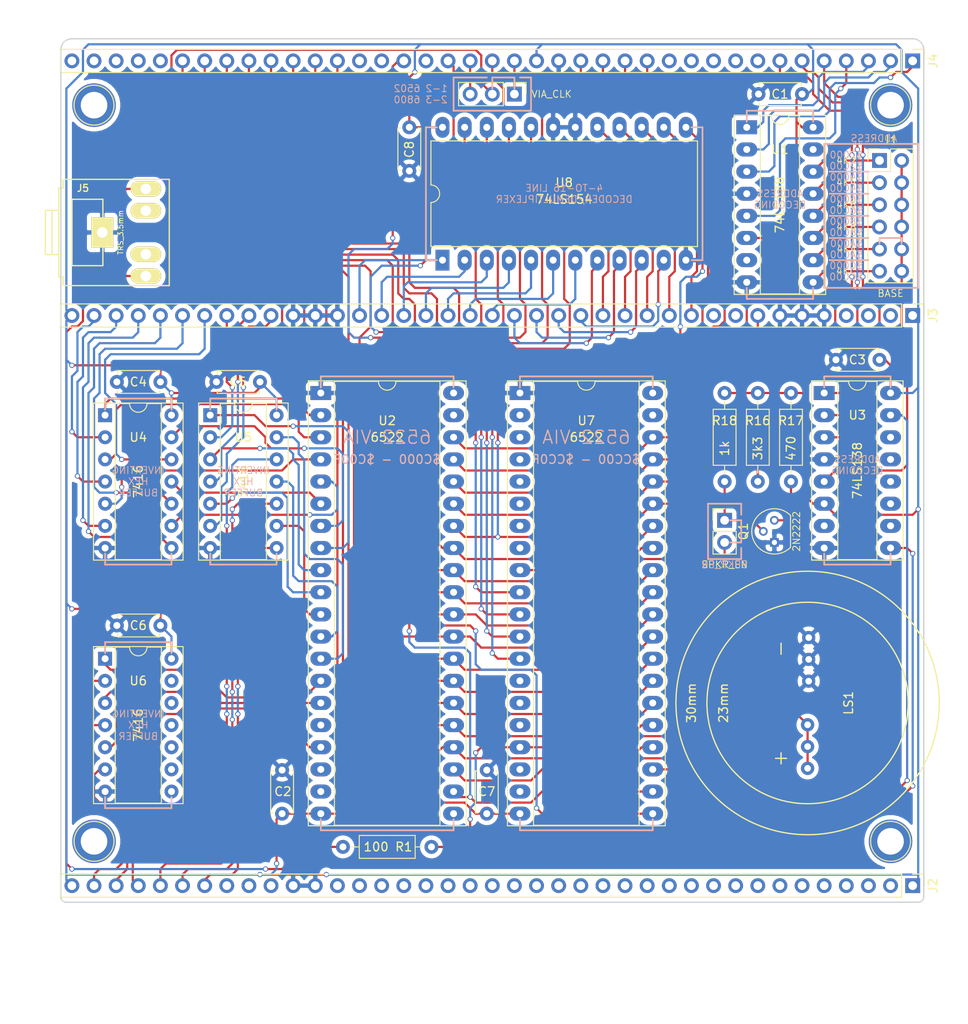
<source format=kicad_pcb>
(kicad_pcb (version 20171130) (host pcbnew "(5.1.5)-3")
  (layers (0 F.Cu signal) (31 B.Cu signal) (34 B.Paste user) (35 F.Paste user) (36 B.SilkS user) (37 F.SilkS user) (38 B.Mask user) (39 F.Mask user) (44 Edge.Cuts user))
  (net 0 "")
  (net 1 GND)
  (net 2 VCC)
  (net 3 /A3)
  (net 4 /A2)
  (net 5 /A1)
  (net 6 /A0)
  (net 7 /R/~W)
  (net 8 /D0)
  (net 9 /D1)
  (net 10 /D2)
  (net 11 /D3)
  (net 12 /D4)
  (net 13 /D5)
  (net 14 /D6)
  (net 15 /D7)
  (net 16 /4K2)
  (net 17 "Net-(J1-Pad10)")
  (net 18 /4K4)
  (net 19 /4K6)
  (net 20 /4K8)
  (net 21 /4KA)
  (net 22 /4KC)
  (net 23 CLOCK)
  (net 24 "Net-(U2-Pad2)")
  (net 25 "Net-(U2-Pad3)")
  (net 26 "Net-(U2-Pad4)")
  (net 27 "Net-(U2-Pad5)")
  (net 28 "Net-(U2-Pad6)")
  (net 29 "Net-(U2-Pad7)")
  (net 30 "Net-(U2-Pad8)")
  (net 31 "Net-(U2-Pad9)")
  (net 32 "Net-(U2-Pad10)")
  (net 33 "Net-(U2-Pad11)")
  (net 34 "Net-(U2-Pad12)")
  (net 35 "Net-(U2-Pad13)")
  (net 36 "Net-(U2-Pad14)")
  (net 37 "Net-(U2-Pad15)")
  (net 38 "Net-(U2-Pad17)")
  (net 39 ~VIA3)
  (net 40 "Net-(U7-Pad10)")
  (net 41 "Net-(U7-Pad11)")
  (net 42 "Net-(U7-Pad12)")
  (net 43 "Net-(U7-Pad13)")
  (net 44 /A13)
  (net 45 /A14)
  (net 46 /A15)
  (net 47 /A12)
  (net 48 /A9)
  (net 49 /A10)
  (net 50 /A11)
  (net 51 "Net-(LS1-Pad1)")
  (net 52 /LED15)
  (net 53 /LED14)
  (net 54 /LED13)
  (net 55 /LED12)
  (net 56 /LED11)
  (net 57 /LED10)
  (net 58 /LED9)
  (net 59 /LED8)
  (net 60 /LED7)
  (net 61 /LED6)
  (net 62 /LED5)
  (net 63 /LED4)
  (net 64 /LED3)
  (net 65 /LED2)
  (net 66 /LED1)
  (net 67 "Net-(J5-Pad2)")
  (net 68 "Net-(JP1-Pad1)")
  (net 69 "Net-(JP1-Pad2)")
  (net 70 /PHI2)
  (net 71 /PHI0)
  (net 72 ~VIA1)
  (net 73 /KEY_R)
  (net 74 /KEY_F)
  (net 75 /KEY_E)
  (net 76 /KEY_D)
  (net 77 /KEY_C)
  (net 78 /KEY_B)
  (net 79 /KEY_A)
  (net 80 /KEY_9)
  (net 81 /KEY_8)
  (net 82 /KEY_7)
  (net 83 /KEY_6)
  (net 84 /KEY_5)
  (net 85 /KEY_4)
  (net 86 /KEY_3)
  (net 87 /KEY_2)
  (net 88 /KEY_1)
  (net 89 /KEY_0)
  (net 90 /~RST)
  (net 91 /~IRQ)
  (module mounting:1pin (layer F.Cu) (at 104.14 140.335 90)
    (fp_text reference M1 hide)
    (fp_text value Mounting hide)
    (pad 1 thru_hole circle (at 0 0 90) (size 5 5) (drill 3.048) (layers *.Cu *.Mask))
  )
  (module mounting:1pin (layer F.Cu) (at 195.58 140.335)
    (fp_text reference M2 hide)
    (fp_text value Mounting hide)
    (pad 1 thru_hole circle (at 0 0) (size 5 5) (drill 3.048) (layers *.Cu *.Mask))
  )
  (module mounting:1pin (layer F.Cu) (at 195.58 55.88)
    (fp_text reference M3 hide)
    (fp_text value Mounting hide)
    (pad 1 thru_hole circle (at 0 0) (size 5 5) (drill 3.048) (layers *.Cu *.Mask))
  )
  (module mounting:1pin (layer F.Cu) (at 104.14 55.88)
    (fp_text reference M4 hide)
    (fp_text value Mounting hide)
    (pad 1 thru_hole circle (at 0 0) (size 5 5) (drill 3.048) (layers *.Cu *.Mask))
  )
  (module Capacitors_THT:C_Disc_D4.7mm_W2.5mm_P5.00mm (layer F.Cu) (at 125.73 137.16 90)
    (fp_text reference C2 (at 2.54 0.084999 180) (layer F.SilkS))
    (fp_text value 100nF)
    (pad 1 thru_hole circle (at 0 0 90) (size 1.6 1.6) (drill 0.8) (layers *.Cu *.Mask) (net 2 VCC))
    (pad 2 thru_hole circle (at 5 0 90) (size 1.6 1.6) (drill 0.8) (layers *.Cu *.Mask) (net 1 GND))
  )
  (module Capacitors_THT:C_Disc_D4.7mm_W2.5mm_P5.00mm (layer F.Cu) (at 194.31 85.09 180)
    (fp_text reference C3 (at 2.54 0 180) (layer F.SilkS))
    (fp_text value 100nF)
    (pad 1 thru_hole circle (at 0 0 180) (size 1.6 1.6) (drill 0.8) (layers *.Cu *.Mask) (net 2 VCC))
    (pad 2 thru_hole circle (at 5 0 180) (size 1.6 1.6) (drill 0.8) (layers *.Cu *.Mask) (net 1 GND))
  )
  (module Housings_DIP:DIP-16_W7.62mm_Socket_LongPads (layer F.Cu) (at 179.07 58.42)
    (fp_text reference U1 (at 3.81 2.54 180) (layer F.SilkS))
    (fp_text value 74LS138 (at 3.81 8.89 90) (layer F.SilkS))
    (pad 1 thru_hole rect (at 0 0) (size 2.4 1.6) (drill 0.8) (layers *.Cu *.Mask) (net 44 /A13))
    (pad 9 thru_hole oval (at 7.62 17.78) (size 2.4 1.6) (drill 0.8) (layers *.Cu *.Mask) (net 22 /4KC))
    (pad 2 thru_hole oval (at 0 2.54) (size 2.4 1.6) (drill 0.8) (layers *.Cu *.Mask) (net 45 /A14))
    (pad 10 thru_hole oval (at 7.62 15.24) (size 2.4 1.6) (drill 0.8) (layers *.Cu *.Mask) (net 21 /4KA))
    (pad 3 thru_hole oval (at 0 5.08) (size 2.4 1.6) (drill 0.8) (layers *.Cu *.Mask) (net 46 /A15))
    (pad 11 thru_hole oval (at 7.62 12.7) (size 2.4 1.6) (drill 0.8) (layers *.Cu *.Mask) (net 20 /4K8))
    (pad 4 thru_hole oval (at 0 7.62) (size 2.4 1.6) (drill 0.8) (layers *.Cu *.Mask) (net 1 GND))
    (pad 12 thru_hole oval (at 7.62 10.16) (size 2.4 1.6) (drill 0.8) (layers *.Cu *.Mask) (net 19 /4K6))
    (pad 5 thru_hole oval (at 0 10.16) (size 2.4 1.6) (drill 0.8) (layers *.Cu *.Mask) (net 47 /A12))
    (pad 13 thru_hole oval (at 7.62 7.62) (size 2.4 1.6) (drill 0.8) (layers *.Cu *.Mask) (net 18 /4K4))
    (pad 6 thru_hole oval (at 0 12.7) (size 2.4 1.6) (drill 0.8) (layers *.Cu *.Mask) (net 2 VCC))
    (pad 14 thru_hole oval (at 7.62 5.08) (size 2.4 1.6) (drill 0.8) (layers *.Cu *.Mask) (net 16 /4K2))
    (pad 7 thru_hole oval (at 0 15.24) (size 2.4 1.6) (drill 0.8) (layers *.Cu *.Mask))
    (pad 15 thru_hole oval (at 7.62 2.54) (size 2.4 1.6) (drill 0.8) (layers *.Cu *.Mask))
    (pad 8 thru_hole oval (at 0 17.78) (size 2.4 1.6) (drill 0.8) (layers *.Cu *.Mask) (net 1 GND))
    (pad 16 thru_hole oval (at 7.62 0) (size 2.4 1.6) (drill 0.8) (layers *.Cu *.Mask) (net 2 VCC))
  )
  (module Housings_DIP:DIP-40_W15.24mm_Socket_LongPads (layer F.Cu) (at 130.175 88.9)
    (fp_text reference U2 (at 7.62 3.175 180) (layer F.SilkS))
    (fp_text value 6522 (at 7.62 5.08 180) (layer F.SilkS))
    (pad 1 thru_hole rect (at 0 0) (size 2.4 1.6) (drill 0.8) (layers *.Cu *.Mask) (net 1 GND))
    (pad 21 thru_hole oval (at 15.24 48.26) (size 2.4 1.6) (drill 0.8) (layers *.Cu *.Mask))
    (pad 2 thru_hole oval (at 0 2.54) (size 2.4 1.6) (drill 0.8) (layers *.Cu *.Mask) (net 24 "Net-(U2-Pad2)"))
    (pad 22 thru_hole oval (at 15.24 45.72) (size 2.4 1.6) (drill 0.8) (layers *.Cu *.Mask) (net 7 /R/~W))
    (pad 3 thru_hole oval (at 0 5.08) (size 2.4 1.6) (drill 0.8) (layers *.Cu *.Mask) (net 25 "Net-(U2-Pad3)"))
    (pad 23 thru_hole oval (at 15.24 43.18) (size 2.4 1.6) (drill 0.8) (layers *.Cu *.Mask) (net 72 ~VIA1))
    (pad 4 thru_hole oval (at 0 7.62) (size 2.4 1.6) (drill 0.8) (layers *.Cu *.Mask) (net 26 "Net-(U2-Pad4)"))
    (pad 24 thru_hole oval (at 15.24 40.64) (size 2.4 1.6) (drill 0.8) (layers *.Cu *.Mask) (net 2 VCC))
    (pad 5 thru_hole oval (at 0 10.16) (size 2.4 1.6) (drill 0.8) (layers *.Cu *.Mask) (net 27 "Net-(U2-Pad5)"))
    (pad 25 thru_hole oval (at 15.24 38.1) (size 2.4 1.6) (drill 0.8) (layers *.Cu *.Mask) (net 23 CLOCK))
    (pad 6 thru_hole oval (at 0 12.7) (size 2.4 1.6) (drill 0.8) (layers *.Cu *.Mask) (net 28 "Net-(U2-Pad6)"))
    (pad 26 thru_hole oval (at 15.24 35.56) (size 2.4 1.6) (drill 0.8) (layers *.Cu *.Mask) (net 15 /D7))
    (pad 7 thru_hole oval (at 0 15.24) (size 2.4 1.6) (drill 0.8) (layers *.Cu *.Mask) (net 29 "Net-(U2-Pad7)"))
    (pad 27 thru_hole oval (at 15.24 33.02) (size 2.4 1.6) (drill 0.8) (layers *.Cu *.Mask) (net 14 /D6))
    (pad 8 thru_hole oval (at 0 17.78) (size 2.4 1.6) (drill 0.8) (layers *.Cu *.Mask) (net 30 "Net-(U2-Pad8)"))
    (pad 28 thru_hole oval (at 15.24 30.48) (size 2.4 1.6) (drill 0.8) (layers *.Cu *.Mask) (net 13 /D5))
    (pad 9 thru_hole oval (at 0 20.32) (size 2.4 1.6) (drill 0.8) (layers *.Cu *.Mask) (net 31 "Net-(U2-Pad9)"))
    (pad 29 thru_hole oval (at 15.24 27.94) (size 2.4 1.6) (drill 0.8) (layers *.Cu *.Mask) (net 12 /D4))
    (pad 10 thru_hole oval (at 0 22.86) (size 2.4 1.6) (drill 0.8) (layers *.Cu *.Mask) (net 32 "Net-(U2-Pad10)"))
    (pad 30 thru_hole oval (at 15.24 25.4) (size 2.4 1.6) (drill 0.8) (layers *.Cu *.Mask) (net 11 /D3))
    (pad 11 thru_hole oval (at 0 25.4) (size 2.4 1.6) (drill 0.8) (layers *.Cu *.Mask) (net 33 "Net-(U2-Pad11)"))
    (pad 31 thru_hole oval (at 15.24 22.86) (size 2.4 1.6) (drill 0.8) (layers *.Cu *.Mask) (net 10 /D2))
    (pad 12 thru_hole oval (at 0 27.94) (size 2.4 1.6) (drill 0.8) (layers *.Cu *.Mask) (net 34 "Net-(U2-Pad12)"))
    (pad 32 thru_hole oval (at 15.24 20.32) (size 2.4 1.6) (drill 0.8) (layers *.Cu *.Mask) (net 9 /D1))
    (pad 13 thru_hole oval (at 0 30.48) (size 2.4 1.6) (drill 0.8) (layers *.Cu *.Mask) (net 35 "Net-(U2-Pad13)"))
    (pad 33 thru_hole oval (at 15.24 17.78) (size 2.4 1.6) (drill 0.8) (layers *.Cu *.Mask) (net 8 /D0))
    (pad 14 thru_hole oval (at 0 33.02) (size 2.4 1.6) (drill 0.8) (layers *.Cu *.Mask) (net 36 "Net-(U2-Pad14)"))
    (pad 34 thru_hole oval (at 15.24 15.24) (size 2.4 1.6) (drill 0.8) (layers *.Cu *.Mask) (net 90 /~RST))
    (pad 15 thru_hole oval (at 0 35.56) (size 2.4 1.6) (drill 0.8) (layers *.Cu *.Mask) (net 37 "Net-(U2-Pad15)"))
    (pad 35 thru_hole oval (at 15.24 12.7) (size 2.4 1.6) (drill 0.8) (layers *.Cu *.Mask) (net 3 /A3))
    (pad 16 thru_hole oval (at 0 38.1) (size 2.4 1.6) (drill 0.8) (layers *.Cu *.Mask))
    (pad 36 thru_hole oval (at 15.24 10.16) (size 2.4 1.6) (drill 0.8) (layers *.Cu *.Mask) (net 4 /A2))
    (pad 17 thru_hole oval (at 0 40.64) (size 2.4 1.6) (drill 0.8) (layers *.Cu *.Mask) (net 38 "Net-(U2-Pad17)"))
    (pad 37 thru_hole oval (at 15.24 7.62) (size 2.4 1.6) (drill 0.8) (layers *.Cu *.Mask) (net 5 /A1))
    (pad 18 thru_hole oval (at 0 43.18) (size 2.4 1.6) (drill 0.8) (layers *.Cu *.Mask))
    (pad 38 thru_hole oval (at 15.24 5.08) (size 2.4 1.6) (drill 0.8) (layers *.Cu *.Mask) (net 6 /A0))
    (pad 19 thru_hole oval (at 0 45.72) (size 2.4 1.6) (drill 0.8) (layers *.Cu *.Mask))
    (pad 39 thru_hole oval (at 15.24 2.54) (size 2.4 1.6) (drill 0.8) (layers *.Cu *.Mask))
    (pad 20 thru_hole oval (at 0 48.26) (size 2.4 1.6) (drill 0.8) (layers *.Cu *.Mask) (net 2 VCC))
    (pad 40 thru_hole oval (at 15.24 0) (size 2.4 1.6) (drill 0.8) (layers *.Cu *.Mask))
  )
  (module Housings_DIP:DIP-16_W7.62mm_Socket_LongPads (layer F.Cu) (at 187.96 88.9)
    (fp_text reference U3 (at 3.81 2.54 180) (layer F.SilkS))
    (fp_text value 74LS138 (at 3.81 8.89 90) (layer F.SilkS))
    (pad 1 thru_hole rect (at 0 0) (size 2.4 1.6) (drill 0.8) (layers *.Cu *.Mask) (net 48 /A9))
    (pad 9 thru_hole oval (at 7.62 17.78) (size 2.4 1.6) (drill 0.8) (layers *.Cu *.Mask) (net 39 ~VIA3))
    (pad 2 thru_hole oval (at 0 2.54) (size 2.4 1.6) (drill 0.8) (layers *.Cu *.Mask) (net 49 /A10))
    (pad 10 thru_hole oval (at 7.62 15.24) (size 2.4 1.6) (drill 0.8) (layers *.Cu *.Mask))
    (pad 3 thru_hole oval (at 0 5.08) (size 2.4 1.6) (drill 0.8) (layers *.Cu *.Mask) (net 50 /A11))
    (pad 11 thru_hole oval (at 7.62 12.7) (size 2.4 1.6) (drill 0.8) (layers *.Cu *.Mask))
    (pad 4 thru_hole oval (at 0 7.62) (size 2.4 1.6) (drill 0.8) (layers *.Cu *.Mask) (net 1 GND))
    (pad 12 thru_hole oval (at 7.62 10.16) (size 2.4 1.6) (drill 0.8) (layers *.Cu *.Mask))
    (pad 5 thru_hole oval (at 0 10.16) (size 2.4 1.6) (drill 0.8) (layers *.Cu *.Mask) (net 17 "Net-(J1-Pad10)"))
    (pad 13 thru_hole oval (at 7.62 7.62) (size 2.4 1.6) (drill 0.8) (layers *.Cu *.Mask))
    (pad 6 thru_hole oval (at 0 12.7) (size 2.4 1.6) (drill 0.8) (layers *.Cu *.Mask) (net 2 VCC))
    (pad 14 thru_hole oval (at 7.62 5.08) (size 2.4 1.6) (drill 0.8) (layers *.Cu *.Mask))
    (pad 7 thru_hole oval (at 0 15.24) (size 2.4 1.6) (drill 0.8) (layers *.Cu *.Mask))
    (pad 15 thru_hole oval (at 7.62 2.54) (size 2.4 1.6) (drill 0.8) (layers *.Cu *.Mask) (net 72 ~VIA1))
    (pad 8 thru_hole oval (at 0 17.78) (size 2.4 1.6) (drill 0.8) (layers *.Cu *.Mask) (net 1 GND))
    (pad 16 thru_hole oval (at 7.62 0) (size 2.4 1.6) (drill 0.8) (layers *.Cu *.Mask) (net 2 VCC))
  )
  (module Pin_Headers:Pin_Header_Straight_1x03_Pitch2.54mm (layer F.Cu) (at 152.4 54.61 270)
    (fp_text reference JP3)
    (fp_text value VIA_CLK)
    (pad 1 thru_hole rect (at 0 0 270) (size 1.7 1.7) (drill 1) (layers *.Cu *.Mask) (net 70 /PHI2))
    (pad 2 thru_hole oval (at 0 2.54 270) (size 1.7 1.7) (drill 1) (layers *.Cu *.Mask) (net 23 CLOCK))
    (pad 3 thru_hole oval (at 0 5.08 270) (size 1.7 1.7) (drill 1) (layers *.Cu *.Mask) (net 71 /PHI0))
  )
  (module Capacitors_THT:C_Disc_D4.7mm_W2.5mm_P5.00mm (layer F.Cu) (at 185.42 54.61 180)
    (fp_text reference C1 (at 2.54 0 180) (layer F.SilkS))
    (fp_text value 100nF)
    (pad 1 thru_hole circle (at 0 0 180) (size 1.6 1.6) (drill 0.8) (layers *.Cu *.Mask) (net 2 VCC))
    (pad 2 thru_hole circle (at 5 0 180) (size 1.6 1.6) (drill 0.8) (layers *.Cu *.Mask) (net 1 GND))
  )
  (module Capacitors_THT:C_Disc_D4.7mm_W2.5mm_P5.00mm (layer F.Cu) (at 111.76 87.63 180)
    (fp_text reference C4 (at 2.54 0) (layer F.SilkS))
    (fp_text value 100nF)
    (pad 1 thru_hole circle (at 0 0 180) (size 1.6 1.6) (drill 0.8) (layers *.Cu *.Mask) (net 2 VCC))
    (pad 2 thru_hole circle (at 5 0 180) (size 1.6 1.6) (drill 0.8) (layers *.Cu *.Mask) (net 1 GND))
  )
  (module Capacitors_THT:C_Disc_D4.7mm_W2.5mm_P5.00mm (layer F.Cu) (at 123.19 87.63 180)
    (fp_text reference C5 (at 2.54 0) (layer F.SilkS))
    (fp_text value 100nF)
    (pad 1 thru_hole circle (at 0 0 180) (size 1.6 1.6) (drill 0.8) (layers *.Cu *.Mask) (net 2 VCC))
    (pad 2 thru_hole circle (at 5 0 180) (size 1.6 1.6) (drill 0.8) (layers *.Cu *.Mask) (net 1 GND))
  )
  (module Pin_Headers:Pin_Header_Straight_2x06_Pitch2.54mm (layer F.Cu) (at 194.31 62.23)
    (fp_text reference J1 (at 1.27 -2.33) (layer F.SilkS))
    (fp_text value BASE (at 1.27 15.24) (layer F.SilkS) (effects (font (size 0.8 0.8) (thickness 0.1))))
    (pad 1 thru_hole rect (at 0 0) (size 1.7 1.7) (drill 1) (layers *.Cu *.Mask) (net 16 /4K2))
    (pad 2 thru_hole oval (at 2.54 0) (size 1.7 1.7) (drill 1) (layers *.Cu *.Mask) (net 17 "Net-(J1-Pad10)"))
    (pad 3 thru_hole oval (at 0 2.54) (size 1.7 1.7) (drill 1) (layers *.Cu *.Mask) (net 18 /4K4))
    (pad 4 thru_hole oval (at 2.54 2.54) (size 1.7 1.7) (drill 1) (layers *.Cu *.Mask) (net 17 "Net-(J1-Pad10)"))
    (pad 5 thru_hole oval (at 0 5.08) (size 1.7 1.7) (drill 1) (layers *.Cu *.Mask) (net 19 /4K6))
    (pad 6 thru_hole oval (at 2.54 5.08) (size 1.7 1.7) (drill 1) (layers *.Cu *.Mask) (net 17 "Net-(J1-Pad10)"))
    (pad 7 thru_hole oval (at 0 7.62) (size 1.7 1.7) (drill 1) (layers *.Cu *.Mask) (net 20 /4K8))
    (pad 8 thru_hole oval (at 2.54 7.62) (size 1.7 1.7) (drill 1) (layers *.Cu *.Mask) (net 17 "Net-(J1-Pad10)"))
    (pad 9 thru_hole oval (at 0 10.16) (size 1.7 1.7) (drill 1) (layers *.Cu *.Mask) (net 21 /4KA))
    (pad 10 thru_hole oval (at 2.54 10.16) (size 1.7 1.7) (drill 1) (layers *.Cu *.Mask) (net 17 "Net-(J1-Pad10)"))
    (pad 11 thru_hole oval (at 0 12.7) (size 1.7 1.7) (drill 1) (layers *.Cu *.Mask) (net 22 /4KC))
    (pad 12 thru_hole oval (at 2.54 12.7) (size 1.7 1.7) (drill 1) (layers *.Cu *.Mask) (net 17 "Net-(J1-Pad10)"))
  )
  (module Pin_Headers:Pin_Header_Straight_1x39_Pitch2.54mm (layer F.Cu) (at 198.12 145.415 270)
    (fp_text reference J2 (at 0 -2.33 270) (layer F.SilkS))
    (fp_text value BTM)
    (pad 1 thru_hole rect (at 0 0 270) (size 1.7 1.7) (drill 1) (layers *.Cu *.Mask) (net 2 VCC))
    (pad 2 thru_hole oval (at 0 2.54 270) (size 1.7 1.7) (drill 1) (layers *.Cu *.Mask))
    (pad 3 thru_hole oval (at 0 5.08 270) (size 1.7 1.7) (drill 1) (layers *.Cu *.Mask))
    (pad 4 thru_hole oval (at 0 7.62 270) (size 1.7 1.7) (drill 1) (layers *.Cu *.Mask))
    (pad 5 thru_hole oval (at 0 10.16 270) (size 1.7 1.7) (drill 1) (layers *.Cu *.Mask))
    (pad 6 thru_hole oval (at 0 12.7 270) (size 1.7 1.7) (drill 1) (layers *.Cu *.Mask))
    (pad 7 thru_hole oval (at 0 15.24 270) (size 1.7 1.7) (drill 1) (layers *.Cu *.Mask))
    (pad 8 thru_hole oval (at 0 17.78 270) (size 1.7 1.7) (drill 1) (layers *.Cu *.Mask))
    (pad 9 thru_hole oval (at 0 20.32 270) (size 1.7 1.7) (drill 1) (layers *.Cu *.Mask))
    (pad 10 thru_hole oval (at 0 22.86 270) (size 1.7 1.7) (drill 1) (layers *.Cu *.Mask))
    (pad 11 thru_hole oval (at 0 25.4 270) (size 1.7 1.7) (drill 1) (layers *.Cu *.Mask))
    (pad 12 thru_hole oval (at 0 27.94 270) (size 1.7 1.7) (drill 1) (layers *.Cu *.Mask))
    (pad 13 thru_hole oval (at 0 30.48 270) (size 1.7 1.7) (drill 1) (layers *.Cu *.Mask))
    (pad 14 thru_hole oval (at 0 33.02 270) (size 1.7 1.7) (drill 1) (layers *.Cu *.Mask))
    (pad 15 thru_hole oval (at 0 35.56 270) (size 1.7 1.7) (drill 1) (layers *.Cu *.Mask))
    (pad 16 thru_hole oval (at 0 38.1 270) (size 1.7 1.7) (drill 1) (layers *.Cu *.Mask))
    (pad 17 thru_hole oval (at 0 40.64 270) (size 1.7 1.7) (drill 1) (layers *.Cu *.Mask))
    (pad 18 thru_hole oval (at 0 43.18 270) (size 1.7 1.7) (drill 1) (layers *.Cu *.Mask))
    (pad 19 thru_hole oval (at 0 45.72 270) (size 1.7 1.7) (drill 1) (layers *.Cu *.Mask))
    (pad 20 thru_hole oval (at 0 48.26 270) (size 1.7 1.7) (drill 1) (layers *.Cu *.Mask))
    (pad 21 thru_hole oval (at 0 50.8 270) (size 1.7 1.7) (drill 1) (layers *.Cu *.Mask))
    (pad 22 thru_hole oval (at 0 53.34 270) (size 1.7 1.7) (drill 1) (layers *.Cu *.Mask))
    (pad 23 thru_hole oval (at 0 55.88 270) (size 1.7 1.7) (drill 1) (layers *.Cu *.Mask))
    (pad 24 thru_hole oval (at 0 58.42 270) (size 1.7 1.7) (drill 1) (layers *.Cu *.Mask))
    (pad 25 thru_hole oval (at 0 60.96 270) (size 1.7 1.7) (drill 1) (layers *.Cu *.Mask))
    (pad 26 thru_hole oval (at 0 63.5 270) (size 1.7 1.7) (drill 1) (layers *.Cu *.Mask))
    (pad 27 thru_hole oval (at 0 66.04 270) (size 1.7 1.7) (drill 1) (layers *.Cu *.Mask))
    (pad 28 thru_hole oval (at 0 68.58 270) (size 1.7 1.7) (drill 1) (layers *.Cu *.Mask) (net 1 GND))
    (pad 29 thru_hole oval (at 0 71.12 270) (size 1.7 1.7) (drill 1) (layers *.Cu *.Mask) (net 1 GND))
    (pad 30 thru_hole oval (at 0 73.66 270) (size 1.7 1.7) (drill 1) (layers *.Cu *.Mask))
    (pad 31 thru_hole oval (at 0 76.2 270) (size 1.7 1.7) (drill 1) (layers *.Cu *.Mask))
    (pad 32 thru_hole oval (at 0 78.74 270) (size 1.7 1.7) (drill 1) (layers *.Cu *.Mask))
    (pad 33 thru_hole oval (at 0 81.28 270) (size 1.7 1.7) (drill 1) (layers *.Cu *.Mask) (net 57 /LED10))
    (pad 34 thru_hole oval (at 0 83.82 270) (size 1.7 1.7) (drill 1) (layers *.Cu *.Mask) (net 56 /LED11))
    (pad 35 thru_hole oval (at 0 86.36 270) (size 1.7 1.7) (drill 1) (layers *.Cu *.Mask) (net 55 /LED12))
    (pad 36 thru_hole oval (at 0 88.9 270) (size 1.7 1.7) (drill 1) (layers *.Cu *.Mask) (net 52 /LED15))
    (pad 37 thru_hole oval (at 0 91.44 270) (size 1.7 1.7) (drill 1) (layers *.Cu *.Mask) (net 53 /LED14))
    (pad 38 thru_hole oval (at 0 93.98 270) (size 1.7 1.7) (drill 1) (layers *.Cu *.Mask) (net 54 /LED13))
    (pad 39 thru_hole oval (at 0 96.52 270) (size 1.7 1.7) (drill 1) (layers *.Cu *.Mask) (net 2 VCC))
  )
  (module Pin_Headers:Pin_Header_Straight_1x39_Pitch2.54mm (layer F.Cu) (at 198.12 80.01 270)
    (fp_text reference J3 (at 0 -2.33 270) (layer F.SilkS))
    (fp_text value TOP)
    (pad 1 thru_hole rect (at 0 0 270) (size 1.7 1.7) (drill 1) (layers *.Cu *.Mask) (net 2 VCC))
    (pad 2 thru_hole oval (at 0 2.54 270) (size 1.7 1.7) (drill 1) (layers *.Cu *.Mask))
    (pad 3 thru_hole oval (at 0 5.08 270) (size 1.7 1.7) (drill 1) (layers *.Cu *.Mask))
    (pad 4 thru_hole oval (at 0 7.62 270) (size 1.7 1.7) (drill 1) (layers *.Cu *.Mask))
    (pad 5 thru_hole oval (at 0 10.16 270) (size 1.7 1.7) (drill 1) (layers *.Cu *.Mask) (net 1 GND))
    (pad 6 thru_hole oval (at 0 12.7 270) (size 1.7 1.7) (drill 1) (layers *.Cu *.Mask) (net 1 GND))
    (pad 7 thru_hole oval (at 0 15.24 270) (size 1.7 1.7) (drill 1) (layers *.Cu *.Mask) (net 1 GND))
    (pad 8 thru_hole oval (at 0 17.78 270) (size 1.7 1.7) (drill 1) (layers *.Cu *.Mask) (net 73 /KEY_R))
    (pad 9 thru_hole oval (at 0 20.32 270) (size 1.7 1.7) (drill 1) (layers *.Cu *.Mask))
    (pad 10 thru_hole oval (at 0 22.86 270) (size 1.7 1.7) (drill 1) (layers *.Cu *.Mask))
    (pad 11 thru_hole oval (at 0 25.4 270) (size 1.7 1.7) (drill 1) (layers *.Cu *.Mask) (net 78 /KEY_B))
    (pad 12 thru_hole oval (at 0 27.94 270) (size 1.7 1.7) (drill 1) (layers *.Cu *.Mask) (net 77 /KEY_C))
    (pad 13 thru_hole oval (at 0 30.48 270) (size 1.7 1.7) (drill 1) (layers *.Cu *.Mask) (net 76 /KEY_D))
    (pad 14 thru_hole oval (at 0 33.02 270) (size 1.7 1.7) (drill 1) (layers *.Cu *.Mask) (net 75 /KEY_E))
    (pad 15 thru_hole oval (at 0 35.56 270) (size 1.7 1.7) (drill 1) (layers *.Cu *.Mask) (net 74 /KEY_F))
    (pad 16 thru_hole oval (at 0 38.1 270) (size 1.7 1.7) (drill 1) (layers *.Cu *.Mask) (net 79 /KEY_A))
    (pad 17 thru_hole oval (at 0 40.64 270) (size 1.7 1.7) (drill 1) (layers *.Cu *.Mask) (net 80 /KEY_9))
    (pad 18 thru_hole oval (at 0 43.18 270) (size 1.7 1.7) (drill 1) (layers *.Cu *.Mask) (net 81 /KEY_8))
    (pad 19 thru_hole oval (at 0 45.72 270) (size 1.7 1.7) (drill 1) (layers *.Cu *.Mask) (net 82 /KEY_7))
    (pad 20 thru_hole oval (at 0 48.26 270) (size 1.7 1.7) (drill 1) (layers *.Cu *.Mask) (net 83 /KEY_6))
    (pad 21 thru_hole oval (at 0 50.8 270) (size 1.7 1.7) (drill 1) (layers *.Cu *.Mask) (net 84 /KEY_5))
    (pad 22 thru_hole oval (at 0 53.34 270) (size 1.7 1.7) (drill 1) (layers *.Cu *.Mask) (net 85 /KEY_4))
    (pad 23 thru_hole oval (at 0 55.88 270) (size 1.7 1.7) (drill 1) (layers *.Cu *.Mask) (net 86 /KEY_3))
    (pad 24 thru_hole oval (at 0 58.42 270) (size 1.7 1.7) (drill 1) (layers *.Cu *.Mask) (net 87 /KEY_2))
    (pad 25 thru_hole oval (at 0 60.96 270) (size 1.7 1.7) (drill 1) (layers *.Cu *.Mask) (net 88 /KEY_1))
    (pad 26 thru_hole oval (at 0 63.5 270) (size 1.7 1.7) (drill 1) (layers *.Cu *.Mask) (net 89 /KEY_0))
    (pad 27 thru_hole oval (at 0 66.04 270) (size 1.7 1.7) (drill 1) (layers *.Cu *.Mask) (net 1 GND))
    (pad 28 thru_hole oval (at 0 68.58 270) (size 1.7 1.7) (drill 1) (layers *.Cu *.Mask) (net 1 GND))
    (pad 29 thru_hole oval (at 0 71.12 270) (size 1.7 1.7) (drill 1) (layers *.Cu *.Mask) (net 1 GND))
    (pad 30 thru_hole oval (at 0 73.66 270) (size 1.7 1.7) (drill 1) (layers *.Cu *.Mask) (net 58 /LED9))
    (pad 31 thru_hole oval (at 0 76.2 270) (size 1.7 1.7) (drill 1) (layers *.Cu *.Mask) (net 59 /LED8))
    (pad 32 thru_hole oval (at 0 78.74 270) (size 1.7 1.7) (drill 1) (layers *.Cu *.Mask) (net 60 /LED7))
    (pad 33 thru_hole oval (at 0 81.28 270) (size 1.7 1.7) (drill 1) (layers *.Cu *.Mask) (net 61 /LED6))
    (pad 34 thru_hole oval (at 0 83.82 270) (size 1.7 1.7) (drill 1) (layers *.Cu *.Mask) (net 62 /LED5))
    (pad 35 thru_hole oval (at 0 86.36 270) (size 1.7 1.7) (drill 1) (layers *.Cu *.Mask) (net 63 /LED4))
    (pad 36 thru_hole oval (at 0 88.9 270) (size 1.7 1.7) (drill 1) (layers *.Cu *.Mask) (net 64 /LED3))
    (pad 37 thru_hole oval (at 0 91.44 270) (size 1.7 1.7) (drill 1) (layers *.Cu *.Mask) (net 65 /LED2))
    (pad 38 thru_hole oval (at 0 93.98 270) (size 1.7 1.7) (drill 1) (layers *.Cu *.Mask) (net 66 /LED1))
    (pad 39 thru_hole oval (at 0 96.52 270) (size 1.7 1.7) (drill 1) (layers *.Cu *.Mask) (net 2 VCC))
  )
  (module Resistors_THT:R_Axial_DIN0207_L6.3mm_D2.5mm_P10.16mm_Horizontal (layer F.Cu) (at 180.34 88.9 270)
    (fp_text reference R16 (at 3.175 0) (layer F.SilkS))
    (fp_text value 3k3 (at 6.35 0 270) (layer F.SilkS))
    (pad 1 thru_hole circle (at 0 0 270) (size 1.6 1.6) (drill 0.8) (layers *.Cu *.Mask) (net 2 VCC))
    (pad 2 thru_hole oval (at 10.16 0 270) (size 1.6 1.6) (drill 0.8) (layers *.Cu *.Mask) (net 73 /KEY_R))
  )
  (module Housings_DIP:DIP-14_W7.62mm_Socket (layer F.Cu) (at 105.41 91.44)
    (fp_text reference U4 (at 3.81 2.54) (layer F.SilkS))
    (fp_text value 7416 (at 3.81 7.62 90) (layer F.SilkS))
    (pad 1 thru_hole rect (at 0 0) (size 1.6 1.6) (drill 0.8) (layers *.Cu *.Mask) (net 24 "Net-(U2-Pad2)"))
    (pad 8 thru_hole oval (at 7.62 15.24) (size 1.6 1.6) (drill 0.8) (layers *.Cu *.Mask) (net 63 /LED4))
    (pad 2 thru_hole oval (at 0 2.54) (size 1.6 1.6) (drill 0.8) (layers *.Cu *.Mask) (net 66 /LED1))
    (pad 9 thru_hole oval (at 7.62 12.7) (size 1.6 1.6) (drill 0.8) (layers *.Cu *.Mask) (net 27 "Net-(U2-Pad5)"))
    (pad 3 thru_hole oval (at 0 5.08) (size 1.6 1.6) (drill 0.8) (layers *.Cu *.Mask) (net 25 "Net-(U2-Pad3)"))
    (pad 10 thru_hole oval (at 7.62 10.16) (size 1.6 1.6) (drill 0.8) (layers *.Cu *.Mask) (net 62 /LED5))
    (pad 4 thru_hole oval (at 0 7.62) (size 1.6 1.6) (drill 0.8) (layers *.Cu *.Mask) (net 65 /LED2))
    (pad 11 thru_hole oval (at 7.62 7.62) (size 1.6 1.6) (drill 0.8) (layers *.Cu *.Mask) (net 28 "Net-(U2-Pad6)"))
    (pad 5 thru_hole oval (at 0 10.16) (size 1.6 1.6) (drill 0.8) (layers *.Cu *.Mask) (net 26 "Net-(U2-Pad4)"))
    (pad 12 thru_hole oval (at 7.62 5.08) (size 1.6 1.6) (drill 0.8) (layers *.Cu *.Mask) (net 61 /LED6))
    (pad 6 thru_hole oval (at 0 12.7) (size 1.6 1.6) (drill 0.8) (layers *.Cu *.Mask) (net 64 /LED3))
    (pad 13 thru_hole oval (at 7.62 2.54) (size 1.6 1.6) (drill 0.8) (layers *.Cu *.Mask) (net 29 "Net-(U2-Pad7)"))
    (pad 7 thru_hole oval (at 0 15.24) (size 1.6 1.6) (drill 0.8) (layers *.Cu *.Mask) (net 1 GND))
    (pad 14 thru_hole oval (at 7.62 0) (size 1.6 1.6) (drill 0.8) (layers *.Cu *.Mask) (net 2 VCC))
  )
  (module Housings_DIP:DIP-14_W7.62mm_Socket (layer F.Cu) (at 117.475 91.44)
    (fp_text reference U5 (at 3.81 2.54) (layer F.SilkS))
    (fp_text value 7416 (at 3.81 7.62 90) (layer F.SilkS))
    (pad 1 thru_hole rect (at 0 0) (size 1.6 1.6) (drill 0.8) (layers *.Cu *.Mask) (net 30 "Net-(U2-Pad8)"))
    (pad 8 thru_hole oval (at 7.62 15.24) (size 1.6 1.6) (drill 0.8) (layers *.Cu *.Mask) (net 57 /LED10))
    (pad 2 thru_hole oval (at 0 2.54) (size 1.6 1.6) (drill 0.8) (layers *.Cu *.Mask) (net 60 /LED7))
    (pad 9 thru_hole oval (at 7.62 12.7) (size 1.6 1.6) (drill 0.8) (layers *.Cu *.Mask) (net 33 "Net-(U2-Pad11)"))
    (pad 3 thru_hole oval (at 0 5.08) (size 1.6 1.6) (drill 0.8) (layers *.Cu *.Mask) (net 31 "Net-(U2-Pad9)"))
    (pad 10 thru_hole oval (at 7.62 10.16) (size 1.6 1.6) (drill 0.8) (layers *.Cu *.Mask) (net 56 /LED11))
    (pad 4 thru_hole oval (at 0 7.62) (size 1.6 1.6) (drill 0.8) (layers *.Cu *.Mask) (net 59 /LED8))
    (pad 11 thru_hole oval (at 7.62 7.62) (size 1.6 1.6) (drill 0.8) (layers *.Cu *.Mask) (net 34 "Net-(U2-Pad12)"))
    (pad 5 thru_hole oval (at 0 10.16) (size 1.6 1.6) (drill 0.8) (layers *.Cu *.Mask) (net 32 "Net-(U2-Pad10)"))
    (pad 12 thru_hole oval (at 7.62 5.08) (size 1.6 1.6) (drill 0.8) (layers *.Cu *.Mask) (net 55 /LED12))
    (pad 6 thru_hole oval (at 0 12.7) (size 1.6 1.6) (drill 0.8) (layers *.Cu *.Mask) (net 58 /LED9))
    (pad 13 thru_hole oval (at 7.62 2.54) (size 1.6 1.6) (drill 0.8) (layers *.Cu *.Mask) (net 35 "Net-(U2-Pad13)"))
    (pad 7 thru_hole oval (at 0 15.24) (size 1.6 1.6) (drill 0.8) (layers *.Cu *.Mask) (net 1 GND))
    (pad 14 thru_hole oval (at 7.62 0) (size 1.6 1.6) (drill 0.8) (layers *.Cu *.Mask) (net 2 VCC))
  )
  (module Housings_DIP:DIP-14_W7.62mm_Socket (layer F.Cu) (at 105.41 119.38)
    (fp_text reference U6 (at 3.81 2.54) (layer F.SilkS))
    (fp_text value 7416 (at 3.81 7.62 90) (layer F.SilkS))
    (pad 1 thru_hole rect (at 0 0) (size 1.6 1.6) (drill 0.8) (layers *.Cu *.Mask) (net 36 "Net-(U2-Pad14)"))
    (pad 8 thru_hole oval (at 7.62 15.24) (size 1.6 1.6) (drill 0.8) (layers *.Cu *.Mask))
    (pad 2 thru_hole oval (at 0 2.54) (size 1.6 1.6) (drill 0.8) (layers *.Cu *.Mask) (net 54 /LED13))
    (pad 9 thru_hole oval (at 7.62 12.7) (size 1.6 1.6) (drill 0.8) (layers *.Cu *.Mask))
    (pad 3 thru_hole oval (at 0 5.08) (size 1.6 1.6) (drill 0.8) (layers *.Cu *.Mask) (net 37 "Net-(U2-Pad15)"))
    (pad 10 thru_hole oval (at 7.62 10.16) (size 1.6 1.6) (drill 0.8) (layers *.Cu *.Mask))
    (pad 4 thru_hole oval (at 0 7.62) (size 1.6 1.6) (drill 0.8) (layers *.Cu *.Mask) (net 53 /LED14))
    (pad 11 thru_hole oval (at 7.62 7.62) (size 1.6 1.6) (drill 0.8) (layers *.Cu *.Mask))
    (pad 5 thru_hole oval (at 0 10.16) (size 1.6 1.6) (drill 0.8) (layers *.Cu *.Mask) (net 38 "Net-(U2-Pad17)"))
    (pad 12 thru_hole oval (at 7.62 5.08) (size 1.6 1.6) (drill 0.8) (layers *.Cu *.Mask))
    (pad 6 thru_hole oval (at 0 12.7) (size 1.6 1.6) (drill 0.8) (layers *.Cu *.Mask) (net 52 /LED15))
    (pad 13 thru_hole oval (at 7.62 2.54) (size 1.6 1.6) (drill 0.8) (layers *.Cu *.Mask))
    (pad 7 thru_hole oval (at 0 15.24) (size 1.6 1.6) (drill 0.8) (layers *.Cu *.Mask) (net 1 GND))
    (pad 14 thru_hole oval (at 7.62 0) (size 1.6 1.6) (drill 0.8) (layers *.Cu *.Mask) (net 2 VCC))
  )
  (module Housings_DIP:DIP-40_W15.24mm_Socket_LongPads (layer F.Cu) (at 153.035 88.9)
    (fp_text reference U7 (at 7.62 3.175) (layer F.SilkS))
    (fp_text value 6522 (at 7.62 5.08) (layer F.SilkS))
    (pad 1 thru_hole rect (at 0 0) (size 2.4 1.6) (drill 0.8) (layers *.Cu *.Mask) (net 1 GND))
    (pad 21 thru_hole oval (at 15.24 48.26) (size 2.4 1.6) (drill 0.8) (layers *.Cu *.Mask) (net 91 /~IRQ))
    (pad 2 thru_hole oval (at 0 2.54) (size 2.4 1.6) (drill 0.8) (layers *.Cu *.Mask))
    (pad 22 thru_hole oval (at 15.24 45.72) (size 2.4 1.6) (drill 0.8) (layers *.Cu *.Mask) (net 7 /R/~W))
    (pad 3 thru_hole oval (at 0 5.08) (size 2.4 1.6) (drill 0.8) (layers *.Cu *.Mask))
    (pad 23 thru_hole oval (at 15.24 43.18) (size 2.4 1.6) (drill 0.8) (layers *.Cu *.Mask) (net 39 ~VIA3))
    (pad 4 thru_hole oval (at 0 7.62) (size 2.4 1.6) (drill 0.8) (layers *.Cu *.Mask))
    (pad 24 thru_hole oval (at 15.24 40.64) (size 2.4 1.6) (drill 0.8) (layers *.Cu *.Mask) (net 2 VCC))
    (pad 5 thru_hole oval (at 0 10.16) (size 2.4 1.6) (drill 0.8) (layers *.Cu *.Mask))
    (pad 25 thru_hole oval (at 15.24 38.1) (size 2.4 1.6) (drill 0.8) (layers *.Cu *.Mask) (net 23 CLOCK))
    (pad 6 thru_hole oval (at 0 12.7) (size 2.4 1.6) (drill 0.8) (layers *.Cu *.Mask))
    (pad 26 thru_hole oval (at 15.24 35.56) (size 2.4 1.6) (drill 0.8) (layers *.Cu *.Mask) (net 15 /D7))
    (pad 7 thru_hole oval (at 0 15.24) (size 2.4 1.6) (drill 0.8) (layers *.Cu *.Mask))
    (pad 27 thru_hole oval (at 15.24 33.02) (size 2.4 1.6) (drill 0.8) (layers *.Cu *.Mask) (net 14 /D6))
    (pad 8 thru_hole oval (at 0 17.78) (size 2.4 1.6) (drill 0.8) (layers *.Cu *.Mask))
    (pad 28 thru_hole oval (at 15.24 30.48) (size 2.4 1.6) (drill 0.8) (layers *.Cu *.Mask) (net 13 /D5))
    (pad 9 thru_hole oval (at 0 20.32) (size 2.4 1.6) (drill 0.8) (layers *.Cu *.Mask) (net 73 /KEY_R))
    (pad 29 thru_hole oval (at 15.24 27.94) (size 2.4 1.6) (drill 0.8) (layers *.Cu *.Mask) (net 12 /D4))
    (pad 10 thru_hole oval (at 0 22.86) (size 2.4 1.6) (drill 0.8) (layers *.Cu *.Mask) (net 40 "Net-(U7-Pad10)"))
    (pad 30 thru_hole oval (at 15.24 25.4) (size 2.4 1.6) (drill 0.8) (layers *.Cu *.Mask) (net 11 /D3))
    (pad 11 thru_hole oval (at 0 25.4) (size 2.4 1.6) (drill 0.8) (layers *.Cu *.Mask) (net 41 "Net-(U7-Pad11)"))
    (pad 31 thru_hole oval (at 15.24 22.86) (size 2.4 1.6) (drill 0.8) (layers *.Cu *.Mask) (net 10 /D2))
    (pad 12 thru_hole oval (at 0 27.94) (size 2.4 1.6) (drill 0.8) (layers *.Cu *.Mask) (net 42 "Net-(U7-Pad12)"))
    (pad 32 thru_hole oval (at 15.24 20.32) (size 2.4 1.6) (drill 0.8) (layers *.Cu *.Mask) (net 9 /D1))
    (pad 13 thru_hole oval (at 0 30.48) (size 2.4 1.6) (drill 0.8) (layers *.Cu *.Mask) (net 43 "Net-(U7-Pad13)"))
    (pad 33 thru_hole oval (at 15.24 17.78) (size 2.4 1.6) (drill 0.8) (layers *.Cu *.Mask) (net 8 /D0))
    (pad 14 thru_hole oval (at 0 33.02) (size 2.4 1.6) (drill 0.8) (layers *.Cu *.Mask))
    (pad 34 thru_hole oval (at 15.24 15.24) (size 2.4 1.6) (drill 0.8) (layers *.Cu *.Mask) (net 90 /~RST))
    (pad 15 thru_hole oval (at 0 35.56) (size 2.4 1.6) (drill 0.8) (layers *.Cu *.Mask))
    (pad 35 thru_hole oval (at 15.24 12.7) (size 2.4 1.6) (drill 0.8) (layers *.Cu *.Mask) (net 3 /A3))
    (pad 16 thru_hole oval (at 0 38.1) (size 2.4 1.6) (drill 0.8) (layers *.Cu *.Mask))
    (pad 36 thru_hole oval (at 15.24 10.16) (size 2.4 1.6) (drill 0.8) (layers *.Cu *.Mask) (net 4 /A2))
    (pad 17 thru_hole oval (at 0 40.64) (size 2.4 1.6) (drill 0.8) (layers *.Cu *.Mask) (net 69 "Net-(JP1-Pad2)"))
    (pad 37 thru_hole oval (at 15.24 7.62) (size 2.4 1.6) (drill 0.8) (layers *.Cu *.Mask) (net 5 /A1))
    (pad 18 thru_hole oval (at 0 43.18) (size 2.4 1.6) (drill 0.8) (layers *.Cu *.Mask))
    (pad 38 thru_hole oval (at 15.24 5.08) (size 2.4 1.6) (drill 0.8) (layers *.Cu *.Mask) (net 6 /A0))
    (pad 19 thru_hole oval (at 0 45.72) (size 2.4 1.6) (drill 0.8) (layers *.Cu *.Mask))
    (pad 39 thru_hole oval (at 15.24 2.54) (size 2.4 1.6) (drill 0.8) (layers *.Cu *.Mask))
    (pad 20 thru_hole oval (at 0 48.26) (size 2.4 1.6) (drill 0.8) (layers *.Cu *.Mask) (net 2 VCC))
    (pad 40 thru_hole oval (at 15.24 0) (size 2.4 1.6) (drill 0.8) (layers *.Cu *.Mask))
  )
  (module Housings_DIP:DIP-24_W15.24mm_LongPads (layer F.Cu) (at 144.145 73.66 90)
    (fp_text reference U8 (at 8.89 13.97 180) (layer F.SilkS))
    (fp_text value 74LS154 (at 6.985 13.97 180) (layer F.SilkS))
    (pad 1 thru_hole rect (at 0 0 90) (size 2.4 1.6) (drill 0.8) (layers *.Cu *.Mask) (net 89 /KEY_0))
    (pad 13 thru_hole oval (at 15.24 27.94 90) (size 2.4 1.6) (drill 0.8) (layers *.Cu *.Mask) (net 78 /KEY_B))
    (pad 2 thru_hole oval (at 0 2.54 90) (size 2.4 1.6) (drill 0.8) (layers *.Cu *.Mask) (net 88 /KEY_1))
    (pad 14 thru_hole oval (at 15.24 25.4 90) (size 2.4 1.6) (drill 0.8) (layers *.Cu *.Mask) (net 77 /KEY_C))
    (pad 3 thru_hole oval (at 0 5.08 90) (size 2.4 1.6) (drill 0.8) (layers *.Cu *.Mask) (net 87 /KEY_2))
    (pad 15 thru_hole oval (at 15.24 22.86 90) (size 2.4 1.6) (drill 0.8) (layers *.Cu *.Mask) (net 76 /KEY_D))
    (pad 4 thru_hole oval (at 0 7.62 90) (size 2.4 1.6) (drill 0.8) (layers *.Cu *.Mask) (net 86 /KEY_3))
    (pad 16 thru_hole oval (at 15.24 20.32 90) (size 2.4 1.6) (drill 0.8) (layers *.Cu *.Mask) (net 75 /KEY_E))
    (pad 5 thru_hole oval (at 0 10.16 90) (size 2.4 1.6) (drill 0.8) (layers *.Cu *.Mask) (net 85 /KEY_4))
    (pad 17 thru_hole oval (at 15.24 17.78 90) (size 2.4 1.6) (drill 0.8) (layers *.Cu *.Mask) (net 74 /KEY_F))
    (pad 6 thru_hole oval (at 0 12.7 90) (size 2.4 1.6) (drill 0.8) (layers *.Cu *.Mask) (net 84 /KEY_5))
    (pad 18 thru_hole oval (at 15.24 15.24 90) (size 2.4 1.6) (drill 0.8) (layers *.Cu *.Mask) (net 1 GND))
    (pad 7 thru_hole oval (at 0 15.24 90) (size 2.4 1.6) (drill 0.8) (layers *.Cu *.Mask) (net 83 /KEY_6))
    (pad 19 thru_hole oval (at 15.24 12.7 90) (size 2.4 1.6) (drill 0.8) (layers *.Cu *.Mask) (net 1 GND))
    (pad 8 thru_hole oval (at 0 17.78 90) (size 2.4 1.6) (drill 0.8) (layers *.Cu *.Mask) (net 82 /KEY_7))
    (pad 20 thru_hole oval (at 15.24 10.16 90) (size 2.4 1.6) (drill 0.8) (layers *.Cu *.Mask) (net 43 "Net-(U7-Pad13)"))
    (pad 9 thru_hole oval (at 0 20.32 90) (size 2.4 1.6) (drill 0.8) (layers *.Cu *.Mask) (net 81 /KEY_8))
    (pad 21 thru_hole oval (at 15.24 7.62 90) (size 2.4 1.6) (drill 0.8) (layers *.Cu *.Mask) (net 42 "Net-(U7-Pad12)"))
    (pad 10 thru_hole oval (at 0 22.86 90) (size 2.4 1.6) (drill 0.8) (layers *.Cu *.Mask) (net 80 /KEY_9))
    (pad 22 thru_hole oval (at 15.24 5.08 90) (size 2.4 1.6) (drill 0.8) (layers *.Cu *.Mask) (net 41 "Net-(U7-Pad11)"))
    (pad 11 thru_hole oval (at 0 25.4 90) (size 2.4 1.6) (drill 0.8) (layers *.Cu *.Mask) (net 79 /KEY_A))
    (pad 23 thru_hole oval (at 15.24 2.54 90) (size 2.4 1.6) (drill 0.8) (layers *.Cu *.Mask) (net 40 "Net-(U7-Pad10)"))
    (pad 12 thru_hole oval (at 0 27.94 90) (size 2.4 1.6) (drill 0.8) (layers *.Cu *.Mask) (net 1 GND))
    (pad 24 thru_hole oval (at 15.24 0 90) (size 2.4 1.6) (drill 0.8) (layers *.Cu *.Mask) (net 2 VCC))
  )
  (module Pin_Headers:Pin_Header_Straight_1x39_Pitch2.54mm (layer F.Cu) (at 198.12 50.8 270)
    (fp_text reference J4 (at 0 -2.33 270) (layer F.SilkS))
    (fp_text value SBC)
    (pad 1 thru_hole rect (at 0 0 270) (size 1.7 1.7) (drill 1) (layers *.Cu *.Mask) (net 46 /A15))
    (pad 2 thru_hole oval (at 0 2.54 270) (size 1.7 1.7) (drill 1) (layers *.Cu *.Mask) (net 45 /A14))
    (pad 3 thru_hole oval (at 0 5.08 270) (size 1.7 1.7) (drill 1) (layers *.Cu *.Mask) (net 44 /A13))
    (pad 4 thru_hole oval (at 0 7.62 270) (size 1.7 1.7) (drill 1) (layers *.Cu *.Mask) (net 47 /A12))
    (pad 5 thru_hole oval (at 0 10.16 270) (size 1.7 1.7) (drill 1) (layers *.Cu *.Mask) (net 50 /A11))
    (pad 6 thru_hole oval (at 0 12.7 270) (size 1.7 1.7) (drill 1) (layers *.Cu *.Mask) (net 49 /A10))
    (pad 7 thru_hole oval (at 0 15.24 270) (size 1.7 1.7) (drill 1) (layers *.Cu *.Mask) (net 48 /A9))
    (pad 8 thru_hole oval (at 0 17.78 270) (size 1.7 1.7) (drill 1) (layers *.Cu *.Mask))
    (pad 9 thru_hole oval (at 0 20.32 270) (size 1.7 1.7) (drill 1) (layers *.Cu *.Mask))
    (pad 10 thru_hole oval (at 0 22.86 270) (size 1.7 1.7) (drill 1) (layers *.Cu *.Mask))
    (pad 11 thru_hole oval (at 0 25.4 270) (size 1.7 1.7) (drill 1) (layers *.Cu *.Mask))
    (pad 12 thru_hole oval (at 0 27.94 270) (size 1.7 1.7) (drill 1) (layers *.Cu *.Mask))
    (pad 13 thru_hole oval (at 0 30.48 270) (size 1.7 1.7) (drill 1) (layers *.Cu *.Mask) (net 3 /A3))
    (pad 14 thru_hole oval (at 0 33.02 270) (size 1.7 1.7) (drill 1) (layers *.Cu *.Mask) (net 4 /A2))
    (pad 15 thru_hole oval (at 0 35.56 270) (size 1.7 1.7) (drill 1) (layers *.Cu *.Mask) (net 5 /A1))
    (pad 16 thru_hole oval (at 0 38.1 270) (size 1.7 1.7) (drill 1) (layers *.Cu *.Mask) (net 6 /A0))
    (pad 17 thru_hole oval (at 0 40.64 270) (size 1.7 1.7) (drill 1) (layers *.Cu *.Mask) (net 1 GND))
    (pad 18 thru_hole oval (at 0 43.18 270) (size 1.7 1.7) (drill 1) (layers *.Cu *.Mask) (net 2 VCC))
    (pad 19 thru_hole oval (at 0 45.72 270) (size 1.7 1.7) (drill 1) (layers *.Cu *.Mask) (net 70 /PHI2))
    (pad 20 thru_hole oval (at 0 48.26 270) (size 1.7 1.7) (drill 1) (layers *.Cu *.Mask) (net 90 /~RST))
    (pad 21 thru_hole oval (at 0 50.8 270) (size 1.7 1.7) (drill 1) (layers *.Cu *.Mask) (net 71 /PHI0))
    (pad 22 thru_hole oval (at 0 53.34 270) (size 1.7 1.7) (drill 1) (layers *.Cu *.Mask) (net 91 /~IRQ))
    (pad 23 thru_hole oval (at 0 55.88 270) (size 1.7 1.7) (drill 1) (layers *.Cu *.Mask))
    (pad 24 thru_hole oval (at 0 58.42 270) (size 1.7 1.7) (drill 1) (layers *.Cu *.Mask) (net 7 /R/~W))
    (pad 25 thru_hole oval (at 0 60.96 270) (size 1.7 1.7) (drill 1) (layers *.Cu *.Mask))
    (pad 26 thru_hole oval (at 0 63.5 270) (size 1.7 1.7) (drill 1) (layers *.Cu *.Mask))
    (pad 27 thru_hole oval (at 0 66.04 270) (size 1.7 1.7) (drill 1) (layers *.Cu *.Mask) (net 8 /D0))
    (pad 28 thru_hole oval (at 0 68.58 270) (size 1.7 1.7) (drill 1) (layers *.Cu *.Mask) (net 9 /D1))
    (pad 29 thru_hole oval (at 0 71.12 270) (size 1.7 1.7) (drill 1) (layers *.Cu *.Mask) (net 10 /D2))
    (pad 30 thru_hole oval (at 0 73.66 270) (size 1.7 1.7) (drill 1) (layers *.Cu *.Mask) (net 11 /D3))
    (pad 31 thru_hole oval (at 0 76.2 270) (size 1.7 1.7) (drill 1) (layers *.Cu *.Mask) (net 12 /D4))
    (pad 32 thru_hole oval (at 0 78.74 270) (size 1.7 1.7) (drill 1) (layers *.Cu *.Mask) (net 13 /D5))
    (pad 33 thru_hole oval (at 0 81.28 270) (size 1.7 1.7) (drill 1) (layers *.Cu *.Mask) (net 14 /D6))
    (pad 34 thru_hole oval (at 0 83.82 270) (size 1.7 1.7) (drill 1) (layers *.Cu *.Mask) (net 15 /D7))
    (pad 35 thru_hole oval (at 0 86.36 270) (size 1.7 1.7) (drill 1) (layers *.Cu *.Mask))
    (pad 36 thru_hole oval (at 0 88.9 270) (size 1.7 1.7) (drill 1) (layers *.Cu *.Mask))
    (pad 37 thru_hole oval (at 0 91.44 270) (size 1.7 1.7) (drill 1) (layers *.Cu *.Mask))
    (pad 38 thru_hole oval (at 0 93.98 270) (size 1.7 1.7) (drill 1) (layers *.Cu *.Mask))
    (pad 39 thru_hole oval (at 0 96.52 270) (size 1.7 1.7) (drill 1) (layers *.Cu *.Mask))
  )
  (module Capacitors_THT:C_Disc_D4.7mm_W2.5mm_P5.00mm (layer F.Cu) (at 111.76 115.57 180)
    (fp_text reference C6 (at 2.54 0 180) (layer F.SilkS))
    (fp_text value 100nF)
    (pad 1 thru_hole circle (at 0 0 180) (size 1.6 1.6) (drill 0.8) (layers *.Cu *.Mask) (net 2 VCC))
    (pad 2 thru_hole circle (at 5 0 180) (size 1.6 1.6) (drill 0.8) (layers *.Cu *.Mask) (net 1 GND))
  )
  (module Capacitors_THT:C_Disc_D4.7mm_W2.5mm_P5.00mm (layer F.Cu) (at 149.225 137.16 90)
    (fp_text reference C7 (at 2.54 0 180) (layer F.SilkS))
    (fp_text value 100nF)
    (pad 1 thru_hole circle (at 0 0 90) (size 1.6 1.6) (drill 0.8) (layers *.Cu *.Mask) (net 2 VCC))
    (pad 2 thru_hole circle (at 5 0 90) (size 1.6 1.6) (drill 0.8) (layers *.Cu *.Mask) (net 1 GND))
  )
  (module TO_SOT_Packages_THT:TO-92_Molded_Narrow (layer F.Cu) (at 182.245 106.045 90)
    (fp_text reference Q1 (at 1.27 -3.56 90) (layer F.SilkS))
    (fp_text value 2N2222 (at 1.27 2.54 90) (layer F.SilkS) (effects (font (size 0.8 0.8) (thickness 0.1))))
    (pad 2 thru_hole circle (at 1.27 -1.27 180) (size 1 1) (drill 0.6) (layers *.Cu *.Mask) (net 68 "Net-(JP1-Pad1)"))
    (pad 3 thru_hole circle (at 2.54 0 180) (size 1 1) (drill 0.6) (layers *.Cu *.Mask) (net 51 "Net-(LS1-Pad1)"))
    (pad 1 thru_hole rect (at 0 0 180) (size 1 1) (drill 0.6) (layers *.Cu *.Mask) (net 1 GND))
  )
  (module Resistors_THT:R_Axial_DIN0207_L6.3mm_D2.5mm_P10.16mm_Horizontal (layer F.Cu) (at 184.15 99.06 90)
    (fp_text reference R17 (at 6.985 0 180) (layer F.SilkS))
    (fp_text value 470 (at 3.81 0 90) (layer F.SilkS))
    (pad 1 thru_hole circle (at 0 0 90) (size 1.6 1.6) (drill 0.8) (layers *.Cu *.Mask) (net 51 "Net-(LS1-Pad1)"))
    (pad 2 thru_hole oval (at 10.16 0 90) (size 1.6 1.6) (drill 0.8) (layers *.Cu *.Mask) (net 2 VCC))
  )
  (module Resistors_THT:R_Axial_DIN0207_L6.3mm_D2.5mm_P10.16mm_Horizontal (layer F.Cu) (at 176.53 88.9 270)
    (fp_text reference R18 (at 3.175 0) (layer F.SilkS))
    (fp_text value 1k (at 6.35 0 270) (layer F.SilkS))
    (pad 1 thru_hole circle (at 0 0 270) (size 1.6 1.6) (drill 0.8) (layers *.Cu *.Mask) (net 2 VCC))
    (pad 2 thru_hole oval (at 10.16 0 270) (size 1.6 1.6) (drill 0.8) (layers *.Cu *.Mask) (net 68 "Net-(JP1-Pad1)"))
  )
  (module speaker:Mini_Speaker (layer F.Cu) (at 186.055 124.46 90)
    (fp_text reference LS1 (at 0 4.699 90) (layer F.SilkS))
    (fp_text value Speaker)
    (fp_text user 23mm (at 0 -9.652 90) (layer F.SilkS))
    (fp_text user 30mm (at 0 -13.335 90) (layer F.SilkS))
    (pad 2 thru_hole circle (at 2.5 0.127 90) (size 1.524 1.524) (drill 0.762) (layers *.Cu *.Mask) (net 1 GND))
    (pad 1 thru_hole circle (at -2.5 0 90) (size 1.524 1.524) (drill 0.762) (layers *.Cu *.Mask) (net 51 "Net-(LS1-Pad1)"))
    (pad 2 thru_hole circle (at 5 0.127 90) (size 1.524 1.524) (drill 0.762) (layers *.Cu *.Mask) (net 1 GND))
    (pad 1 thru_hole circle (at -5 0 90) (size 1.524 1.524) (drill 0.762) (layers *.Cu *.Mask) (net 51 "Net-(LS1-Pad1)"))
    (pad 1 thru_hole circle (at -7.5 0 90) (size 1.524 1.524) (drill 0.762) (layers *.Cu *.Mask) (net 51 "Net-(LS1-Pad1)"))
    (pad 2 thru_hole circle (at 7.5 0.127 90) (size 1.524 1.524) (drill 0.762) (layers *.Cu *.Mask) (net 1 GND))
  )
  (module trs:Tayda_3.5mm_stereo_TRS_jack_A-853 (layer F.Cu) (at 106.68 70.485 90)
    (fp_text reference J5 (at 5.08 -3.81 180) (layer F.SilkS) (effects (font (size 0.8 0.8))))
    (fp_text value TRS_3.5mm (at 0 0.508 90) (layer F.SilkS) (effects (font (size 0.6 0.6) (thickness 0.1))))
    (pad 1 thru_hole rect (at 0 -1.596 90) (size 3.5 2.5) (drill 1.2) (layers *.Cu *.Mask F.SilkS) (net 1 GND))
    (pad 2 thru_hole oval (at 5 3.41 90) (size 1.75 3.5) (drill 1.2) (layers *.Cu *.Mask F.SilkS) (net 67 "Net-(J5-Pad2)"))
    (pad 5 thru_hole oval (at -5 3.41 90) (size 1.75 3.5) (drill 1.2) (layers *.Cu *.Mask F.SilkS) (net 67 "Net-(J5-Pad2)"))
    (pad 3 thru_hole oval (at 2.5 3.41 90) (size 1.75 3.5) (drill 1.2) (layers *.Cu *.Mask F.SilkS))
    (pad 4 thru_hole oval (at -2.5 3.41 90) (size 1.75 3.5) (drill 1.2) (layers *.Cu *.Mask F.SilkS))
  )
  (module Pin_Headers:Pin_Header_Straight_1x02_Pitch2.54mm (layer F.Cu) (at 176.53 103.505)
    (fp_text reference JP1)
    (fp_text value SPKR_EN (at 0 5.08) (layer F.SilkS) (effects (font (size 0.8 0.8) (thickness 0.1))))
    (pad 1 thru_hole rect (at 0 0) (size 1.7 1.7) (drill 1) (layers *.Cu *.Mask) (net 68 "Net-(JP1-Pad1)"))
    (pad 2 thru_hole oval (at 0 2.54) (size 1.7 1.7) (drill 1) (layers *.Cu *.Mask) (net 69 "Net-(JP1-Pad2)"))
  )
  (module Resistors_THT:R_Axial_DIN0207_L6.3mm_D2.5mm_P10.16mm_Horizontal (layer F.Cu) (at 142.875 140.97 180)
    (fp_text reference R1 (at 3.175 0 180) (layer F.SilkS))
    (fp_text value 100 (at 6.35 0 180) (layer F.SilkS))
    (pad 1 thru_hole circle (at 0 0 180) (size 1.6 1.6) (drill 0.8) (layers *.Cu *.Mask) (net 69 "Net-(JP1-Pad2)"))
    (pad 2 thru_hole oval (at 10.16 0 180) (size 1.6 1.6) (drill 0.8) (layers *.Cu *.Mask) (net 67 "Net-(J5-Pad2)"))
  )
  (module Capacitors_THT:C_Disc_D4.7mm_W2.5mm_P5.00mm (layer F.Cu) (at 140.335 58.42 270)
    (fp_text reference C8 (at 2.54 0 270) (layer F.SilkS))
    (fp_text value 100nF)
    (pad 1 thru_hole circle (at 0 0 270) (size 1.6 1.6) (drill 0.8) (layers *.Cu *.Mask) (net 2 VCC))
    (pad 2 thru_hole circle (at 5 0 270) (size 1.6 1.6) (drill 0.8) (layers *.Cu *.Mask) (net 1 GND))
  )
  (gr_line (start 199.39 49.53) (end 199.39 146.685) (angle 90) (layer Edge.Cuts) (width 0.15))
  (gr_line (start 198.755 147.32) (end 100.965 147.32) (angle 90) (layer Edge.Cuts) (width 0.15))
  (gr_arc (start 198.755 146.685) (end 199.39 146.685) (angle 90) (layer Edge.Cuts) (width 0.15))
  (gr_line (start 100.33 146.685) (end 100.33 49.53) (angle 90) (layer Edge.Cuts) (width 0.15))
  (gr_arc (start 100.965 146.685) (end 100.965 147.32) (angle 90) (layer Edge.Cuts) (width 0.15))
  (gr_text VIA_CLK (at 154.305 54.61) (layer F.SilkS) (effects (font (size 0.8 0.8) (thickness 0.1)) (justify left)))
  (gr_text SPKR_EN (at 176.53 108.585) (layer B.SilkS) (effects (font (size 0.8 0.8) (thickness 0.1)) (justify mirror)))
  (gr_line (start 178.435 107.95) (end 178.435 106.68) (angle 90) (layer B.SilkS) (width 0.2))
  (gr_line (start 174.625 107.95) (end 178.435 107.95) (angle 90) (layer B.SilkS) (width 0.2))
  (gr_line (start 174.625 101.6) (end 174.625 107.95) (angle 90) (layer B.SilkS) (width 0.2))
  (gr_line (start 178.435 101.6) (end 174.625 101.6) (angle 90) (layer B.SilkS) (width 0.2))
  (gr_line (start 178.435 102.87) (end 178.435 101.6) (angle 90) (layer B.SilkS) (width 0.2))
  (gr_line (start 178.435 106.045) (end 177.165 106.045) (angle 90) (layer B.SilkS) (width 0.2))
  (gr_line (start 178.435 103.505) (end 178.435 106.045) (angle 90) (layer B.SilkS) (width 0.2))
  (gr_line (start 177.165 103.505) (end 178.435 103.505) (angle 90) (layer B.SilkS) (width 0.2))
  (gr_text ADDRESS (at 193.675 59.69) (layer B.SilkS) (effects (font (size 0.8 0.8) (thickness 0.1)) (justify mirror)))
  (gr_line (start 193.04 73.66) (end 188.595 73.66) (angle 90) (layer B.SilkS) (width 0.2))
  (gr_line (start 188.595 71.12) (end 193.04 71.12) (angle 90) (layer B.SilkS) (width 0.2))
  (gr_line (start 193.04 68.58) (end 188.595 68.58) (angle 90) (layer B.SilkS) (width 0.2))
  (gr_line (start 193.04 66.04) (end 188.595 66.04) (angle 90) (layer B.SilkS) (width 0.2))
  (gr_line (start 188.595 63.5) (end 193.04 63.5) (angle 90) (layer B.SilkS) (width 0.2))
  (gr_line (start 196.85 71.12) (end 196.85 71.755) (angle 90) (layer B.SilkS) (width 0.2))
  (gr_line (start 194.31 71.12) (end 196.85 71.12) (angle 90) (layer B.SilkS) (width 0.2))
  (gr_line (start 194.31 71.755) (end 194.31 71.12) (angle 90) (layer B.SilkS) (width 0.2))
  (gr_line (start 198.755 76.835) (end 187.96 76.835) (angle 90) (layer B.SilkS) (width 0.2))
  (gr_line (start 198.755 60.325) (end 198.755 76.835) (angle 90) (layer B.SilkS) (width 0.2))
  (gr_line (start 187.96 60.325) (end 198.755 60.325) (angle 90) (layer B.SilkS) (width 0.2))
  (gr_line (start 187.96 76.835) (end 187.96 60.325) (angle 90) (layer B.SilkS) (width 0.2))
  (gr_text "$C000\n$CC00" (at 190.5 74.93) (layer B.SilkS) (effects (font (size 0.8 0.8) (thickness 0.1)) (justify mirror)))
  (gr_text "$A000\n$AC00" (at 190.5 72.39) (layer B.SilkS) (effects (font (size 0.8 0.8) (thickness 0.1)) (justify mirror)))
  (gr_text "$8000\n$8C00" (at 190.5 69.85) (layer B.SilkS) (effects (font (size 0.8 0.8) (thickness 0.1)) (justify mirror)))
  (gr_text "$6000\n$6C00" (at 190.5 67.31) (layer B.SilkS) (effects (font (size 0.8 0.8) (thickness 0.1)) (justify mirror)))
  (gr_text "$4000\n$4C00" (at 190.5 64.77) (layer B.SilkS) (effects (font (size 0.8 0.8) (thickness 0.1)) (justify mirror)))
  (gr_text "$2000\n$2C00" (at 190.5 62.23) (layer B.SilkS) (effects (font (size 0.8 0.8) (thickness 0.1)) (justify mirror)))
  (gr_text 4KC (at 190.5 74.93) (layer F.SilkS) (effects (font (size 0.8 0.8) (thickness 0.1))))
  (gr_text 4KA (at 190.5 72.39) (layer F.SilkS) (effects (font (size 0.8 0.8) (thickness 0.1))))
  (gr_text 4K8 (at 190.5 69.85) (layer F.SilkS) (effects (font (size 0.8 0.8) (thickness 0.1))))
  (gr_text 4K6 (at 190.5 67.31) (layer F.SilkS) (effects (font (size 0.8 0.8) (thickness 0.1))))
  (gr_text 4K4 (at 190.5 64.77) (layer F.SilkS) (effects (font (size 0.8 0.8) (thickness 0.1))))
  (gr_text 4K2 (at 190.5 62.23) (layer F.SilkS) (effects (font (size 0.8 0.8) (thickness 0.1))))
  (gr_text "1-2 6502\n2-3 6800" (at 144.78 54.61) (layer B.SilkS) (effects (font (size 0.8 0.8) (thickness 0.1)) (justify left mirror)))
  (gr_line (start 145.415 52.705) (end 149.225 52.705) (angle 90) (layer B.SilkS) (width 0.2))
  (gr_line (start 145.415 56.515) (end 145.415 52.705) (angle 90) (layer B.SilkS) (width 0.2))
  (gr_line (start 154.305 56.515) (end 145.415 56.515) (angle 90) (layer B.SilkS) (width 0.2))
  (gr_line (start 154.305 52.705) (end 154.305 56.515) (angle 90) (layer B.SilkS) (width 0.2))
  (gr_line (start 153.035 52.705) (end 154.305 52.705) (angle 90) (layer B.SilkS) (width 0.2))
  (gr_line (start 152.4 52.705) (end 152.4 53.975) (angle 90) (layer B.SilkS) (width 0.2))
  (gr_line (start 149.86 52.705) (end 152.4 52.705) (angle 90) (layer B.SilkS) (width 0.2))
  (gr_line (start 149.86 53.975) (end 149.86 52.705) (angle 90) (layer B.SilkS) (width 0.2))
  (gr_text "4-TO-16 LINE\nDECODER/DEMULTIPLEXER" (at 158.115 66.04) (layer B.SilkS) (effects (font (size 0.8 0.8) (thickness 0.1)) (justify mirror)))
  (gr_text "INVERTING\nHEX\nBUFFER" (at 109.22 127) (layer B.SilkS) (effects (font (size 0.8 0.8) (thickness 0.1)) (justify mirror)))
  (gr_text "INVERTING\nHEX\nBUFFER" (at 121.285 99.06) (layer B.SilkS) (effects (font (size 0.8 0.8) (thickness 0.1)) (justify mirror)))
  (gr_text "INVERTING\nHEX\nBUFFER" (at 109.22 99.06) (layer B.SilkS) (effects (font (size 0.8 0.8) (thickness 0.1)) (justify mirror)))
  (gr_text "ADDRESS\nDECODING" (at 191.77 97.155) (layer B.SilkS) (effects (font (size 0.8 0.8) (thickness 0.1)) (justify mirror)))
  (gr_text "ADDRESS\nDECODING" (at 182.88 66.675) (layer B.SilkS) (effects (font (size 0.8 0.8) (thickness 0.1)) (justify mirror)))
  (gr_text "$CC00 - $CC0F" (at 160.655 96.52) (layer B.SilkS) (effects (font (size 1 1)) (justify mirror)))
  (gr_text "$C000 - $C00F" (at 137.795 96.52) (layer B.SilkS) (effects (font (size 1 1)) (justify mirror)))
  (gr_text "6522 VIA" (at 160.655 93.98) (layer B.SilkS) (effects (font (size 1.5 1.5)) (justify mirror)))
  (gr_text "6522 VIA" (at 137.795 93.98) (layer B.SilkS) (effects (font (size 1.5 1.5)) (justify mirror)))
  (gr_line (start 168.275 86.995) (end 168.275 88.265) (angle 90) (layer B.SilkS) (width 0.2))
  (gr_line (start 153.035 86.995) (end 168.275 86.995) (angle 90) (layer B.SilkS) (width 0.2))
  (gr_line (start 153.035 88.265) (end 153.035 86.995) (angle 90) (layer B.SilkS) (width 0.2))
  (gr_line (start 145.415 86.995) (end 145.415 88.265) (angle 90) (layer B.SilkS) (width 0.2))
  (gr_line (start 130.175 86.995) (end 145.415 86.995) (angle 90) (layer B.SilkS) (width 0.2))
  (gr_line (start 130.175 88.265) (end 130.175 86.995) (angle 90) (layer B.SilkS) (width 0.2))
  (gr_line (start 168.275 139.065) (end 168.275 137.795) (angle 90) (layer B.SilkS) (width 0.2))
  (gr_line (start 153.035 139.065) (end 168.275 139.065) (angle 90) (layer B.SilkS) (width 0.2))
  (gr_line (start 153.035 137.795) (end 153.035 139.065) (angle 90) (layer B.SilkS) (width 0.2))
  (gr_line (start 145.415 139.065) (end 145.415 137.795) (angle 90) (layer B.SilkS) (width 0.2))
  (gr_line (start 130.175 139.065) (end 145.415 139.065) (angle 90) (layer B.SilkS) (width 0.2))
  (gr_line (start 130.175 137.795) (end 130.175 139.065) (angle 90) (layer B.SilkS) (width 0.2))
  (gr_line (start 113.03 136.525) (end 113.03 135.255) (angle 90) (layer B.SilkS) (width 0.2))
  (gr_line (start 105.41 136.525) (end 113.03 136.525) (angle 90) (layer B.SilkS) (width 0.2))
  (gr_line (start 105.41 135.255) (end 105.41 136.525) (angle 90) (layer B.SilkS) (width 0.2))
  (gr_line (start 113.03 117.475) (end 113.03 118.745) (angle 90) (layer B.SilkS) (width 0.2))
  (gr_line (start 105.41 117.475) (end 113.03 117.475) (angle 90) (layer B.SilkS) (width 0.2))
  (gr_line (start 105.41 118.745) (end 105.41 117.475) (angle 90) (layer B.SilkS) (width 0.2))
  (gr_line (start 125.095 108.585) (end 125.095 107.315) (angle 90) (layer B.SilkS) (width 0.2))
  (gr_line (start 117.475 108.585) (end 125.095 108.585) (angle 90) (layer B.SilkS) (width 0.2))
  (gr_line (start 117.475 107.315) (end 117.475 108.585) (angle 90) (layer B.SilkS) (width 0.2))
  (gr_line (start 113.03 108.585) (end 113.03 107.315) (angle 90) (layer B.SilkS) (width 0.2))
  (gr_line (start 105.41 108.585) (end 113.03 108.585) (angle 90) (layer B.SilkS) (width 0.2))
  (gr_line (start 105.41 107.315) (end 105.41 108.585) (angle 90) (layer B.SilkS) (width 0.2))
  (gr_line (start 125.095 89.535) (end 125.095 90.805) (angle 90) (layer B.SilkS) (width 0.2))
  (gr_line (start 117.475 89.535) (end 125.095 89.535) (angle 90) (layer B.SilkS) (width 0.2))
  (gr_line (start 117.475 90.805) (end 117.475 89.535) (angle 90) (layer B.SilkS) (width 0.2))
  (gr_line (start 113.03 89.535) (end 113.03 90.805) (angle 90) (layer B.SilkS) (width 0.2))
  (gr_line (start 105.41 89.535) (end 113.03 89.535) (angle 90) (layer B.SilkS) (width 0.2))
  (gr_line (start 105.41 90.805) (end 105.41 89.535) (angle 90) (layer B.SilkS) (width 0.2))
  (gr_line (start 173.99 58.42) (end 172.72 58.42) (angle 90) (layer B.SilkS) (width 0.2))
  (gr_line (start 173.99 73.66) (end 173.99 58.42) (angle 90) (layer B.SilkS) (width 0.2))
  (gr_line (start 172.72 73.66) (end 173.99 73.66) (angle 90) (layer B.SilkS) (width 0.2))
  (gr_line (start 142.24 73.66) (end 143.51 73.66) (angle 90) (layer B.SilkS) (width 0.2))
  (gr_line (start 142.24 58.42) (end 142.24 73.66) (angle 90) (layer B.SilkS) (width 0.2))
  (gr_line (start 143.51 58.42) (end 142.24 58.42) (angle 90) (layer B.SilkS) (width 0.2))
  (gr_line (start 186.69 78.105) (end 186.69 76.835) (angle 90) (layer B.SilkS) (width 0.2))
  (gr_line (start 179.07 78.105) (end 186.69 78.105) (angle 90) (layer B.SilkS) (width 0.2))
  (gr_line (start 179.07 76.835) (end 179.07 78.105) (angle 90) (layer B.SilkS) (width 0.2))
  (gr_line (start 186.69 56.515) (end 186.69 57.785) (angle 90) (layer B.SilkS) (width 0.2))
  (gr_line (start 179.07 56.515) (end 186.69 56.515) (angle 90) (layer B.SilkS) (width 0.2))
  (gr_line (start 179.07 57.785) (end 179.07 56.515) (angle 90) (layer B.SilkS) (width 0.2))
  (gr_line (start 195.58 108.585) (end 195.58 107.315) (angle 90) (layer B.SilkS) (width 0.2))
  (gr_line (start 187.96 108.585) (end 195.58 108.585) (angle 90) (layer B.SilkS) (width 0.2))
  (gr_line (start 187.96 107.315) (end 187.96 108.585) (angle 90) (layer B.SilkS) (width 0.2))
  (gr_line (start 195.58 86.995) (end 195.58 88.265) (angle 90) (layer B.SilkS) (width 0.2))
  (gr_line (start 187.96 86.995) (end 195.58 86.995) (angle 90) (layer B.SilkS) (width 0.2))
  (gr_line (start 187.96 88.265) (end 187.96 86.995) (angle 90) (layer B.SilkS) (width 0.2))
  (gr_line (start 194.945 48.26) (end 198.12 48.26) (angle 90) (layer Edge.Cuts) (width 0.15))
  (gr_line (start 101.6 48.26) (end 104.775 48.26) (angle 90) (layer Edge.Cuts) (width 0.15))
  (gr_arc (start 101.6 49.53) (end 100.33 49.53) (angle 90) (layer Edge.Cuts) (width 0.15))
  (gr_arc (start 198.12 49.53) (end 198.12 48.26) (angle 90) (layer Edge.Cuts) (width 0.15))
  (gr_line (start 104.775 48.26) (end 194.945 48.26) (angle 90) (layer Edge.Cuts) (width 0.15))
  (segment (start 140.335 58.42) (end 140.335 52.705) (width 0.25) (layer F.Cu) (net 2))
  (segment (start 140.97 49.53) (end 141.605 48.895) (width 0.25) (layer B.Cu) (net 2))
  (segment (start 140.97 52.07) (end 140.97 49.53) (width 0.25) (layer B.Cu) (net 2))
  (via (at 140.97 52.07) (size 0.6) (drill 0.4) (layers F.Cu B.Cu) (net 2))
  (segment (start 140.335 52.705) (end 140.97 52.07) (width 0.25) (layer F.Cu) (net 2))
  (segment (start 186.055 48.895) (end 186.69 49.53) (width 0.25) (layer B.Cu) (net 2))
  (segment (start 186.69 53.975) (end 186.055 54.61) (width 0.25) (layer B.Cu) (net 2))
  (segment (start 186.69 49.53) (end 186.69 53.975) (width 0.25) (layer B.Cu) (net 2))
  (segment (start 186.055 54.61) (end 185.42 54.61) (width 0.25) (layer B.Cu) (net 2))
  (segment (start 187.96 101.6) (end 186.69 101.6) (width 0.25) (layer F.Cu) (net 2))
  (segment (start 185.42 88.9) (end 184.15 88.9) (width 0.25) (layer F.Cu) (net 2))
  (segment (start 186.055 89.535) (end 185.42 88.9) (width 0.25) (layer F.Cu) (net 2))
  (segment (start 186.055 100.965) (end 186.055 89.535) (width 0.25) (layer F.Cu) (net 2))
  (segment (start 186.69 101.6) (end 186.055 100.965) (width 0.25) (layer F.Cu) (net 2))
  (segment (start 180.34 88.9) (end 184.15 88.9) (width 0.25) (layer F.Cu) (net 2))
  (segment (start 176.53 88.9) (end 180.34 88.9) (width 0.25) (layer F.Cu) (net 2))
  (segment (start 144.145 135.89) (end 143.51 135.89) (width 0.25) (layer F.Cu) (net 2))
  (segment (start 145.415 129.54) (end 144.145 129.54) (width 0.25) (layer F.Cu) (net 2))
  (segment (start 144.145 129.54) (end 143.51 130.175) (width 0.25) (layer F.Cu) (net 2))
  (segment (start 143.51 130.175) (end 143.51 135.89) (width 0.25) (layer F.Cu) (net 2))
  (segment (start 143.51 135.89) (end 142.24 137.16) (width 0.25) (layer F.Cu) (net 2))
  (segment (start 145.415 135.89) (end 146.685 135.89) (width 0.25) (layer F.Cu) (net 2))
  (segment (start 146.685 135.89) (end 147.955 137.16) (width 0.25) (layer F.Cu) (net 2))
  (segment (start 147.955 137.16) (end 149.225 137.16) (width 0.25) (layer F.Cu) (net 2))
  (segment (start 144.145 135.89) (end 145.415 135.89) (width 0.25) (layer F.Cu) (net 2))
  (segment (start 130.175 137.16) (end 142.24 137.16) (width 0.25) (layer F.Cu) (net 2))
  (segment (start 123.19 144.145) (end 124.46 144.145) (width 0.25) (layer B.Cu) (net 2))
  (segment (start 125.095 137.795) (end 125.73 137.16) (width 0.25) (layer F.Cu) (net 2))
  (segment (start 125.095 142.875) (end 125.095 137.795) (width 0.25) (layer F.Cu) (net 2))
  (via (at 125.095 142.875) (size 0.6) (drill 0.4) (layers F.Cu B.Cu) (net 2))
  (segment (start 125.095 143.51) (end 125.095 142.875) (width 0.25) (layer B.Cu) (net 2))
  (segment (start 124.46 144.145) (end 125.095 143.51) (width 0.25) (layer B.Cu) (net 2))
  (via (at 123.19 144.145) (size 0.6) (drill 0.4) (layers F.Cu B.Cu) (net 2))
  (segment (start 123.19 144.145) (end 125.73 144.145) (width 0.25) (layer F.Cu) (net 2))
  (segment (start 111.76 115.57) (end 111.76 114.3) (width 0.25) (layer F.Cu) (net 2))
  (segment (start 101.6 113.665) (end 100.965 113.03) (width 0.25) (layer B.Cu) (net 2))
  (via (at 101.6 113.665) (size 0.6) (drill 0.4) (layers F.Cu B.Cu) (net 2))
  (segment (start 111.125 113.665) (end 101.6 113.665) (width 0.25) (layer F.Cu) (net 2))
  (segment (start 111.76 114.3) (end 111.125 113.665) (width 0.25) (layer F.Cu) (net 2))
  (via (at 113.03 88.9) (size 0.6) (drill 0.4) (layers F.Cu B.Cu) (net 2))
  (segment (start 123.19 87.63) (end 123.19 88.265) (width 0.25) (layer F.Cu) (net 2))
  (segment (start 123.19 88.265) (end 122.555 88.9) (width 0.25) (layer F.Cu) (net 2))
  (segment (start 122.555 88.9) (end 113.03 88.9) (width 0.25) (layer F.Cu) (net 2))
  (segment (start 125.095 91.44) (end 125.095 89.535) (width 0.25) (layer B.Cu) (net 2))
  (segment (start 125.095 89.535) (end 123.19 87.63) (width 0.25) (layer B.Cu) (net 2))
  (segment (start 113.03 91.44) (end 113.03 88.9) (width 0.25) (layer B.Cu) (net 2))
  (segment (start 113.03 88.9) (end 111.76 87.63) (width 0.25) (layer B.Cu) (net 2))
  (segment (start 100.965 85.09) (end 101.6 85.725) (width 0.25) (layer B.Cu) (net 2))
  (segment (start 111.76 86.36) (end 111.76 87.63) (width 0.25) (layer F.Cu) (net 2))
  (segment (start 111.125 85.725) (end 111.76 86.36) (width 0.25) (layer F.Cu) (net 2))
  (segment (start 101.6 85.725) (end 111.125 85.725) (width 0.25) (layer F.Cu) (net 2))
  (via (at 101.6 85.725) (size 0.6) (drill 0.4) (layers F.Cu B.Cu) (net 2))
  (segment (start 113.03 119.38) (end 113.03 116.84) (width 0.25) (layer B.Cu) (net 2))
  (segment (start 113.03 116.84) (end 111.76 115.57) (width 0.25) (layer B.Cu) (net 2))
  (segment (start 102.235 144.145) (end 100.965 144.145) (width 0.25) (layer B.Cu) (net 2))
  (segment (start 102.235 144.145) (end 123.19 144.145) (width 0.25) (layer B.Cu) (net 2))
  (segment (start 198.755 144.145) (end 130.81 144.145) (width 0.25) (layer B.Cu) (net 2))
  (via (at 130.81 144.145) (size 0.6) (drill 0.4) (layers F.Cu B.Cu) (net 2))
  (segment (start 125.73 144.145) (end 130.81 144.145) (width 0.25) (layer F.Cu) (net 2))
  (segment (start 145.415 129.54) (end 146.685 130.81) (width 0.25) (layer F.Cu) (net 2))
  (segment (start 167.005 129.54) (end 168.275 129.54) (width 0.25) (layer F.Cu) (net 2))
  (segment (start 165.735 130.81) (end 167.005 129.54) (width 0.25) (layer F.Cu) (net 2))
  (segment (start 146.685 130.81) (end 165.735 130.81) (width 0.25) (layer F.Cu) (net 2))
  (segment (start 149.225 137.16) (end 153.035 137.16) (width 0.25) (layer F.Cu) (net 2))
  (segment (start 125.73 137.16) (end 130.175 137.16) (width 0.25) (layer F.Cu) (net 2))
  (segment (start 101.6 80.01) (end 100.965 80.645) (width 0.25) (layer B.Cu) (net 2))
  (segment (start 100.965 80.645) (end 100.965 85.09) (width 0.25) (layer B.Cu) (net 2))
  (segment (start 100.965 85.09) (end 100.965 113.03) (width 0.25) (layer B.Cu) (net 2))
  (segment (start 100.965 113.03) (end 100.965 144.145) (width 0.25) (layer B.Cu) (net 2))
  (segment (start 100.965 144.78) (end 101.6 145.415) (width 0.25) (layer B.Cu) (net 2))
  (segment (start 100.965 144.145) (end 100.965 144.78) (width 0.25) (layer B.Cu) (net 2))
  (segment (start 102.87 52.07) (end 100.965 53.975) (width 0.25) (layer B.Cu) (net 2))
  (segment (start 100.965 53.975) (end 100.965 79.375) (width 0.25) (layer B.Cu) (net 2))
  (segment (start 100.965 79.375) (end 101.6 80.01) (width 0.25) (layer B.Cu) (net 2))
  (segment (start 141.605 48.895) (end 103.505 48.895) (width 0.25) (layer B.Cu) (net 2))
  (segment (start 102.87 49.53) (end 102.87 52.07) (width 0.25) (layer B.Cu) (net 2))
  (segment (start 103.505 48.895) (end 102.87 49.53) (width 0.25) (layer B.Cu) (net 2))
  (segment (start 144.145 48.895) (end 141.605 48.895) (width 0.25) (layer B.Cu) (net 2))
  (segment (start 144.145 58.42) (end 142.24 58.42) (width 0.25) (layer F.Cu) (net 2))
  (segment (start 142.24 58.42) (end 140.335 58.42) (width 0.25) (layer F.Cu) (net 2))
  (segment (start 155.575 48.895) (end 144.145 48.895) (width 0.25) (layer B.Cu) (net 2))
  (segment (start 186.69 58.42) (end 185.42 58.42) (width 0.25) (layer F.Cu) (net 2))
  (segment (start 185.42 58.42) (end 184.785 57.785) (width 0.25) (layer F.Cu) (net 2))
  (segment (start 184.785 58.42) (end 184.785 57.785) (width 0.25) (layer F.Cu) (net 2))
  (segment (start 184.785 57.785) (end 184.785 55.245) (width 0.25) (layer F.Cu) (net 2))
  (segment (start 184.785 55.245) (end 185.42 54.61) (width 0.25) (layer F.Cu) (net 2))
  (segment (start 184.15 71.12) (end 179.07 71.12) (width 0.25) (layer F.Cu) (net 2))
  (segment (start 184.785 70.485) (end 184.15 71.12) (width 0.25) (layer F.Cu) (net 2))
  (segment (start 184.785 58.42) (end 184.785 70.485) (width 0.25) (layer F.Cu) (net 2))
  (segment (start 195.58 88.9) (end 198.12 88.9) (width 0.25) (layer B.Cu) (net 2))
  (segment (start 198.12 88.9) (end 198.755 88.265) (width 0.25) (layer B.Cu) (net 2))
  (segment (start 187.96 101.6) (end 189.23 102.87) (width 0.25) (layer F.Cu) (net 2))
  (via (at 198.755 102.235) (size 0.6) (drill 0.4) (layers F.Cu B.Cu) (net 2))
  (segment (start 198.12 102.87) (end 198.755 102.235) (width 0.25) (layer F.Cu) (net 2))
  (segment (start 189.23 102.87) (end 198.12 102.87) (width 0.25) (layer F.Cu) (net 2))
  (segment (start 198.12 80.01) (end 198.755 80.645) (width 0.25) (layer B.Cu) (net 2))
  (segment (start 198.755 80.645) (end 198.755 88.265) (width 0.25) (layer B.Cu) (net 2))
  (segment (start 198.755 88.265) (end 198.755 102.235) (width 0.25) (layer B.Cu) (net 2))
  (segment (start 198.755 102.235) (end 198.755 144.145) (width 0.25) (layer B.Cu) (net 2))
  (segment (start 198.755 144.145) (end 198.755 144.78) (width 0.25) (layer B.Cu) (net 2))
  (segment (start 198.755 144.78) (end 198.12 145.415) (width 0.25) (layer B.Cu) (net 2))
  (segment (start 196.215 48.895) (end 196.85 49.53) (width 0.25) (layer B.Cu) (net 2))
  (segment (start 183.515 48.895) (end 186.055 48.895) (width 0.25) (layer B.Cu) (net 2))
  (segment (start 186.055 48.895) (end 196.215 48.895) (width 0.25) (layer B.Cu) (net 2))
  (segment (start 196.85 52.07) (end 198.755 53.975) (width 0.25) (layer B.Cu) (net 2))
  (segment (start 196.85 49.53) (end 196.85 52.07) (width 0.25) (layer B.Cu) (net 2))
  (segment (start 198.755 79.375) (end 198.755 53.975) (width 0.25) (layer B.Cu) (net 2))
  (segment (start 198.755 79.375) (end 198.12 80.01) (width 0.25) (layer B.Cu) (net 2))
  (segment (start 154.94 50.8) (end 154.94 49.53) (width 0.25) (layer B.Cu) (net 2))
  (segment (start 155.575 48.895) (end 183.515 48.895) (width 0.25) (layer B.Cu) (net 2))
  (segment (start 154.94 49.53) (end 155.575 48.895) (width 0.25) (layer B.Cu) (net 2))
  (segment (start 194.31 85.09) (end 194.945 85.09) (width 0.25) (layer F.Cu) (net 2))
  (segment (start 194.945 85.09) (end 195.58 85.725) (width 0.25) (layer F.Cu) (net 2))
  (segment (start 195.58 85.725) (end 195.58 88.9) (width 0.25) (layer F.Cu) (net 2))
  (segment (start 172.72 101.6) (end 173.355 100.965) (width 0.25) (layer F.Cu) (net 3))
  (segment (start 178.435 81.915) (end 179.07 81.28) (width 0.25) (layer F.Cu) (net 3))
  (segment (start 175.895 81.915) (end 178.435 81.915) (width 0.25) (layer F.Cu) (net 3))
  (segment (start 173.355 84.455) (end 175.895 81.915) (width 0.25) (layer F.Cu) (net 3))
  (segment (start 173.355 100.965) (end 173.355 84.455) (width 0.25) (layer F.Cu) (net 3))
  (segment (start 179.07 78.74) (end 179.07 81.28) (width 0.25) (layer F.Cu) (net 3))
  (segment (start 178.435 78.105) (end 179.07 78.74) (width 0.25) (layer F.Cu) (net 3))
  (segment (start 176.53 77.47) (end 177.165 78.105) (width 0.25) (layer F.Cu) (net 3))
  (segment (start 177.165 78.105) (end 178.435 78.105) (width 0.25) (layer F.Cu) (net 3))
  (segment (start 168.275 101.6) (end 172.72 101.6) (width 0.25) (layer F.Cu) (net 3))
  (segment (start 175.895 75.565) (end 175.895 76.835) (width 0.25) (layer F.Cu) (net 3))
  (segment (start 167.64 53.975) (end 168.275 54.61) (width 0.25) (layer F.Cu) (net 3))
  (segment (start 168.275 54.61) (end 175.26 54.61) (width 0.25) (layer F.Cu) (net 3))
  (segment (start 175.26 54.61) (end 175.895 55.245) (width 0.25) (layer F.Cu) (net 3))
  (segment (start 175.895 55.245) (end 175.895 75.565) (width 0.25) (layer F.Cu) (net 3))
  (segment (start 167.64 53.975) (end 167.64 50.8) (width 0.25) (layer F.Cu) (net 3))
  (segment (start 175.895 76.835) (end 176.53 77.47) (width 0.25) (layer F.Cu) (net 3))
  (segment (start 168.275 101.6) (end 167.005 102.87) (width 0.25) (layer F.Cu) (net 3))
  (segment (start 146.685 102.87) (end 145.415 101.6) (width 0.25) (layer F.Cu) (net 3))
  (segment (start 167.005 102.87) (end 146.685 102.87) (width 0.25) (layer F.Cu) (net 3))
  (segment (start 175.895 81.28) (end 176.53 80.645) (width 0.25) (layer F.Cu) (net 4))
  (segment (start 175.895 81.28) (end 175.26 81.28) (width 0.25) (layer F.Cu) (net 4))
  (segment (start 172.72 98.425) (end 172.085 99.06) (width 0.25) (layer F.Cu) (net 4))
  (segment (start 172.72 83.82) (end 172.72 98.425) (width 0.25) (layer F.Cu) (net 4))
  (segment (start 175.26 81.28) (end 172.72 83.82) (width 0.25) (layer F.Cu) (net 4))
  (segment (start 176.53 78.74) (end 175.895 78.105) (width 0.25) (layer F.Cu) (net 4))
  (segment (start 176.53 80.645) (end 176.53 78.74) (width 0.25) (layer F.Cu) (net 4))
  (segment (start 165.1 54.61) (end 165.735 55.245) (width 0.25) (layer F.Cu) (net 4))
  (segment (start 175.26 76.835) (end 175.26 77.47) (width 0.25) (layer F.Cu) (net 4))
  (segment (start 175.26 77.47) (end 175.895 78.105) (width 0.25) (layer F.Cu) (net 4))
  (segment (start 165.1 50.8) (end 165.1 54.61) (width 0.25) (layer F.Cu) (net 4))
  (segment (start 175.26 55.88) (end 175.26 76.835) (width 0.25) (layer F.Cu) (net 4))
  (segment (start 174.625 55.245) (end 175.26 55.88) (width 0.25) (layer F.Cu) (net 4))
  (segment (start 165.735 55.245) (end 174.625 55.245) (width 0.25) (layer F.Cu) (net 4))
  (segment (start 172.085 99.06) (end 168.275 99.06) (width 0.25) (layer F.Cu) (net 4))
  (segment (start 145.415 99.06) (end 146.685 100.33) (width 0.25) (layer F.Cu) (net 4))
  (segment (start 167.005 100.33) (end 168.275 99.06) (width 0.25) (layer F.Cu) (net 4))
  (segment (start 146.685 100.33) (end 167.005 100.33) (width 0.25) (layer F.Cu) (net 4))
  (segment (start 173.355 81.915) (end 172.085 83.185) (width 0.25) (layer F.Cu) (net 5))
  (segment (start 173.99 81.28) (end 173.355 81.915) (width 0.25) (layer F.Cu) (net 5))
  (segment (start 172.085 95.885) (end 171.45 96.52) (width 0.25) (layer F.Cu) (net 5))
  (segment (start 172.085 83.185) (end 172.085 95.885) (width 0.25) (layer F.Cu) (net 5))
  (segment (start 173.99 76.2) (end 174.625 75.565) (width 0.25) (layer F.Cu) (net 5))
  (segment (start 173.99 81.28) (end 173.99 76.2) (width 0.25) (layer F.Cu) (net 5))
  (segment (start 168.275 96.52) (end 171.45 96.52) (width 0.25) (layer F.Cu) (net 5))
  (segment (start 162.56 55.245) (end 163.195 55.88) (width 0.25) (layer F.Cu) (net 5))
  (segment (start 174.625 58.42) (end 174.625 75.565) (width 0.25) (layer F.Cu) (net 5))
  (segment (start 162.56 50.8) (end 162.56 55.245) (width 0.25) (layer F.Cu) (net 5))
  (segment (start 174.625 56.515) (end 174.625 58.42) (width 0.25) (layer F.Cu) (net 5))
  (segment (start 173.99 55.88) (end 174.625 56.515) (width 0.25) (layer F.Cu) (net 5))
  (segment (start 163.195 55.88) (end 173.99 55.88) (width 0.25) (layer F.Cu) (net 5))
  (segment (start 168.275 96.52) (end 167.005 97.79) (width 0.25) (layer F.Cu) (net 5))
  (segment (start 146.685 97.79) (end 145.415 96.52) (width 0.25) (layer F.Cu) (net 5))
  (segment (start 167.005 97.79) (end 146.685 97.79) (width 0.25) (layer F.Cu) (net 5))
  (segment (start 171.45 81.28) (end 171.45 93.345) (width 0.25) (layer F.Cu) (net 6))
  (segment (start 171.45 93.345) (end 170.815 93.98) (width 0.25) (layer F.Cu) (net 6))
  (via (at 173.99 74.93) (size 0.6) (drill 0.4) (layers F.Cu B.Cu) (net 6))
  (segment (start 173.355 75.565) (end 173.99 74.93) (width 0.25) (layer B.Cu) (net 6))
  (segment (start 172.085 75.565) (end 173.355 75.565) (width 0.25) (layer B.Cu) (net 6))
  (segment (start 171.45 76.2) (end 172.085 75.565) (width 0.25) (layer B.Cu) (net 6))
  (segment (start 171.45 81.28) (end 171.45 76.2) (width 0.25) (layer B.Cu) (net 6))
  (via (at 171.45 81.28) (size 0.6) (drill 0.4) (layers F.Cu B.Cu) (net 6))
  (segment (start 160.02 55.88) (end 160.655 56.515) (width 0.25) (layer F.Cu) (net 6))
  (segment (start 173.99 57.785) (end 173.99 57.15) (width 0.25) (layer F.Cu) (net 6))
  (segment (start 173.355 56.515) (end 172.72 56.515) (width 0.25) (layer F.Cu) (net 6))
  (segment (start 173.99 57.15) (end 173.355 56.515) (width 0.25) (layer F.Cu) (net 6))
  (segment (start 160.02 50.8) (end 160.02 55.88) (width 0.25) (layer F.Cu) (net 6))
  (segment (start 173.99 57.785) (end 173.99 74.93) (width 0.25) (layer F.Cu) (net 6))
  (segment (start 160.655 56.515) (end 172.72 56.515) (width 0.25) (layer F.Cu) (net 6))
  (segment (start 170.815 93.98) (end 168.275 93.98) (width 0.25) (layer F.Cu) (net 6))
  (segment (start 146.685 95.25) (end 167.005 95.25) (width 0.25) (layer F.Cu) (net 6))
  (segment (start 167.005 95.25) (end 168.275 93.98) (width 0.25) (layer F.Cu) (net 6))
  (segment (start 145.415 93.98) (end 146.685 95.25) (width 0.25) (layer F.Cu) (net 6))
  (segment (start 147.32 135.255) (end 147.955 135.89) (width 0.25) (layer F.Cu) (net 7))
  (segment (start 155.575 134.62) (end 154.305 135.89) (width 0.25) (layer F.Cu) (net 7))
  (segment (start 155.575 134.62) (end 168.275 134.62) (width 0.25) (layer F.Cu) (net 7))
  (segment (start 147.955 135.89) (end 154.305 135.89) (width 0.25) (layer F.Cu) (net 7))
  (segment (start 146.05 135.255) (end 147.32 135.255) (width 0.25) (layer F.Cu) (net 7))
  (via (at 147.32 135.255) (size 0.6) (drill 0.4) (layers F.Cu B.Cu) (net 7))
  (segment (start 146.05 135.255) (end 145.415 134.62) (width 0.25) (layer F.Cu) (net 7))
  (via (at 138.43 71.12) (size 0.6) (drill 0.4) (layers F.Cu B.Cu) (net 7))
  (segment (start 138.43 52.705) (end 138.43 71.12) (width 0.25) (layer F.Cu) (net 7))
  (segment (start 138.43 51.435) (end 138.43 52.705) (width 0.25) (layer F.Cu) (net 7))
  (segment (start 139.7 50.8) (end 139.065 50.8) (width 0.25) (layer F.Cu) (net 7))
  (segment (start 139.065 50.8) (end 138.43 51.435) (width 0.25) (layer F.Cu) (net 7))
  (via (at 140.335 116.205) (size 0.6) (drill 0.4) (layers F.Cu B.Cu) (net 7))
  (segment (start 140.335 117.475) (end 140.335 116.205) (width 0.25) (layer B.Cu) (net 7))
  (segment (start 146.685 118.11) (end 140.97 118.11) (width 0.25) (layer B.Cu) (net 7))
  (segment (start 147.32 135.255) (end 147.32 118.745) (width 0.25) (layer B.Cu) (net 7))
  (segment (start 140.97 118.11) (end 140.335 117.475) (width 0.25) (layer B.Cu) (net 7))
  (segment (start 147.32 118.745) (end 146.685 118.11) (width 0.25) (layer B.Cu) (net 7))
  (segment (start 138.43 71.755) (end 138.43 71.12) (width 0.25) (layer B.Cu) (net 7))
  (segment (start 137.795 72.39) (end 138.43 71.755) (width 0.25) (layer B.Cu) (net 7))
  (segment (start 140.335 85.725) (end 140.335 116.205) (width 0.25) (layer F.Cu) (net 7))
  (segment (start 133.35 73.025) (end 133.985 72.39) (width 0.25) (layer B.Cu) (net 7))
  (segment (start 133.35 81.915) (end 133.35 73.025) (width 0.25) (layer B.Cu) (net 7))
  (segment (start 133.985 72.39) (end 137.795 72.39) (width 0.25) (layer B.Cu) (net 7))
  (segment (start 133.985 82.55) (end 133.35 81.915) (width 0.25) (layer B.Cu) (net 7))
  (via (at 135.89 82.55) (size 0.6) (drill 0.4) (layers F.Cu B.Cu) (net 7))
  (segment (start 133.985 82.55) (end 135.89 82.55) (width 0.25) (layer B.Cu) (net 7))
  (segment (start 135.89 82.55) (end 137.16 82.55) (width 0.25) (layer F.Cu) (net 7))
  (segment (start 137.16 82.55) (end 137.795 83.185) (width 0.25) (layer F.Cu) (net 7))
  (segment (start 137.795 83.185) (end 139.065 83.185) (width 0.25) (layer F.Cu) (net 7))
  (segment (start 140.335 84.455) (end 140.335 85.725) (width 0.25) (layer F.Cu) (net 7))
  (segment (start 139.065 83.185) (end 140.335 84.455) (width 0.25) (layer F.Cu) (net 7))
  (segment (start 168.275 106.68) (end 167.005 106.68) (width 0.25) (layer F.Cu) (net 8))
  (segment (start 167.005 106.68) (end 165.735 107.95) (width 0.25) (layer F.Cu) (net 8))
  (segment (start 146.685 107.95) (end 145.415 106.68) (width 0.25) (layer F.Cu) (net 8))
  (segment (start 165.735 107.95) (end 146.685 107.95) (width 0.25) (layer F.Cu) (net 8))
  (segment (start 144.145 106.68) (end 145.415 106.68) (width 0.25) (layer F.Cu) (net 8))
  (segment (start 143.51 106.045) (end 144.145 106.68) (width 0.25) (layer F.Cu) (net 8))
  (segment (start 143.51 82.55) (end 143.51 106.045) (width 0.25) (layer F.Cu) (net 8))
  (segment (start 144.145 81.915) (end 143.51 82.55) (width 0.25) (layer F.Cu) (net 8))
  (segment (start 140.335 72.39) (end 140.335 76.2) (width 0.25) (layer F.Cu) (net 8))
  (segment (start 132.715 71.755) (end 139.7 71.755) (width 0.25) (layer F.Cu) (net 8))
  (segment (start 140.335 76.2) (end 140.97 76.835) (width 0.25) (layer F.Cu) (net 8))
  (segment (start 132.08 50.8) (end 132.08 71.12) (width 0.25) (layer F.Cu) (net 8))
  (segment (start 132.08 71.12) (end 132.715 71.755) (width 0.25) (layer F.Cu) (net 8))
  (segment (start 140.97 76.835) (end 145.415 76.835) (width 0.25) (layer F.Cu) (net 8))
  (segment (start 145.415 76.835) (end 146.05 77.47) (width 0.25) (layer F.Cu) (net 8))
  (segment (start 146.05 77.47) (end 146.05 81.28) (width 0.25) (layer F.Cu) (net 8))
  (segment (start 139.7 71.755) (end 140.335 72.39) (width 0.25) (layer F.Cu) (net 8))
  (segment (start 146.05 81.28) (end 145.415 81.915) (width 0.25) (layer F.Cu) (net 8))
  (segment (start 145.415 81.915) (end 144.145 81.915) (width 0.25) (layer F.Cu) (net 8))
  (segment (start 145.415 109.22) (end 146.685 110.49) (width 0.25) (layer F.Cu) (net 9))
  (segment (start 167.005 110.49) (end 168.275 109.22) (width 0.25) (layer F.Cu) (net 9))
  (segment (start 146.685 110.49) (end 167.005 110.49) (width 0.25) (layer F.Cu) (net 9))
  (segment (start 129.54 71.755) (end 129.54 50.8) (width 0.25) (layer F.Cu) (net 9))
  (segment (start 142.875 81.915) (end 143.51 81.28) (width 0.25) (layer F.Cu) (net 9))
  (segment (start 142.875 108.585) (end 142.875 81.915) (width 0.25) (layer F.Cu) (net 9))
  (segment (start 130.175 72.39) (end 129.54 71.755) (width 0.25) (layer F.Cu) (net 9))
  (segment (start 143.51 81.28) (end 143.51 78.105) (width 0.25) (layer F.Cu) (net 9))
  (segment (start 139.065 72.39) (end 130.175 72.39) (width 0.25) (layer F.Cu) (net 9))
  (segment (start 143.51 78.105) (end 142.875 77.47) (width 0.25) (layer F.Cu) (net 9))
  (segment (start 143.51 109.22) (end 142.875 108.585) (width 0.25) (layer F.Cu) (net 9))
  (segment (start 139.7 76.835) (end 139.7 73.025) (width 0.25) (layer F.Cu) (net 9))
  (segment (start 145.415 109.22) (end 143.51 109.22) (width 0.25) (layer F.Cu) (net 9))
  (segment (start 142.875 77.47) (end 140.335 77.47) (width 0.25) (layer F.Cu) (net 9))
  (segment (start 140.335 77.47) (end 139.7 76.835) (width 0.25) (layer F.Cu) (net 9))
  (segment (start 139.7 73.025) (end 139.065 72.39) (width 0.25) (layer F.Cu) (net 9))
  (segment (start 168.275 111.76) (end 167.005 113.03) (width 0.25) (layer F.Cu) (net 10))
  (segment (start 146.685 113.03) (end 145.415 111.76) (width 0.25) (layer F.Cu) (net 10))
  (segment (start 167.005 113.03) (end 146.685 113.03) (width 0.25) (layer F.Cu) (net 10))
  (segment (start 142.875 111.76) (end 145.415 111.76) (width 0.25) (layer F.Cu) (net 10))
  (segment (start 142.24 111.125) (end 142.875 111.76) (width 0.25) (layer F.Cu) (net 10))
  (segment (start 139.065 73.66) (end 139.065 77.47) (width 0.25) (layer F.Cu) (net 10))
  (segment (start 138.43 73.025) (end 139.065 73.66) (width 0.25) (layer F.Cu) (net 10))
  (segment (start 127.635 73.025) (end 138.43 73.025) (width 0.25) (layer F.Cu) (net 10))
  (segment (start 140.97 81.28) (end 142.24 82.55) (width 0.25) (layer F.Cu) (net 10))
  (segment (start 127 50.8) (end 127 72.39) (width 0.25) (layer F.Cu) (net 10))
  (segment (start 139.065 77.47) (end 139.7 78.105) (width 0.25) (layer F.Cu) (net 10))
  (segment (start 140.335 78.105) (end 140.97 78.74) (width 0.25) (layer F.Cu) (net 10))
  (segment (start 127 72.39) (end 127.635 73.025) (width 0.25) (layer F.Cu) (net 10))
  (segment (start 139.7 78.105) (end 140.335 78.105) (width 0.25) (layer F.Cu) (net 10))
  (segment (start 140.97 78.74) (end 140.97 81.28) (width 0.25) (layer F.Cu) (net 10))
  (segment (start 142.24 82.55) (end 142.24 111.125) (width 0.25) (layer F.Cu) (net 10))
  (segment (start 167.005 115.57) (end 168.275 114.3) (width 0.25) (layer F.Cu) (net 11))
  (segment (start 149.225 115.57) (end 167.005 115.57) (width 0.25) (layer F.Cu) (net 11))
  (segment (start 147.955 114.3) (end 149.225 115.57) (width 0.25) (layer F.Cu) (net 11))
  (segment (start 145.415 114.3) (end 147.955 114.3) (width 0.25) (layer F.Cu) (net 11))
  (segment (start 124.46 73.025) (end 124.46 50.8) (width 0.25) (layer F.Cu) (net 11))
  (segment (start 137.795 73.66) (end 125.095 73.66) (width 0.25) (layer F.Cu) (net 11))
  (segment (start 138.43 81.28) (end 138.43 74.295) (width 0.25) (layer F.Cu) (net 11))
  (segment (start 139.065 81.915) (end 138.43 81.28) (width 0.25) (layer F.Cu) (net 11))
  (segment (start 142.24 114.3) (end 141.605 113.665) (width 0.25) (layer F.Cu) (net 11))
  (segment (start 141.605 83.185) (end 140.335 81.915) (width 0.25) (layer F.Cu) (net 11))
  (segment (start 125.095 73.66) (end 124.46 73.025) (width 0.25) (layer F.Cu) (net 11))
  (segment (start 138.43 74.295) (end 137.795 73.66) (width 0.25) (layer F.Cu) (net 11))
  (segment (start 140.335 81.915) (end 139.065 81.915) (width 0.25) (layer F.Cu) (net 11))
  (segment (start 145.415 114.3) (end 142.24 114.3) (width 0.25) (layer F.Cu) (net 11))
  (segment (start 141.605 113.665) (end 141.605 83.185) (width 0.25) (layer F.Cu) (net 11))
  (segment (start 134.62 85.09) (end 134.62 82.55) (width 0.25) (layer F.Cu) (net 12))
  (segment (start 134.62 82.55) (end 135.89 81.28) (width 0.25) (layer F.Cu) (net 12))
  (segment (start 145.415 116.84) (end 135.255 116.84) (width 0.25) (layer F.Cu) (net 12))
  (segment (start 121.92 73.66) (end 121.92 50.8) (width 0.25) (layer F.Cu) (net 12))
  (segment (start 122.555 74.295) (end 121.92 73.66) (width 0.25) (layer F.Cu) (net 12))
  (segment (start 135.255 74.295) (end 122.555 74.295) (width 0.25) (layer F.Cu) (net 12))
  (segment (start 135.89 74.93) (end 135.255 74.295) (width 0.25) (layer F.Cu) (net 12))
  (segment (start 135.89 81.28) (end 135.89 74.93) (width 0.25) (layer F.Cu) (net 12))
  (segment (start 134.62 116.205) (end 134.62 85.09) (width 0.25) (layer F.Cu) (net 12))
  (segment (start 135.255 116.84) (end 134.62 116.205) (width 0.25) (layer F.Cu) (net 12))
  (segment (start 148.59 118.11) (end 147.32 116.84) (width 0.25) (layer F.Cu) (net 12))
  (segment (start 167.005 118.11) (end 148.59 118.11) (width 0.25) (layer F.Cu) (net 12))
  (segment (start 147.32 116.84) (end 145.415 116.84) (width 0.25) (layer F.Cu) (net 12))
  (segment (start 168.275 116.84) (end 167.005 118.11) (width 0.25) (layer F.Cu) (net 12))
  (segment (start 119.38 50.8) (end 119.38 74.295) (width 0.25) (layer F.Cu) (net 13))
  (segment (start 134.62 119.38) (end 145.415 119.38) (width 0.25) (layer F.Cu) (net 13))
  (segment (start 133.985 118.745) (end 134.62 119.38) (width 0.25) (layer F.Cu) (net 13))
  (segment (start 133.985 85.09) (end 133.985 118.745) (width 0.25) (layer F.Cu) (net 13))
  (segment (start 133.35 84.455) (end 133.985 85.09) (width 0.25) (layer F.Cu) (net 13))
  (segment (start 133.35 75.565) (end 133.35 84.455) (width 0.25) (layer F.Cu) (net 13))
  (segment (start 132.715 74.93) (end 133.35 75.565) (width 0.25) (layer F.Cu) (net 13))
  (segment (start 120.015 74.93) (end 132.715 74.93) (width 0.25) (layer F.Cu) (net 13))
  (segment (start 119.38 74.295) (end 120.015 74.93) (width 0.25) (layer F.Cu) (net 13))
  (segment (start 145.415 119.38) (end 146.685 120.65) (width 0.25) (layer F.Cu) (net 13))
  (segment (start 167.005 120.65) (end 168.275 119.38) (width 0.25) (layer F.Cu) (net 13))
  (segment (start 146.685 120.65) (end 167.005 120.65) (width 0.25) (layer F.Cu) (net 13))
  (segment (start 145.415 121.92) (end 133.985 121.92) (width 0.25) (layer F.Cu) (net 14))
  (segment (start 116.84 74.93) (end 116.84 50.8) (width 0.25) (layer F.Cu) (net 14))
  (segment (start 117.475 75.565) (end 116.84 74.93) (width 0.25) (layer F.Cu) (net 14))
  (segment (start 130.175 75.565) (end 117.475 75.565) (width 0.25) (layer F.Cu) (net 14))
  (segment (start 130.81 76.2) (end 130.175 75.565) (width 0.25) (layer F.Cu) (net 14))
  (segment (start 130.81 84.455) (end 130.81 76.2) (width 0.25) (layer F.Cu) (net 14))
  (segment (start 131.445 85.09) (end 130.81 84.455) (width 0.25) (layer F.Cu) (net 14))
  (segment (start 132.715 85.09) (end 131.445 85.09) (width 0.25) (layer F.Cu) (net 14))
  (segment (start 133.35 85.725) (end 132.715 85.09) (width 0.25) (layer F.Cu) (net 14))
  (segment (start 133.35 121.285) (end 133.35 85.725) (width 0.25) (layer F.Cu) (net 14))
  (segment (start 133.985 121.92) (end 133.35 121.285) (width 0.25) (layer F.Cu) (net 14))
  (segment (start 168.275 121.92) (end 167.005 123.19) (width 0.25) (layer F.Cu) (net 14))
  (segment (start 146.685 123.19) (end 145.415 121.92) (width 0.25) (layer F.Cu) (net 14))
  (segment (start 167.005 123.19) (end 146.685 123.19) (width 0.25) (layer F.Cu) (net 14))
  (segment (start 114.3 50.8) (end 114.3 75.565) (width 0.25) (layer F.Cu) (net 15))
  (segment (start 133.35 124.46) (end 145.415 124.46) (width 0.25) (layer F.Cu) (net 15))
  (segment (start 132.715 123.825) (end 133.35 124.46) (width 0.25) (layer F.Cu) (net 15))
  (segment (start 132.715 86.36) (end 132.715 123.825) (width 0.25) (layer F.Cu) (net 15))
  (segment (start 132.08 85.725) (end 132.715 86.36) (width 0.25) (layer F.Cu) (net 15))
  (segment (start 128.905 85.725) (end 132.08 85.725) (width 0.25) (layer F.Cu) (net 15))
  (segment (start 128.27 85.09) (end 128.905 85.725) (width 0.25) (layer F.Cu) (net 15))
  (segment (start 128.27 76.835) (end 128.27 85.09) (width 0.25) (layer F.Cu) (net 15))
  (segment (start 127.635 76.2) (end 128.27 76.835) (width 0.25) (layer F.Cu) (net 15))
  (segment (start 114.935 76.2) (end 127.635 76.2) (width 0.25) (layer F.Cu) (net 15))
  (segment (start 114.3 75.565) (end 114.935 76.2) (width 0.25) (layer F.Cu) (net 15))
  (segment (start 145.415 124.46) (end 146.685 125.73) (width 0.25) (layer F.Cu) (net 15))
  (segment (start 167.005 125.73) (end 168.275 124.46) (width 0.25) (layer F.Cu) (net 15))
  (segment (start 146.685 125.73) (end 167.005 125.73) (width 0.25) (layer F.Cu) (net 15))
  (segment (start 194.31 62.23) (end 187.96 62.23) (width 0.25) (layer F.Cu) (net 16))
  (segment (start 187.96 62.23) (end 186.69 63.5) (width 0.25) (layer F.Cu) (net 16))
  (segment (start 196.85 74.93) (end 196.85 86.36) (width 0.25) (layer F.Cu) (net 17))
  (segment (start 189.23 97.79) (end 187.96 99.06) (width 0.25) (layer F.Cu) (net 17))
  (segment (start 196.85 97.79) (end 189.23 97.79) (width 0.25) (layer F.Cu) (net 17))
  (segment (start 197.485 97.155) (end 196.85 97.79) (width 0.25) (layer F.Cu) (net 17))
  (segment (start 197.485 86.995) (end 197.485 97.155) (width 0.25) (layer F.Cu) (net 17))
  (segment (start 196.85 86.36) (end 197.485 86.995) (width 0.25) (layer F.Cu) (net 17))
  (segment (start 196.85 64.77) (end 196.85 62.23) (width 0.25) (layer F.Cu) (net 17))
  (segment (start 196.85 67.31) (end 196.85 64.77) (width 0.25) (layer F.Cu) (net 17))
  (segment (start 196.85 69.85) (end 196.85 67.31) (width 0.25) (layer F.Cu) (net 17))
  (segment (start 196.85 72.39) (end 196.85 69.85) (width 0.25) (layer F.Cu) (net 17))
  (segment (start 196.85 74.93) (end 196.85 72.39) (width 0.25) (layer F.Cu) (net 17))
  (segment (start 194.31 64.77) (end 187.96 64.77) (width 0.25) (layer F.Cu) (net 18))
  (segment (start 187.96 64.77) (end 186.69 66.04) (width 0.25) (layer F.Cu) (net 18))
  (segment (start 194.31 67.31) (end 187.96 67.31) (width 0.25) (layer F.Cu) (net 19))
  (segment (start 187.96 67.31) (end 186.69 68.58) (width 0.25) (layer F.Cu) (net 19))
  (segment (start 194.31 69.85) (end 187.96 69.85) (width 0.25) (layer F.Cu) (net 20))
  (segment (start 187.96 69.85) (end 186.69 71.12) (width 0.25) (layer F.Cu) (net 20))
  (segment (start 194.31 72.39) (end 187.96 72.39) (width 0.25) (layer F.Cu) (net 21))
  (segment (start 187.96 72.39) (end 186.69 73.66) (width 0.25) (layer F.Cu) (net 21))
  (segment (start 194.31 74.93) (end 187.96 74.93) (width 0.25) (layer F.Cu) (net 22))
  (segment (start 187.96 74.93) (end 186.69 76.2) (width 0.25) (layer F.Cu) (net 22))
  (segment (start 168.275 127) (end 167.005 127) (width 0.25) (layer F.Cu) (net 23))
  (segment (start 167.005 127) (end 165.735 128.27) (width 0.25) (layer F.Cu) (net 23))
  (segment (start 148.59 50.165) (end 147.955 49.53) (width 0.25) (layer F.Cu) (net 23))
  (segment (start 113.665 49.53) (end 113.03 50.165) (width 0.25) (layer F.Cu) (net 23))
  (segment (start 147.955 49.53) (end 113.665 49.53) (width 0.25) (layer F.Cu) (net 23))
  (segment (start 113.03 60.96) (end 113.03 76.2) (width 0.25) (layer F.Cu) (net 23))
  (segment (start 132.715 127) (end 132.08 126.365) (width 0.25) (layer F.Cu) (net 23))
  (segment (start 132.08 126.365) (end 132.08 86.995) (width 0.25) (layer F.Cu) (net 23))
  (segment (start 132.08 86.995) (end 131.445 86.36) (width 0.25) (layer F.Cu) (net 23))
  (segment (start 131.445 86.36) (end 126.365 86.36) (width 0.25) (layer F.Cu) (net 23))
  (segment (start 126.365 86.36) (end 125.73 85.725) (width 0.25) (layer F.Cu) (net 23))
  (segment (start 125.73 85.725) (end 125.73 77.47) (width 0.25) (layer F.Cu) (net 23))
  (segment (start 145.415 127) (end 132.715 127) (width 0.25) (layer F.Cu) (net 23))
  (segment (start 148.59 53.34) (end 148.59 50.165) (width 0.25) (layer F.Cu) (net 23))
  (segment (start 113.03 50.165) (end 113.03 60.96) (width 0.25) (layer F.Cu) (net 23))
  (segment (start 148.59 53.34) (end 149.86 54.61) (width 0.25) (layer F.Cu) (net 23))
  (segment (start 125.095 76.835) (end 125.73 77.47) (width 0.25) (layer F.Cu) (net 23))
  (segment (start 113.665 76.835) (end 125.095 76.835) (width 0.25) (layer F.Cu) (net 23))
  (segment (start 113.03 76.2) (end 113.665 76.835) (width 0.25) (layer F.Cu) (net 23))
  (segment (start 145.415 127) (end 146.685 128.27) (width 0.25) (layer F.Cu) (net 23))
  (segment (start 146.685 128.27) (end 165.735 128.27) (width 0.25) (layer F.Cu) (net 23))
  (segment (start 128.27 90.17) (end 127.635 89.535) (width 0.25) (layer F.Cu) (net 24))
  (segment (start 127.635 89.535) (end 106.045 89.535) (width 0.25) (layer F.Cu) (net 24))
  (segment (start 106.045 89.535) (end 105.41 90.17) (width 0.25) (layer F.Cu) (net 24))
  (segment (start 105.41 91.44) (end 105.41 90.17) (width 0.25) (layer F.Cu) (net 24))
  (segment (start 128.905 91.44) (end 130.175 91.44) (width 0.25) (layer F.Cu) (net 24))
  (segment (start 128.27 90.805) (end 128.905 91.44) (width 0.25) (layer F.Cu) (net 24))
  (segment (start 128.27 90.17) (end 128.27 90.805) (width 0.25) (layer F.Cu) (net 24))
  (segment (start 127 90.17) (end 127.635 90.805) (width 0.25) (layer F.Cu) (net 25))
  (segment (start 106.68 90.805) (end 107.315 90.17) (width 0.25) (layer F.Cu) (net 25))
  (segment (start 106.045 96.52) (end 106.68 95.885) (width 0.25) (layer F.Cu) (net 25))
  (segment (start 106.68 95.885) (end 106.68 90.805) (width 0.25) (layer F.Cu) (net 25))
  (segment (start 107.315 90.17) (end 127 90.17) (width 0.25) (layer F.Cu) (net 25))
  (segment (start 127.635 91.44) (end 127.635 93.345) (width 0.25) (layer F.Cu) (net 25))
  (segment (start 128.27 93.98) (end 128.905 93.98) (width 0.25) (layer F.Cu) (net 25))
  (segment (start 127.635 93.345) (end 128.27 93.98) (width 0.25) (layer F.Cu) (net 25))
  (segment (start 127.635 90.805) (end 127.635 91.44) (width 0.25) (layer F.Cu) (net 25))
  (segment (start 128.905 93.98) (end 130.175 93.98) (width 0.25) (layer F.Cu) (net 25))
  (segment (start 105.41 96.52) (end 106.045 96.52) (width 0.25) (layer F.Cu) (net 25))
  (segment (start 130.175 96.52) (end 127 96.52) (width 0.25) (layer F.Cu) (net 26))
  (segment (start 127 96.52) (end 125.73 97.79) (width 0.25) (layer F.Cu) (net 26))
  (via (at 107.315 99.695) (size 0.6) (drill 0.4) (layers F.Cu B.Cu) (net 26))
  (segment (start 106.68 101.6) (end 105.41 101.6) (width 0.25) (layer B.Cu) (net 26))
  (segment (start 107.315 100.965) (end 106.68 101.6) (width 0.25) (layer B.Cu) (net 26))
  (segment (start 107.315 99.695) (end 107.315 100.965) (width 0.25) (layer B.Cu) (net 26))
  (segment (start 125.73 97.79) (end 107.95 97.79) (width 0.25) (layer F.Cu) (net 26))
  (segment (start 107.315 98.425) (end 107.315 99.695) (width 0.25) (layer F.Cu) (net 26))
  (segment (start 107.95 97.79) (end 107.315 98.425) (width 0.25) (layer F.Cu) (net 26))
  (segment (start 130.175 99.06) (end 131.445 99.06) (width 0.25) (layer B.Cu) (net 27))
  (segment (start 114.3 102.87) (end 113.03 104.14) (width 0.25) (layer F.Cu) (net 27))
  (segment (start 128.905 102.87) (end 114.3 102.87) (width 0.25) (layer F.Cu) (net 27))
  (via (at 128.905 102.87) (size 0.6) (drill 0.4) (layers F.Cu B.Cu) (net 27))
  (segment (start 131.445 102.87) (end 128.905 102.87) (width 0.25) (layer B.Cu) (net 27))
  (segment (start 132.08 102.235) (end 131.445 102.87) (width 0.25) (layer B.Cu) (net 27))
  (segment (start 132.08 99.695) (end 132.08 102.235) (width 0.25) (layer B.Cu) (net 27))
  (segment (start 131.445 99.06) (end 132.08 99.695) (width 0.25) (layer B.Cu) (net 27))
  (segment (start 113.03 99.06) (end 114.3 100.33) (width 0.25) (layer F.Cu) (net 28))
  (segment (start 128.905 100.33) (end 130.175 101.6) (width 0.25) (layer F.Cu) (net 28))
  (segment (start 114.3 100.33) (end 128.905 100.33) (width 0.25) (layer F.Cu) (net 28))
  (segment (start 123.19 93.345) (end 123.825 93.98) (width 0.25) (layer F.Cu) (net 29))
  (segment (start 123.825 94.615) (end 124.46 95.25) (width 0.25) (layer F.Cu) (net 29))
  (segment (start 123.825 93.98) (end 123.825 94.615) (width 0.25) (layer F.Cu) (net 29))
  (segment (start 132.08 104.14) (end 132.715 103.505) (width 0.25) (layer B.Cu) (net 29))
  (segment (start 132.715 95.885) (end 132.08 95.25) (width 0.25) (layer B.Cu) (net 29))
  (segment (start 132.715 103.505) (end 132.715 95.885) (width 0.25) (layer B.Cu) (net 29))
  (segment (start 122.555 92.71) (end 123.19 93.345) (width 0.25) (layer F.Cu) (net 29))
  (segment (start 114.3 92.71) (end 122.555 92.71) (width 0.25) (layer F.Cu) (net 29))
  (segment (start 113.03 93.98) (end 114.3 92.71) (width 0.25) (layer F.Cu) (net 29))
  (segment (start 128.27 95.25) (end 132.08 95.25) (width 0.25) (layer B.Cu) (net 29))
  (via (at 128.27 95.25) (size 0.6) (drill 0.4) (layers F.Cu B.Cu) (net 29))
  (segment (start 124.46 95.25) (end 128.27 95.25) (width 0.25) (layer F.Cu) (net 29))
  (segment (start 132.08 104.14) (end 130.175 104.14) (width 0.25) (layer B.Cu) (net 29))
  (segment (start 132.715 92.71) (end 133.35 93.345) (width 0.25) (layer B.Cu) (net 30))
  (segment (start 133.35 106.045) (end 132.715 106.68) (width 0.25) (layer B.Cu) (net 30))
  (segment (start 133.35 93.345) (end 133.35 106.045) (width 0.25) (layer B.Cu) (net 30))
  (via (at 127 92.71) (size 0.6) (drill 0.4) (layers F.Cu B.Cu) (net 30))
  (segment (start 132.715 92.71) (end 127 92.71) (width 0.25) (layer B.Cu) (net 30))
  (segment (start 117.475 91.44) (end 122.555 91.44) (width 0.25) (layer F.Cu) (net 30))
  (segment (start 132.715 106.68) (end 130.175 106.68) (width 0.25) (layer B.Cu) (net 30))
  (segment (start 123.825 92.71) (end 127 92.71) (width 0.25) (layer F.Cu) (net 30))
  (segment (start 122.555 91.44) (end 123.825 92.71) (width 0.25) (layer F.Cu) (net 30))
  (segment (start 123.19 95.25) (end 118.745 95.25) (width 0.25) (layer F.Cu) (net 31))
  (segment (start 118.745 95.25) (end 117.475 96.52) (width 0.25) (layer F.Cu) (net 31))
  (segment (start 128.27 109.22) (end 130.175 109.22) (width 0.25) (layer B.Cu) (net 31))
  (segment (start 127.635 108.585) (end 128.27 109.22) (width 0.25) (layer B.Cu) (net 31))
  (segment (start 127.635 97.155) (end 127.635 108.585) (width 0.25) (layer B.Cu) (net 31))
  (segment (start 127 96.52) (end 127.635 97.155) (width 0.25) (layer B.Cu) (net 31))
  (segment (start 127 95.885) (end 127 96.52) (width 0.25) (layer B.Cu) (net 31))
  (segment (start 126.365 95.25) (end 127 95.885) (width 0.25) (layer B.Cu) (net 31))
  (segment (start 123.19 95.25) (end 126.365 95.25) (width 0.25) (layer B.Cu) (net 31))
  (via (at 123.19 95.25) (size 0.6) (drill 0.4) (layers F.Cu B.Cu) (net 31))
  (segment (start 123.825 100.33) (end 120.65 100.33) (width 0.25) (layer B.Cu) (net 32))
  (segment (start 120.015 100.965) (end 119.38 101.6) (width 0.25) (layer F.Cu) (net 32))
  (via (at 120.015 100.965) (size 0.6) (drill 0.4) (layers F.Cu B.Cu) (net 32))
  (segment (start 120.65 100.33) (end 120.015 100.965) (width 0.25) (layer B.Cu) (net 32))
  (segment (start 117.475 101.6) (end 119.38 101.6) (width 0.25) (layer F.Cu) (net 32))
  (segment (start 127 111.76) (end 130.175 111.76) (width 0.25) (layer B.Cu) (net 32))
  (segment (start 126.365 111.125) (end 127 111.76) (width 0.25) (layer B.Cu) (net 32))
  (segment (start 126.365 100.965) (end 126.365 111.125) (width 0.25) (layer B.Cu) (net 32))
  (segment (start 125.73 100.33) (end 126.365 100.965) (width 0.25) (layer B.Cu) (net 32))
  (segment (start 123.825 100.33) (end 125.73 100.33) (width 0.25) (layer B.Cu) (net 32))
  (segment (start 125.095 104.14) (end 127.635 104.14) (width 0.25) (layer F.Cu) (net 33))
  (segment (start 128.905 114.3) (end 130.175 114.3) (width 0.25) (layer F.Cu) (net 33))
  (segment (start 128.27 113.665) (end 128.905 114.3) (width 0.25) (layer F.Cu) (net 33))
  (segment (start 128.27 104.775) (end 128.27 113.665) (width 0.25) (layer F.Cu) (net 33))
  (segment (start 127.635 104.14) (end 128.27 104.775) (width 0.25) (layer F.Cu) (net 33))
  (segment (start 131.445 116.84) (end 132.08 116.205) (width 0.25) (layer B.Cu) (net 34))
  (segment (start 132.08 111.125) (end 131.445 110.49) (width 0.25) (layer B.Cu) (net 34))
  (segment (start 132.08 116.205) (end 132.08 111.125) (width 0.25) (layer B.Cu) (net 34))
  (segment (start 125.095 99.06) (end 126.365 99.06) (width 0.25) (layer B.Cu) (net 34))
  (segment (start 127.635 110.49) (end 131.445 110.49) (width 0.25) (layer B.Cu) (net 34))
  (segment (start 127 109.855) (end 127.635 110.49) (width 0.25) (layer B.Cu) (net 34))
  (segment (start 127 99.695) (end 127 109.855) (width 0.25) (layer B.Cu) (net 34))
  (segment (start 126.365 99.06) (end 127 99.695) (width 0.25) (layer B.Cu) (net 34))
  (segment (start 131.445 116.84) (end 130.175 116.84) (width 0.25) (layer B.Cu) (net 34))
  (segment (start 132.08 107.95) (end 132.715 108.585) (width 0.25) (layer B.Cu) (net 35))
  (segment (start 132.715 118.745) (end 132.08 119.38) (width 0.25) (layer B.Cu) (net 35))
  (segment (start 132.715 108.585) (end 132.715 118.745) (width 0.25) (layer B.Cu) (net 35))
  (segment (start 125.095 93.98) (end 127 93.98) (width 0.25) (layer B.Cu) (net 35))
  (segment (start 128.905 107.95) (end 132.08 107.95) (width 0.25) (layer B.Cu) (net 35))
  (segment (start 128.27 107.315) (end 128.905 107.95) (width 0.25) (layer B.Cu) (net 35))
  (segment (start 128.27 96.52) (end 128.27 107.315) (width 0.25) (layer B.Cu) (net 35))
  (segment (start 127.635 95.885) (end 128.27 96.52) (width 0.25) (layer B.Cu) (net 35))
  (segment (start 127.635 94.615) (end 127.635 95.885) (width 0.25) (layer B.Cu) (net 35))
  (segment (start 127 93.98) (end 127.635 94.615) (width 0.25) (layer B.Cu) (net 35))
  (segment (start 132.08 119.38) (end 130.175 119.38) (width 0.25) (layer B.Cu) (net 35))
  (segment (start 118.745 123.19) (end 116.205 120.65) (width 0.25) (layer F.Cu) (net 36))
  (segment (start 113.665 120.65) (end 116.205 120.65) (width 0.25) (layer F.Cu) (net 36))
  (segment (start 106.68 120.65) (end 106.045 120.65) (width 0.25) (layer F.Cu) (net 36))
  (segment (start 106.045 120.65) (end 105.41 120.015) (width 0.25) (layer F.Cu) (net 36))
  (segment (start 113.665 120.65) (end 106.68 120.65) (width 0.25) (layer F.Cu) (net 36))
  (segment (start 118.745 123.19) (end 119.38 123.825) (width 0.25) (layer F.Cu) (net 36))
  (segment (start 105.41 120.015) (end 105.41 119.38) (width 0.25) (layer F.Cu) (net 36))
  (segment (start 128.27 123.825) (end 130.175 121.92) (width 0.25) (layer F.Cu) (net 36))
  (segment (start 119.38 123.825) (end 128.27 123.825) (width 0.25) (layer F.Cu) (net 36))
  (segment (start 118.745 124.46) (end 118.11 123.825) (width 0.25) (layer F.Cu) (net 37))
  (segment (start 117.475 123.19) (end 114.3 123.19) (width 0.25) (layer F.Cu) (net 37))
  (segment (start 118.11 123.825) (end 117.475 123.19) (width 0.25) (layer F.Cu) (net 37))
  (segment (start 106.68 123.19) (end 106.045 123.19) (width 0.25) (layer F.Cu) (net 37))
  (segment (start 106.045 123.19) (end 105.41 123.825) (width 0.25) (layer F.Cu) (net 37))
  (segment (start 105.41 123.825) (end 105.41 124.46) (width 0.25) (layer F.Cu) (net 37))
  (segment (start 113.665 123.19) (end 114.3 123.19) (width 0.25) (layer F.Cu) (net 37))
  (segment (start 106.68 123.19) (end 113.665 123.19) (width 0.25) (layer F.Cu) (net 37))
  (segment (start 130.175 124.46) (end 118.745 124.46) (width 0.25) (layer F.Cu) (net 37))
  (segment (start 113.665 125.73) (end 114.935 124.46) (width 0.25) (layer F.Cu) (net 38))
  (segment (start 117.475 124.46) (end 118.11 125.095) (width 0.25) (layer F.Cu) (net 38))
  (segment (start 114.935 124.46) (end 117.475 124.46) (width 0.25) (layer F.Cu) (net 38))
  (segment (start 107.315 125.73) (end 106.68 126.365) (width 0.25) (layer F.Cu) (net 38))
  (segment (start 106.68 128.905) (end 106.045 129.54) (width 0.25) (layer F.Cu) (net 38))
  (segment (start 106.68 126.365) (end 106.68 128.905) (width 0.25) (layer F.Cu) (net 38))
  (segment (start 106.045 129.54) (end 105.41 129.54) (width 0.25) (layer F.Cu) (net 38))
  (segment (start 128.27 125.73) (end 128.27 126.365) (width 0.25) (layer F.Cu) (net 38))
  (segment (start 127.635 125.095) (end 128.27 125.73) (width 0.25) (layer F.Cu) (net 38))
  (segment (start 118.11 125.095) (end 127.635 125.095) (width 0.25) (layer F.Cu) (net 38))
  (segment (start 128.27 128.27) (end 128.27 128.905) (width 0.25) (layer F.Cu) (net 38))
  (segment (start 128.27 128.27) (end 128.27 126.365) (width 0.25) (layer F.Cu) (net 38))
  (segment (start 128.27 128.905) (end 128.905 129.54) (width 0.25) (layer F.Cu) (net 38))
  (segment (start 128.905 129.54) (end 130.175 129.54) (width 0.25) (layer F.Cu) (net 38))
  (segment (start 104.775 129.54) (end 105.41 129.54) (width 0.25) (layer F.Cu) (net 38))
  (segment (start 113.665 125.73) (end 107.315 125.73) (width 0.25) (layer F.Cu) (net 38))
  (via (at 198.12 133.985) (size 0.6) (drill 0.4) (layers F.Cu B.Cu) (net 39))
  (segment (start 172.72 133.985) (end 173.355 134.62) (width 0.25) (layer F.Cu) (net 39))
  (segment (start 197.485 134.62) (end 173.355 134.62) (width 0.25) (layer F.Cu) (net 39))
  (segment (start 197.485 134.62) (end 198.12 133.985) (width 0.25) (layer F.Cu) (net 39))
  (segment (start 168.275 132.08) (end 171.45 132.08) (width 0.25) (layer F.Cu) (net 39))
  (segment (start 197.485 106.68) (end 198.12 107.315) (width 0.25) (layer F.Cu) (net 39))
  (segment (start 197.485 106.68) (end 195.58 106.68) (width 0.25) (layer F.Cu) (net 39))
  (segment (start 198.12 107.315) (end 198.12 133.985) (width 0.25) (layer B.Cu) (net 39))
  (via (at 198.12 107.315) (size 0.6) (drill 0.4) (layers F.Cu B.Cu) (net 39))
  (segment (start 172.085 132.08) (end 171.45 132.08) (width 0.25) (layer F.Cu) (net 39))
  (segment (start 172.72 132.715) (end 172.085 132.08) (width 0.25) (layer F.Cu) (net 39))
  (segment (start 172.72 133.985) (end 172.72 132.715) (width 0.25) (layer F.Cu) (net 39))
  (segment (start 147.955 111.125) (end 148.59 111.76) (width 0.25) (layer F.Cu) (net 40))
  (via (at 147.955 111.125) (size 0.6) (drill 0.4) (layers F.Cu B.Cu) (net 40))
  (segment (start 148.59 111.76) (end 153.035 111.76) (width 0.25) (layer F.Cu) (net 40))
  (segment (start 147.955 81.915) (end 147.955 94.615) (width 0.25) (layer F.Cu) (net 40))
  (segment (start 147.955 72.39) (end 147.955 78.105) (width 0.25) (layer F.Cu) (net 40))
  (segment (start 147.955 94.615) (end 147.955 111.125) (width 0.25) (layer B.Cu) (net 40))
  (via (at 147.955 94.615) (size 0.6) (drill 0.4) (layers F.Cu B.Cu) (net 40))
  (segment (start 146.685 58.42) (end 146.685 71.12) (width 0.25) (layer F.Cu) (net 40))
  (segment (start 146.685 71.12) (end 147.955 72.39) (width 0.25) (layer F.Cu) (net 40))
  (segment (start 147.955 78.105) (end 148.59 78.74) (width 0.25) (layer F.Cu) (net 40))
  (segment (start 148.59 78.74) (end 148.59 81.28) (width 0.25) (layer F.Cu) (net 40))
  (segment (start 148.59 81.28) (end 147.955 81.915) (width 0.25) (layer F.Cu) (net 40))
  (segment (start 149.225 114.3) (end 148.59 113.665) (width 0.25) (layer F.Cu) (net 41))
  (via (at 148.59 113.665) (size 0.6) (drill 0.4) (layers F.Cu B.Cu) (net 41))
  (segment (start 149.225 114.3) (end 153.035 114.3) (width 0.25) (layer F.Cu) (net 41))
  (segment (start 150.495 72.39) (end 150.495 78.105) (width 0.25) (layer F.Cu) (net 41))
  (segment (start 149.225 71.12) (end 150.495 72.39) (width 0.25) (layer F.Cu) (net 41))
  (via (at 148.59 93.98) (size 0.6) (drill 0.4) (layers F.Cu B.Cu) (net 41))
  (segment (start 151.13 81.28) (end 150.495 81.915) (width 0.25) (layer F.Cu) (net 41))
  (segment (start 150.495 78.105) (end 151.13 78.74) (width 0.25) (layer F.Cu) (net 41))
  (segment (start 149.225 58.42) (end 149.225 71.12) (width 0.25) (layer F.Cu) (net 41))
  (segment (start 151.13 78.74) (end 151.13 81.28) (width 0.25) (layer F.Cu) (net 41))
  (segment (start 150.495 81.915) (end 149.225 81.915) (width 0.25) (layer F.Cu) (net 41))
  (segment (start 149.225 81.915) (end 148.59 82.55) (width 0.25) (layer F.Cu) (net 41))
  (segment (start 148.59 93.98) (end 148.59 82.55) (width 0.25) (layer F.Cu) (net 41))
  (segment (start 148.59 113.665) (end 148.59 93.98) (width 0.25) (layer B.Cu) (net 41))
  (segment (start 149.225 116.205) (end 149.86 116.84) (width 0.25) (layer F.Cu) (net 42))
  (via (at 149.225 116.205) (size 0.6) (drill 0.4) (layers F.Cu B.Cu) (net 42))
  (segment (start 149.86 116.84) (end 153.035 116.84) (width 0.25) (layer F.Cu) (net 42))
  (segment (start 149.86 82.55) (end 149.225 83.185) (width 0.25) (layer F.Cu) (net 42))
  (segment (start 153.67 78.74) (end 153.67 81.915) (width 0.25) (layer F.Cu) (net 42))
  (segment (start 153.035 82.55) (end 149.86 82.55) (width 0.25) (layer F.Cu) (net 42))
  (segment (start 153.035 78.105) (end 153.67 78.74) (width 0.25) (layer F.Cu) (net 42))
  (segment (start 151.765 71.12) (end 153.035 72.39) (width 0.25) (layer F.Cu) (net 42))
  (segment (start 149.225 83.185) (end 149.225 94.615) (width 0.25) (layer F.Cu) (net 42))
  (segment (start 151.765 58.42) (end 151.765 71.12) (width 0.25) (layer F.Cu) (net 42))
  (via (at 149.225 94.615) (size 0.6) (drill 0.4) (layers F.Cu B.Cu) (net 42))
  (segment (start 149.225 94.615) (end 149.225 116.205) (width 0.25) (layer B.Cu) (net 42))
  (segment (start 153.67 81.915) (end 153.035 82.55) (width 0.25) (layer F.Cu) (net 42))
  (segment (start 153.035 72.39) (end 153.035 78.105) (width 0.25) (layer F.Cu) (net 42))
  (segment (start 149.86 118.745) (end 150.495 119.38) (width 0.25) (layer F.Cu) (net 43))
  (via (at 149.86 118.745) (size 0.6) (drill 0.4) (layers F.Cu B.Cu) (net 43))
  (segment (start 150.495 119.38) (end 153.035 119.38) (width 0.25) (layer F.Cu) (net 43))
  (segment (start 156.21 82.55) (end 155.575 83.185) (width 0.25) (layer F.Cu) (net 43))
  (segment (start 155.575 78.105) (end 156.21 78.74) (width 0.25) (layer F.Cu) (net 43))
  (segment (start 155.575 72.39) (end 155.575 78.105) (width 0.25) (layer F.Cu) (net 43))
  (segment (start 149.86 83.82) (end 149.86 93.98) (width 0.25) (layer F.Cu) (net 43))
  (segment (start 155.575 83.185) (end 150.495 83.185) (width 0.25) (layer F.Cu) (net 43))
  (segment (start 150.495 83.185) (end 149.86 83.82) (width 0.25) (layer F.Cu) (net 43))
  (via (at 149.86 93.98) (size 0.6) (drill 0.4) (layers F.Cu B.Cu) (net 43))
  (segment (start 156.21 78.74) (end 156.21 82.55) (width 0.25) (layer F.Cu) (net 43))
  (segment (start 154.305 71.12) (end 155.575 72.39) (width 0.25) (layer F.Cu) (net 43))
  (segment (start 149.86 93.98) (end 149.86 118.745) (width 0.25) (layer B.Cu) (net 43))
  (segment (start 154.305 58.42) (end 154.305 71.12) (width 0.25) (layer F.Cu) (net 43))
  (segment (start 189.23 52.07) (end 187.96 52.07) (width 0.25) (layer B.Cu) (net 44))
  (segment (start 192.405 52.07) (end 189.23 52.07) (width 0.25) (layer B.Cu) (net 44))
  (segment (start 193.04 51.435) (end 192.405 52.07) (width 0.25) (layer B.Cu) (net 44))
  (segment (start 180.34 58.42) (end 179.07 58.42) (width 0.25) (layer B.Cu) (net 44))
  (segment (start 180.975 57.785) (end 180.34 58.42) (width 0.25) (layer B.Cu) (net 44))
  (segment (start 180.975 56.515) (end 180.975 57.785) (width 0.25) (layer B.Cu) (net 44))
  (segment (start 181.61 55.88) (end 180.975 56.515) (width 0.25) (layer B.Cu) (net 44))
  (segment (start 186.69 55.88) (end 181.61 55.88) (width 0.25) (layer B.Cu) (net 44))
  (segment (start 187.325 55.245) (end 186.69 55.88) (width 0.25) (layer B.Cu) (net 44))
  (segment (start 187.325 52.705) (end 187.325 55.245) (width 0.25) (layer B.Cu) (net 44))
  (segment (start 187.96 52.07) (end 187.325 52.705) (width 0.25) (layer B.Cu) (net 44))
  (segment (start 193.04 50.8) (end 193.04 51.435) (width 0.25) (layer B.Cu) (net 44))
  (segment (start 179.07 60.96) (end 180.975 60.96) (width 0.25) (layer B.Cu) (net 45))
  (segment (start 193.04 52.705) (end 189.865 52.705) (width 0.25) (layer B.Cu) (net 45))
  (segment (start 193.675 52.07) (end 193.04 52.705) (width 0.25) (layer B.Cu) (net 45))
  (segment (start 194.945 52.07) (end 193.675 52.07) (width 0.25) (layer B.Cu) (net 45))
  (segment (start 194.945 52.07) (end 195.58 51.435) (width 0.25) (layer B.Cu) (net 45))
  (segment (start 188.595 52.705) (end 189.865 52.705) (width 0.25) (layer B.Cu) (net 45))
  (segment (start 187.96 53.34) (end 188.595 52.705) (width 0.25) (layer B.Cu) (net 45))
  (segment (start 187.96 55.88) (end 187.96 53.34) (width 0.25) (layer B.Cu) (net 45))
  (segment (start 187.325 56.515) (end 187.96 55.88) (width 0.25) (layer B.Cu) (net 45))
  (segment (start 182.245 56.515) (end 187.325 56.515) (width 0.25) (layer B.Cu) (net 45))
  (segment (start 181.61 57.15) (end 182.245 56.515) (width 0.25) (layer B.Cu) (net 45))
  (segment (start 181.61 60.325) (end 181.61 57.15) (width 0.25) (layer B.Cu) (net 45))
  (segment (start 180.975 60.96) (end 181.61 60.325) (width 0.25) (layer B.Cu) (net 45))
  (segment (start 195.58 50.8) (end 195.58 51.435) (width 0.25) (layer B.Cu) (net 45))
  (segment (start 195.58 52.705) (end 196.215 52.07) (width 0.25) (layer F.Cu) (net 46))
  (segment (start 189.23 53.34) (end 188.595 53.975) (width 0.25) (layer B.Cu) (net 46))
  (segment (start 188.595 53.975) (end 188.595 56.515) (width 0.25) (layer B.Cu) (net 46))
  (segment (start 188.595 56.515) (end 187.96 57.15) (width 0.25) (layer B.Cu) (net 46))
  (segment (start 187.96 57.15) (end 182.88 57.15) (width 0.25) (layer B.Cu) (net 46))
  (segment (start 182.88 57.15) (end 182.245 57.785) (width 0.25) (layer B.Cu) (net 46))
  (segment (start 182.245 57.785) (end 182.245 62.865) (width 0.25) (layer B.Cu) (net 46))
  (segment (start 182.245 62.865) (end 181.61 63.5) (width 0.25) (layer B.Cu) (net 46))
  (segment (start 179.07 63.5) (end 181.61 63.5) (width 0.25) (layer B.Cu) (net 46))
  (segment (start 195.58 52.705) (end 194.31 52.705) (width 0.25) (layer B.Cu) (net 46))
  (segment (start 194.31 52.705) (end 193.675 53.34) (width 0.25) (layer B.Cu) (net 46))
  (segment (start 193.675 53.34) (end 190.5 53.34) (width 0.25) (layer B.Cu) (net 46))
  (segment (start 190.5 53.34) (end 189.23 53.34) (width 0.25) (layer B.Cu) (net 46))
  (via (at 195.58 52.705) (size 0.6) (drill 0.4) (layers F.Cu B.Cu) (net 46))
  (segment (start 197.485 52.07) (end 198.12 51.435) (width 0.25) (layer F.Cu) (net 46))
  (segment (start 196.215 52.07) (end 197.485 52.07) (width 0.25) (layer F.Cu) (net 46))
  (segment (start 198.12 51.435) (end 198.12 50.8) (width 0.25) (layer F.Cu) (net 46))
  (segment (start 189.23 57.15) (end 189.23 59.055) (width 0.25) (layer B.Cu) (net 47))
  (segment (start 188.595 59.69) (end 187.96 59.69) (width 0.25) (layer B.Cu) (net 47))
  (segment (start 189.23 59.055) (end 188.595 59.69) (width 0.25) (layer B.Cu) (net 47))
  (via (at 189.865 53.975) (size 0.6) (drill 0.4) (layers F.Cu B.Cu) (net 47))
  (segment (start 189.865 53.975) (end 190.5 53.34) (width 0.25) (layer F.Cu) (net 47))
  (segment (start 189.23 54.61) (end 189.23 57.15) (width 0.25) (layer B.Cu) (net 47))
  (segment (start 189.865 53.975) (end 189.23 54.61) (width 0.25) (layer B.Cu) (net 47))
  (segment (start 179.07 68.58) (end 182.245 68.58) (width 0.25) (layer B.Cu) (net 47))
  (segment (start 183.515 59.69) (end 187.96 59.69) (width 0.25) (layer B.Cu) (net 47))
  (segment (start 182.88 60.325) (end 183.515 59.69) (width 0.25) (layer B.Cu) (net 47))
  (segment (start 182.88 67.945) (end 182.88 60.325) (width 0.25) (layer B.Cu) (net 47))
  (segment (start 182.245 68.58) (end 182.88 67.945) (width 0.25) (layer B.Cu) (net 47))
  (segment (start 190.5 53.34) (end 190.5 50.8) (width 0.25) (layer F.Cu) (net 47))
  (segment (start 191.135 76.835) (end 189.23 78.74) (width 0.25) (layer F.Cu) (net 48))
  (segment (start 189.23 78.74) (end 189.23 79.375) (width 0.25) (layer F.Cu) (net 48))
  (segment (start 188.595 56.515) (end 190.5 56.515) (width 0.25) (layer F.Cu) (net 48))
  (segment (start 191.135 75.565) (end 191.135 76.835) (width 0.25) (layer F.Cu) (net 48))
  (via (at 191.135 75.565) (size 0.6) (drill 0.4) (layers F.Cu B.Cu) (net 48))
  (segment (start 191.135 61.595) (end 191.135 75.565) (width 0.25) (layer B.Cu) (net 48))
  (via (at 191.135 61.595) (size 0.6) (drill 0.4) (layers F.Cu B.Cu) (net 48))
  (segment (start 191.135 57.15) (end 191.135 61.595) (width 0.25) (layer F.Cu) (net 48))
  (segment (start 190.5 56.515) (end 191.135 57.15) (width 0.25) (layer F.Cu) (net 48))
  (segment (start 189.865 88.9) (end 190.5 88.9) (width 0.25) (layer F.Cu) (net 48))
  (segment (start 191.135 83.82) (end 190.5 83.185) (width 0.25) (layer F.Cu) (net 48))
  (segment (start 191.135 88.265) (end 191.135 83.82) (width 0.25) (layer F.Cu) (net 48))
  (segment (start 190.5 88.9) (end 191.135 88.265) (width 0.25) (layer F.Cu) (net 48))
  (segment (start 186.69 53.975) (end 186.69 54.61) (width 0.25) (layer F.Cu) (net 48))
  (segment (start 182.88 52.07) (end 183.515 52.705) (width 0.25) (layer F.Cu) (net 48))
  (segment (start 183.515 52.705) (end 186.055 52.705) (width 0.25) (layer F.Cu) (net 48))
  (segment (start 186.055 52.705) (end 186.69 53.34) (width 0.25) (layer F.Cu) (net 48))
  (segment (start 186.69 53.34) (end 186.69 53.975) (width 0.25) (layer F.Cu) (net 48))
  (segment (start 182.88 50.8) (end 182.88 52.07) (width 0.25) (layer F.Cu) (net 48))
  (segment (start 186.69 54.61) (end 188.595 56.515) (width 0.25) (layer F.Cu) (net 48))
  (segment (start 189.865 88.9) (end 187.96 88.9) (width 0.25) (layer F.Cu) (net 48))
  (segment (start 189.23 81.915) (end 190.5 83.185) (width 0.25) (layer F.Cu) (net 48))
  (segment (start 189.23 81.28) (end 189.23 81.915) (width 0.25) (layer F.Cu) (net 48))
  (segment (start 189.23 79.375) (end 189.23 81.28) (width 0.25) (layer F.Cu) (net 48))
  (segment (start 188.9125 55.5625) (end 191.4525 55.5625) (width 0.25) (layer F.Cu) (net 49))
  (segment (start 191.77 76.2) (end 191.77 78.74) (width 0.25) (layer F.Cu) (net 49))
  (via (at 191.77 76.2) (size 0.6) (drill 0.4) (layers F.Cu B.Cu) (net 49))
  (segment (start 191.77 60.96) (end 191.77 76.2) (width 0.25) (layer B.Cu) (net 49))
  (via (at 191.77 60.96) (size 0.6) (drill 0.4) (layers F.Cu B.Cu) (net 49))
  (segment (start 191.77 55.88) (end 191.77 60.96) (width 0.25) (layer F.Cu) (net 49))
  (segment (start 191.4525 55.5625) (end 191.77 55.88) (width 0.25) (layer F.Cu) (net 49))
  (segment (start 191.135 91.44) (end 191.77 90.805) (width 0.25) (layer F.Cu) (net 49))
  (segment (start 187.96 91.44) (end 191.135 91.44) (width 0.25) (layer F.Cu) (net 49))
  (segment (start 191.77 90.805) (end 191.77 78.74) (width 0.25) (layer F.Cu) (net 49))
  (segment (start 185.42 50.8) (end 185.42 51.435) (width 0.25) (layer F.Cu) (net 49))
  (segment (start 185.42 51.435) (end 186.055 52.07) (width 0.25) (layer F.Cu) (net 49))
  (segment (start 187.325 52.705) (end 187.325 53.975) (width 0.25) (layer F.Cu) (net 49))
  (segment (start 186.69 52.07) (end 187.325 52.705) (width 0.25) (layer F.Cu) (net 49))
  (segment (start 186.055 52.07) (end 186.69 52.07) (width 0.25) (layer F.Cu) (net 49))
  (segment (start 187.325 53.975) (end 188.9125 55.5625) (width 0.25) (layer F.Cu) (net 49))
  (segment (start 191.4525 54.9275) (end 192.0875 54.9275) (width 0.25) (layer F.Cu) (net 50))
  (segment (start 192.405 75.565) (end 192.405 76.835) (width 0.25) (layer F.Cu) (net 50))
  (via (at 192.405 75.565) (size 0.6) (drill 0.4) (layers F.Cu B.Cu) (net 50))
  (segment (start 192.405 61.595) (end 192.405 75.565) (width 0.25) (layer B.Cu) (net 50))
  (via (at 192.405 61.595) (size 0.6) (drill 0.4) (layers F.Cu B.Cu) (net 50))
  (segment (start 192.405 55.245) (end 192.405 61.595) (width 0.25) (layer F.Cu) (net 50))
  (segment (start 192.0875 54.9275) (end 192.405 55.245) (width 0.25) (layer F.Cu) (net 50))
  (segment (start 189.5475 54.9275) (end 191.4525 54.9275) (width 0.25) (layer F.Cu) (net 50))
  (segment (start 192.405 76.835) (end 194.31 78.74) (width 0.25) (layer F.Cu) (net 50))
  (segment (start 193.04 83.185) (end 192.855002 83.185) (width 0.25) (layer F.Cu) (net 50))
  (segment (start 192.405 93.345) (end 191.77 93.98) (width 0.25) (layer F.Cu) (net 50))
  (segment (start 192.405 83.635002) (end 192.405 93.345) (width 0.25) (layer F.Cu) (net 50))
  (segment (start 192.855002 83.185) (end 192.405 83.635002) (width 0.25) (layer F.Cu) (net 50))
  (segment (start 191.77 93.98) (end 187.96 93.98) (width 0.25) (layer F.Cu) (net 50))
  (segment (start 194.31 81.915) (end 193.04 83.185) (width 0.25) (layer F.Cu) (net 50))
  (segment (start 194.31 78.74) (end 194.31 81.915) (width 0.25) (layer F.Cu) (net 50))
  (segment (start 187.96 53.34) (end 189.5475 54.9275) (width 0.25) (layer F.Cu) (net 50))
  (segment (start 187.96 50.8) (end 187.96 53.34) (width 0.25) (layer F.Cu) (net 50))
  (segment (start 184.15 102.87) (end 184.15 125.055) (width 0.25) (layer F.Cu) (net 51))
  (segment (start 184.15 125.055) (end 186.055 126.96) (width 0.25) (layer F.Cu) (net 51))
  (segment (start 184.15 99.06) (end 184.15 102.87) (width 0.25) (layer F.Cu) (net 51))
  (segment (start 183.515 103.505) (end 182.245 103.505) (width 0.25) (layer F.Cu) (net 51))
  (segment (start 184.15 102.87) (end 183.515 103.505) (width 0.25) (layer F.Cu) (net 51))
  (segment (start 186.055 129.46) (end 186.055 126.96) (width 0.25) (layer F.Cu) (net 51))
  (segment (start 186.055 131.96) (end 186.055 129.46) (width 0.25) (layer F.Cu) (net 51))
  (segment (start 105.41 132.08) (end 104.775 132.08) (width 0.25) (layer F.Cu) (net 52))
  (segment (start 104.775 132.08) (end 104.14 132.715) (width 0.25) (layer F.Cu) (net 52))
  (segment (start 104.14 132.715) (end 104.14 135.255) (width 0.25) (layer F.Cu) (net 52))
  (segment (start 104.14 135.255) (end 104.775 135.89) (width 0.25) (layer F.Cu) (net 52))
  (segment (start 104.775 135.89) (end 107.95 135.89) (width 0.25) (layer F.Cu) (net 52))
  (segment (start 107.95 135.89) (end 108.585 136.525) (width 0.25) (layer F.Cu) (net 52))
  (segment (start 108.585 136.525) (end 108.585 144.78) (width 0.25) (layer F.Cu) (net 52))
  (segment (start 108.585 144.78) (end 109.22 145.415) (width 0.25) (layer F.Cu) (net 52))
  (segment (start 105.41 127) (end 104.14 127) (width 0.25) (layer F.Cu) (net 53))
  (segment (start 107.315 136.525) (end 107.95 137.16) (width 0.25) (layer F.Cu) (net 53))
  (segment (start 104.14 136.525) (end 107.315 136.525) (width 0.25) (layer F.Cu) (net 53))
  (segment (start 103.505 135.89) (end 104.14 136.525) (width 0.25) (layer F.Cu) (net 53))
  (segment (start 103.505 127.635) (end 103.505 135.89) (width 0.25) (layer F.Cu) (net 53))
  (segment (start 104.14 127) (end 103.505 127.635) (width 0.25) (layer F.Cu) (net 53))
  (segment (start 106.68 145.415) (end 106.68 144.78) (width 0.25) (layer F.Cu) (net 53))
  (segment (start 106.68 144.78) (end 107.95 143.51) (width 0.25) (layer F.Cu) (net 53))
  (segment (start 107.95 143.51) (end 107.95 137.16) (width 0.25) (layer F.Cu) (net 53))
  (segment (start 107.315 137.795) (end 106.68 137.16) (width 0.25) (layer F.Cu) (net 54))
  (segment (start 103.505 121.92) (end 105.41 121.92) (width 0.25) (layer F.Cu) (net 54))
  (segment (start 102.87 122.555) (end 103.505 121.92) (width 0.25) (layer F.Cu) (net 54))
  (segment (start 102.87 136.525) (end 102.87 122.555) (width 0.25) (layer F.Cu) (net 54))
  (segment (start 103.505 137.16) (end 102.87 136.525) (width 0.25) (layer F.Cu) (net 54))
  (segment (start 106.68 137.16) (end 103.505 137.16) (width 0.25) (layer F.Cu) (net 54))
  (segment (start 107.315 139.065) (end 107.315 137.795) (width 0.25) (layer F.Cu) (net 54))
  (segment (start 104.14 144.145) (end 104.775 143.51) (width 0.25) (layer F.Cu) (net 54))
  (segment (start 104.775 143.51) (end 106.68 143.51) (width 0.25) (layer F.Cu) (net 54))
  (segment (start 106.68 143.51) (end 107.315 142.875) (width 0.25) (layer F.Cu) (net 54))
  (segment (start 107.315 142.875) (end 107.315 139.065) (width 0.25) (layer F.Cu) (net 54))
  (segment (start 104.14 145.415) (end 104.14 144.145) (width 0.25) (layer F.Cu) (net 54))
  (segment (start 119.38 139.7) (end 119.38 142.24) (width 0.25) (layer F.Cu) (net 55))
  (via (at 119.38 122.555) (size 0.6) (drill 0.4) (layers F.Cu B.Cu) (net 55))
  (segment (start 119.38 122.555) (end 119.38 125.73) (width 0.25) (layer B.Cu) (net 55))
  (via (at 119.38 125.73) (size 0.6) (drill 0.4) (layers F.Cu B.Cu) (net 55))
  (segment (start 119.38 125.73) (end 119.38 139.7) (width 0.25) (layer F.Cu) (net 55))
  (segment (start 125.095 96.52) (end 120.65 96.52) (width 0.25) (layer B.Cu) (net 55))
  (via (at 119.38 104.14) (size 0.6) (drill 0.4) (layers F.Cu B.Cu) (net 55))
  (segment (start 119.38 100.33) (end 119.38 104.14) (width 0.25) (layer B.Cu) (net 55))
  (segment (start 120.015 99.695) (end 119.38 100.33) (width 0.25) (layer B.Cu) (net 55))
  (segment (start 120.015 97.155) (end 120.015 99.695) (width 0.25) (layer B.Cu) (net 55))
  (segment (start 120.65 96.52) (end 120.015 97.155) (width 0.25) (layer B.Cu) (net 55))
  (segment (start 119.38 104.14) (end 119.38 122.555) (width 0.25) (layer F.Cu) (net 55))
  (segment (start 111.76 143.51) (end 111.76 145.415) (width 0.25) (layer F.Cu) (net 55))
  (segment (start 112.395 142.875) (end 111.76 143.51) (width 0.25) (layer F.Cu) (net 55))
  (segment (start 118.745 142.875) (end 112.395 142.875) (width 0.25) (layer F.Cu) (net 55))
  (segment (start 119.38 142.24) (end 118.745 142.875) (width 0.25) (layer F.Cu) (net 55))
  (segment (start 120.015 123.825) (end 120.015 123.19) (width 0.25) (layer B.Cu) (net 56))
  (via (at 120.015 103.505) (size 0.6) (drill 0.4) (layers F.Cu B.Cu) (net 56))
  (segment (start 120.015 102.87) (end 120.015 103.505) (width 0.25) (layer B.Cu) (net 56))
  (segment (start 120.65 101.6) (end 120.015 102.235) (width 0.25) (layer F.Cu) (net 56))
  (via (at 120.015 102.235) (size 0.6) (drill 0.4) (layers F.Cu B.Cu) (net 56))
  (segment (start 120.015 102.235) (end 120.015 102.87) (width 0.25) (layer B.Cu) (net 56))
  (segment (start 125.095 101.6) (end 120.65 101.6) (width 0.25) (layer F.Cu) (net 56))
  (segment (start 114.3 144.145) (end 114.935 143.51) (width 0.25) (layer F.Cu) (net 56))
  (segment (start 114.935 143.51) (end 119.38 143.51) (width 0.25) (layer F.Cu) (net 56))
  (segment (start 119.38 143.51) (end 120.015 142.875) (width 0.25) (layer F.Cu) (net 56))
  (segment (start 120.015 142.875) (end 120.015 126.365) (width 0.25) (layer F.Cu) (net 56))
  (via (at 120.015 126.365) (size 0.6) (drill 0.4) (layers F.Cu B.Cu) (net 56))
  (segment (start 120.015 126.365) (end 120.015 123.825) (width 0.25) (layer B.Cu) (net 56))
  (segment (start 114.3 144.145) (end 114.3 145.415) (width 0.25) (layer F.Cu) (net 56))
  (segment (start 120.015 123.19) (end 120.015 103.505) (width 0.25) (layer F.Cu) (net 56))
  (via (at 120.015 123.19) (size 0.6) (drill 0.4) (layers F.Cu B.Cu) (net 56))
  (segment (start 125.095 101.6) (end 124.46 101.6) (width 0.25) (layer F.Cu) (net 56))
  (segment (start 125.095 106.68) (end 121.285 106.68) (width 0.25) (layer F.Cu) (net 57))
  (segment (start 117.475 144.145) (end 116.84 144.78) (width 0.25) (layer F.Cu) (net 57))
  (segment (start 120.015 144.145) (end 117.475 144.145) (width 0.25) (layer F.Cu) (net 57))
  (segment (start 120.65 143.51) (end 120.015 144.145) (width 0.25) (layer F.Cu) (net 57))
  (segment (start 120.65 125.73) (end 120.65 143.51) (width 0.25) (layer F.Cu) (net 57))
  (via (at 120.65 125.73) (size 0.6) (drill 0.4) (layers F.Cu B.Cu) (net 57))
  (segment (start 120.65 122.555) (end 120.65 125.73) (width 0.25) (layer B.Cu) (net 57))
  (via (at 120.65 122.555) (size 0.6) (drill 0.4) (layers F.Cu B.Cu) (net 57))
  (segment (start 120.65 107.315) (end 120.65 122.555) (width 0.25) (layer F.Cu) (net 57))
  (segment (start 121.285 106.68) (end 120.65 107.315) (width 0.25) (layer F.Cu) (net 57))
  (segment (start 116.84 144.78) (end 116.84 145.415) (width 0.25) (layer F.Cu) (net 57))
  (segment (start 120.015 95.25) (end 121.285 93.98) (width 0.25) (layer B.Cu) (net 58))
  (segment (start 119.38 99.06) (end 118.745 99.695) (width 0.25) (layer B.Cu) (net 58))
  (segment (start 118.745 103.505) (end 118.11 104.14) (width 0.25) (layer B.Cu) (net 58))
  (segment (start 118.745 99.695) (end 118.745 103.505) (width 0.25) (layer B.Cu) (net 58))
  (segment (start 118.11 104.14) (end 117.475 104.14) (width 0.25) (layer B.Cu) (net 58))
  (segment (start 119.38 95.885) (end 119.38 99.06) (width 0.25) (layer B.Cu) (net 58))
  (segment (start 120.015 95.25) (end 119.38 95.885) (width 0.25) (layer B.Cu) (net 58))
  (segment (start 124.46 80.01) (end 124.46 80.645) (width 0.25) (layer F.Cu) (net 58))
  (segment (start 124.46 80.645) (end 123.825 81.28) (width 0.25) (layer F.Cu) (net 58))
  (segment (start 121.285 88.265) (end 121.285 93.98) (width 0.25) (layer B.Cu) (net 58))
  (via (at 121.285 88.265) (size 0.6) (drill 0.4) (layers F.Cu B.Cu) (net 58))
  (segment (start 121.285 81.915) (end 121.285 88.265) (width 0.25) (layer F.Cu) (net 58))
  (segment (start 121.92 81.28) (end 121.285 81.915) (width 0.25) (layer F.Cu) (net 58))
  (segment (start 123.825 81.28) (end 121.92 81.28) (width 0.25) (layer F.Cu) (net 58))
  (segment (start 119.38 94.615) (end 120.65 93.345) (width 0.25) (layer B.Cu) (net 59))
  (segment (start 118.745 98.425) (end 118.11 99.06) (width 0.25) (layer B.Cu) (net 59))
  (segment (start 118.745 95.25) (end 118.745 98.425) (width 0.25) (layer B.Cu) (net 59))
  (segment (start 119.38 94.615) (end 118.745 95.25) (width 0.25) (layer B.Cu) (net 59))
  (segment (start 118.11 99.06) (end 117.475 99.06) (width 0.25) (layer B.Cu) (net 59))
  (segment (start 120.65 86.995) (end 120.65 81.28) (width 0.25) (layer F.Cu) (net 59))
  (segment (start 120.65 81.28) (end 121.92 80.01) (width 0.25) (layer F.Cu) (net 59))
  (segment (start 120.65 87.63) (end 120.65 93.345) (width 0.25) (layer B.Cu) (net 59))
  (via (at 120.65 87.63) (size 0.6) (drill 0.4) (layers F.Cu B.Cu) (net 59))
  (segment (start 120.65 86.995) (end 120.65 87.63) (width 0.25) (layer F.Cu) (net 59))
  (segment (start 117.475 93.98) (end 118.745 93.98) (width 0.25) (layer B.Cu) (net 60))
  (segment (start 118.745 93.98) (end 120.015 92.71) (width 0.25) (layer B.Cu) (net 60))
  (segment (start 119.38 80.01) (end 119.38 87.63) (width 0.25) (layer F.Cu) (net 60))
  (segment (start 120.015 88.265) (end 120.015 92.71) (width 0.25) (layer B.Cu) (net 60))
  (via (at 120.015 88.265) (size 0.6) (drill 0.4) (layers F.Cu B.Cu) (net 60))
  (segment (start 119.38 87.63) (end 120.015 88.265) (width 0.25) (layer F.Cu) (net 60))
  (segment (start 113.03 96.52) (end 107.315 96.52) (width 0.25) (layer F.Cu) (net 61))
  (segment (start 116.84 83.82) (end 116.84 80.01) (width 0.25) (layer B.Cu) (net 61))
  (segment (start 116.205 84.455) (end 116.84 83.82) (width 0.25) (layer B.Cu) (net 61))
  (segment (start 106.045 84.455) (end 116.205 84.455) (width 0.25) (layer B.Cu) (net 61))
  (segment (start 105.41 85.09) (end 106.045 84.455) (width 0.25) (layer B.Cu) (net 61))
  (segment (start 105.41 88.9) (end 105.41 85.09) (width 0.25) (layer B.Cu) (net 61))
  (segment (start 106.68 90.17) (end 105.41 88.9) (width 0.25) (layer B.Cu) (net 61))
  (segment (start 106.68 95.885) (end 106.68 90.17) (width 0.25) (layer B.Cu) (net 61))
  (segment (start 107.315 96.52) (end 106.68 95.885) (width 0.25) (layer B.Cu) (net 61))
  (via (at 107.315 96.52) (size 0.6) (drill 0.4) (layers F.Cu B.Cu) (net 61))
  (segment (start 114.3 80.01) (end 114.3 83.185) (width 0.25) (layer B.Cu) (net 62))
  (segment (start 111.76 100.33) (end 113.03 101.6) (width 0.25) (layer F.Cu) (net 62))
  (segment (start 106.68 100.33) (end 111.76 100.33) (width 0.25) (layer F.Cu) (net 62))
  (via (at 106.68 100.33) (size 0.6) (drill 0.4) (layers F.Cu B.Cu) (net 62))
  (segment (start 104.775 100.33) (end 106.68 100.33) (width 0.25) (layer B.Cu) (net 62))
  (segment (start 104.14 99.695) (end 104.775 100.33) (width 0.25) (layer B.Cu) (net 62))
  (segment (start 104.14 89.535) (end 104.14 99.695) (width 0.25) (layer B.Cu) (net 62))
  (segment (start 104.775 88.9) (end 104.14 89.535) (width 0.25) (layer B.Cu) (net 62))
  (segment (start 104.775 84.455) (end 104.775 88.9) (width 0.25) (layer B.Cu) (net 62))
  (segment (start 105.41 83.82) (end 104.775 84.455) (width 0.25) (layer B.Cu) (net 62))
  (segment (start 113.665 83.82) (end 105.41 83.82) (width 0.25) (layer B.Cu) (net 62))
  (segment (start 114.3 83.185) (end 113.665 83.82) (width 0.25) (layer B.Cu) (net 62))
  (segment (start 111.76 80.01) (end 111.76 82.55) (width 0.25) (layer B.Cu) (net 63))
  (segment (start 111.76 105.41) (end 113.03 106.68) (width 0.25) (layer F.Cu) (net 63))
  (segment (start 104.14 105.41) (end 111.76 105.41) (width 0.25) (layer F.Cu) (net 63))
  (segment (start 103.505 104.775) (end 104.14 105.41) (width 0.25) (layer F.Cu) (net 63))
  (via (at 103.505 104.775) (size 0.6) (drill 0.4) (layers F.Cu B.Cu) (net 63))
  (segment (start 103.505 88.9) (end 103.505 104.775) (width 0.25) (layer B.Cu) (net 63))
  (segment (start 104.14 88.265) (end 103.505 88.9) (width 0.25) (layer B.Cu) (net 63))
  (segment (start 104.14 83.82) (end 104.14 88.265) (width 0.25) (layer B.Cu) (net 63))
  (segment (start 104.775 83.185) (end 104.14 83.82) (width 0.25) (layer B.Cu) (net 63))
  (segment (start 111.125 83.185) (end 104.775 83.185) (width 0.25) (layer B.Cu) (net 63))
  (segment (start 111.76 82.55) (end 111.125 83.185) (width 0.25) (layer B.Cu) (net 63))
  (segment (start 104.775 82.55) (end 104.14 82.55) (width 0.25) (layer B.Cu) (net 64))
  (segment (start 103.505 104.14) (end 105.41 104.14) (width 0.25) (layer F.Cu) (net 64))
  (segment (start 102.87 103.505) (end 103.505 104.14) (width 0.25) (layer F.Cu) (net 64))
  (via (at 102.87 103.505) (size 0.6) (drill 0.4) (layers F.Cu B.Cu) (net 64))
  (segment (start 102.87 88.265) (end 102.87 103.505) (width 0.25) (layer B.Cu) (net 64))
  (segment (start 103.505 87.63) (end 102.87 88.265) (width 0.25) (layer B.Cu) (net 64))
  (segment (start 103.505 83.185) (end 103.505 87.63) (width 0.25) (layer B.Cu) (net 64))
  (segment (start 104.14 82.55) (end 103.505 83.185) (width 0.25) (layer B.Cu) (net 64))
  (segment (start 105.41 104.14) (end 104.775 104.14) (width 0.25) (layer F.Cu) (net 64))
  (segment (start 109.22 80.01) (end 109.22 81.915) (width 0.25) (layer B.Cu) (net 64))
  (segment (start 108.585 82.55) (end 104.775 82.55) (width 0.25) (layer B.Cu) (net 64))
  (segment (start 109.22 81.915) (end 108.585 82.55) (width 0.25) (layer B.Cu) (net 64))
  (segment (start 104.14 99.06) (end 102.87 99.06) (width 0.25) (layer F.Cu) (net 65))
  (segment (start 103.505 81.915) (end 104.14 81.915) (width 0.25) (layer B.Cu) (net 65))
  (segment (start 102.87 82.55) (end 103.505 81.915) (width 0.25) (layer B.Cu) (net 65))
  (segment (start 102.87 86.995) (end 102.87 82.55) (width 0.25) (layer B.Cu) (net 65))
  (segment (start 102.235 87.63) (end 102.87 86.995) (width 0.25) (layer B.Cu) (net 65))
  (segment (start 102.235 98.425) (end 102.235 87.63) (width 0.25) (layer B.Cu) (net 65))
  (via (at 102.235 98.425) (size 0.6) (drill 0.4) (layers F.Cu B.Cu) (net 65))
  (segment (start 102.87 99.06) (end 102.235 98.425) (width 0.25) (layer F.Cu) (net 65))
  (segment (start 106.68 80.01) (end 106.68 81.28) (width 0.25) (layer B.Cu) (net 65))
  (segment (start 104.14 99.06) (end 105.41 99.06) (width 0.25) (layer F.Cu) (net 65))
  (segment (start 106.045 81.915) (end 104.14 81.915) (width 0.25) (layer B.Cu) (net 65))
  (segment (start 106.68 81.28) (end 106.045 81.915) (width 0.25) (layer B.Cu) (net 65))
  (segment (start 103.505 81.28) (end 102.87 81.28) (width 0.25) (layer B.Cu) (net 66))
  (segment (start 102.235 93.98) (end 103.505 93.98) (width 0.25) (layer F.Cu) (net 66))
  (segment (start 101.6 93.345) (end 102.235 93.98) (width 0.25) (layer F.Cu) (net 66))
  (via (at 101.6 93.345) (size 0.6) (drill 0.4) (layers F.Cu B.Cu) (net 66))
  (segment (start 101.6 86.995) (end 101.6 93.345) (width 0.25) (layer B.Cu) (net 66))
  (segment (start 102.235 86.36) (end 101.6 86.995) (width 0.25) (layer B.Cu) (net 66))
  (segment (start 102.235 81.915) (end 102.235 86.36) (width 0.25) (layer B.Cu) (net 66))
  (segment (start 102.87 81.28) (end 102.235 81.915) (width 0.25) (layer B.Cu) (net 66))
  (segment (start 104.14 80.01) (end 104.14 80.645) (width 0.25) (layer B.Cu) (net 66))
  (segment (start 104.14 80.645) (end 103.505 81.28) (width 0.25) (layer B.Cu) (net 66))
  (segment (start 103.505 93.98) (end 105.41 93.98) (width 0.25) (layer F.Cu) (net 66))
  (segment (start 132.715 140.97) (end 127 140.97) (width 0.25) (layer F.Cu) (net 67))
  (segment (start 126.365 142.875) (end 125.73 143.51) (width 0.25) (layer F.Cu) (net 67))
  (segment (start 126.365 141.605) (end 126.365 142.875) (width 0.25) (layer F.Cu) (net 67))
  (segment (start 127 140.97) (end 126.365 141.605) (width 0.25) (layer F.Cu) (net 67))
  (segment (start 102.87 80.645) (end 102.235 81.28) (width 0.25) (layer F.Cu) (net 67))
  (segment (start 106.68 75.565) (end 103.505 75.565) (width 0.25) (layer F.Cu) (net 67))
  (segment (start 103.505 75.565) (end 102.87 76.2) (width 0.25) (layer F.Cu) (net 67))
  (segment (start 102.87 76.2) (end 102.87 80.645) (width 0.25) (layer F.Cu) (net 67))
  (segment (start 107.315 74.93) (end 106.68 75.565) (width 0.25) (layer F.Cu) (net 67))
  (segment (start 123.825 143.51) (end 125.73 143.51) (width 0.25) (layer F.Cu) (net 67))
  (via (at 123.825 143.51) (size 0.6) (drill 0.4) (layers F.Cu B.Cu) (net 67))
  (segment (start 101.6 143.51) (end 123.825 143.51) (width 0.25) (layer B.Cu) (net 67))
  (via (at 101.6 143.51) (size 0.6) (drill 0.4) (layers F.Cu B.Cu) (net 67))
  (segment (start 100.965 142.875) (end 101.6 143.51) (width 0.25) (layer F.Cu) (net 67))
  (segment (start 100.965 82.55) (end 100.965 142.875) (width 0.25) (layer F.Cu) (net 67))
  (segment (start 102.235 81.28) (end 101.6 81.28) (width 0.25) (layer F.Cu) (net 67))
  (segment (start 101.6 81.28) (end 100.965 81.915) (width 0.25) (layer F.Cu) (net 67))
  (segment (start 100.965 81.915) (end 100.965 82.55) (width 0.25) (layer F.Cu) (net 67))
  (segment (start 110.09 75.485) (end 107.87 75.485) (width 0.25) (layer F.Cu) (net 67))
  (segment (start 107.87 65.485) (end 110.09 65.485) (width 0.25) (layer F.Cu) (net 67))
  (segment (start 107.315 66.04) (end 107.87 65.485) (width 0.25) (layer F.Cu) (net 67))
  (segment (start 107.315 74.93) (end 107.315 66.04) (width 0.25) (layer F.Cu) (net 67))
  (segment (start 107.87 75.485) (end 107.315 74.93) (width 0.25) (layer F.Cu) (net 67))
  (segment (start 176.53 99.06) (end 176.53 103.505) (width 0.25) (layer F.Cu) (net 68))
  (segment (start 176.53 103.505) (end 179.705 103.505) (width 0.25) (layer F.Cu) (net 68))
  (segment (start 179.705 103.505) (end 180.975 104.775) (width 0.25) (layer F.Cu) (net 68))
  (segment (start 153.035 129.54) (end 148.59 129.54) (width 0.25) (layer F.Cu) (net 69))
  (segment (start 146.685 140.97) (end 142.875 140.97) (width 0.25) (layer F.Cu) (net 69))
  (segment (start 147.32 140.335) (end 146.685 140.97) (width 0.25) (layer F.Cu) (net 69))
  (segment (start 147.32 137.795) (end 147.32 140.335) (width 0.25) (layer F.Cu) (net 69))
  (via (at 147.32 137.795) (size 0.6) (drill 0.4) (layers F.Cu B.Cu) (net 69))
  (segment (start 147.32 136.525) (end 147.32 137.795) (width 0.25) (layer B.Cu) (net 69))
  (segment (start 147.955 135.89) (end 147.32 136.525) (width 0.25) (layer B.Cu) (net 69))
  (segment (start 147.955 130.175) (end 147.955 135.89) (width 0.25) (layer B.Cu) (net 69))
  (via (at 147.955 130.175) (size 0.6) (drill 0.4) (layers F.Cu B.Cu) (net 69))
  (segment (start 148.59 129.54) (end 147.955 130.175) (width 0.25) (layer F.Cu) (net 69))
  (segment (start 165.735 129.54) (end 167.005 128.27) (width 0.25) (layer F.Cu) (net 69))
  (segment (start 154.305 129.54) (end 165.735 129.54) (width 0.25) (layer F.Cu) (net 69))
  (segment (start 176.53 127.635) (end 176.53 106.045) (width 0.25) (layer F.Cu) (net 69))
  (segment (start 175.895 128.27) (end 176.53 127.635) (width 0.25) (layer F.Cu) (net 69))
  (segment (start 167.005 128.27) (end 175.895 128.27) (width 0.25) (layer F.Cu) (net 69))
  (segment (start 154.305 129.54) (end 153.035 129.54) (width 0.25) (layer F.Cu) (net 69))
  (segment (start 152.4 54.61) (end 152.4 50.8) (width 0.25) (layer F.Cu) (net 70))
  (segment (start 147.32 54.61) (end 147.32 50.8) (width 0.25) (layer F.Cu) (net 71))
  (segment (start 173.355 133.35) (end 173.99 133.985) (width 0.25) (layer F.Cu) (net 72))
  (via (at 197.485 133.35) (size 0.6) (drill 0.4) (layers F.Cu B.Cu) (net 72))
  (segment (start 196.85 133.985) (end 197.485 133.35) (width 0.25) (layer F.Cu) (net 72))
  (segment (start 173.99 133.985) (end 196.85 133.985) (width 0.25) (layer F.Cu) (net 72))
  (segment (start 165.735 132.08) (end 155.575 132.08) (width 0.25) (layer F.Cu) (net 72))
  (segment (start 155.575 132.08) (end 154.305 133.35) (width 0.25) (layer F.Cu) (net 72))
  (segment (start 145.415 132.08) (end 146.685 133.35) (width 0.25) (layer F.Cu) (net 72))
  (segment (start 146.685 133.35) (end 154.305 133.35) (width 0.25) (layer F.Cu) (net 72))
  (segment (start 165.735 132.08) (end 167.005 130.81) (width 0.25) (layer F.Cu) (net 72))
  (segment (start 196.85 91.44) (end 195.58 91.44) (width 0.25) (layer B.Cu) (net 72))
  (segment (start 197.485 92.075) (end 196.85 91.44) (width 0.25) (layer B.Cu) (net 72))
  (segment (start 197.485 133.35) (end 197.485 92.075) (width 0.25) (layer B.Cu) (net 72))
  (segment (start 173.355 131.445) (end 173.355 133.35) (width 0.25) (layer F.Cu) (net 72))
  (segment (start 172.72 130.81) (end 173.355 131.445) (width 0.25) (layer F.Cu) (net 72))
  (segment (start 167.005 130.81) (end 172.72 130.81) (width 0.25) (layer F.Cu) (net 72))
  (segment (start 173.99 97.79) (end 174.625 97.155) (width 0.25) (layer F.Cu) (net 73))
  (segment (start 180.34 97.79) (end 180.34 99.06) (width 0.25) (layer F.Cu) (net 73))
  (segment (start 179.705 97.155) (end 180.34 97.79) (width 0.25) (layer F.Cu) (net 73))
  (segment (start 174.625 97.155) (end 179.705 97.155) (width 0.25) (layer F.Cu) (net 73))
  (segment (start 180.34 81.915) (end 179.705 82.55) (width 0.25) (layer F.Cu) (net 73))
  (segment (start 173.99 107.315) (end 173.355 107.95) (width 0.25) (layer F.Cu) (net 73))
  (segment (start 173.99 85.09) (end 173.99 97.79) (width 0.25) (layer F.Cu) (net 73))
  (segment (start 173.99 97.79) (end 173.99 107.315) (width 0.25) (layer F.Cu) (net 73))
  (segment (start 176.53 82.55) (end 173.99 85.09) (width 0.25) (layer F.Cu) (net 73))
  (segment (start 179.705 82.55) (end 176.53 82.55) (width 0.25) (layer F.Cu) (net 73))
  (segment (start 180.34 80.01) (end 180.34 81.915) (width 0.25) (layer F.Cu) (net 73))
  (segment (start 170.18 107.95) (end 167.005 107.95) (width 0.25) (layer F.Cu) (net 73))
  (segment (start 173.355 107.95) (end 170.18 107.95) (width 0.25) (layer F.Cu) (net 73))
  (segment (start 165.735 109.22) (end 153.035 109.22) (width 0.25) (layer F.Cu) (net 73))
  (segment (start 167.005 107.95) (end 165.735 109.22) (width 0.25) (layer F.Cu) (net 73))
  (segment (start 162.56 80.01) (end 162.56 75.565) (width 0.25) (layer F.Cu) (net 74))
  (segment (start 163.195 59.69) (end 161.925 58.42) (width 0.25) (layer F.Cu) (net 74))
  (segment (start 163.195 74.93) (end 163.195 59.69) (width 0.25) (layer F.Cu) (net 74))
  (segment (start 162.56 75.565) (end 163.195 74.93) (width 0.25) (layer F.Cu) (net 74))
  (segment (start 165.1 80.01) (end 165.1 75.565) (width 0.25) (layer F.Cu) (net 75))
  (segment (start 165.735 59.69) (end 164.465 58.42) (width 0.25) (layer F.Cu) (net 75))
  (segment (start 165.735 74.93) (end 165.735 59.69) (width 0.25) (layer F.Cu) (net 75))
  (segment (start 165.1 75.565) (end 165.735 74.93) (width 0.25) (layer F.Cu) (net 75))
  (segment (start 167.64 80.01) (end 167.64 75.565) (width 0.25) (layer F.Cu) (net 76))
  (segment (start 168.275 59.69) (end 167.005 58.42) (width 0.25) (layer F.Cu) (net 76))
  (segment (start 168.275 74.93) (end 168.275 59.69) (width 0.25) (layer F.Cu) (net 76))
  (segment (start 167.64 75.565) (end 168.275 74.93) (width 0.25) (layer F.Cu) (net 76))
  (segment (start 170.18 80.01) (end 170.18 75.565) (width 0.25) (layer F.Cu) (net 77))
  (segment (start 170.815 59.69) (end 169.545 58.42) (width 0.25) (layer F.Cu) (net 77))
  (segment (start 170.815 74.93) (end 170.815 59.69) (width 0.25) (layer F.Cu) (net 77))
  (segment (start 170.18 75.565) (end 170.815 74.93) (width 0.25) (layer F.Cu) (net 77))
  (segment (start 172.72 80.01) (end 172.72 75.565) (width 0.25) (layer F.Cu) (net 78))
  (segment (start 173.355 59.69) (end 172.085 58.42) (width 0.25) (layer F.Cu) (net 78))
  (segment (start 173.355 74.93) (end 173.355 59.69) (width 0.25) (layer F.Cu) (net 78))
  (segment (start 172.72 75.565) (end 173.355 74.93) (width 0.25) (layer F.Cu) (net 78))
  (segment (start 160.02 80.01) (end 160.02 80.645) (width 0.25) (layer B.Cu) (net 79))
  (segment (start 160.02 80.645) (end 160.655 81.28) (width 0.25) (layer B.Cu) (net 79))
  (segment (start 160.655 81.28) (end 168.275 81.28) (width 0.25) (layer B.Cu) (net 79))
  (segment (start 168.275 81.28) (end 168.91 80.645) (width 0.25) (layer B.Cu) (net 79))
  (segment (start 168.91 80.645) (end 168.91 78.74) (width 0.25) (layer B.Cu) (net 79))
  (via (at 168.91 78.74) (size 0.6) (drill 0.4) (layers F.Cu B.Cu) (net 79))
  (segment (start 168.91 78.74) (end 168.91 74.93) (width 0.25) (layer F.Cu) (net 79))
  (segment (start 168.91 74.93) (end 169.545 74.295) (width 0.25) (layer F.Cu) (net 79))
  (segment (start 169.545 74.295) (end 169.545 73.66) (width 0.25) (layer F.Cu) (net 79))
  (segment (start 157.48 80.01) (end 157.48 81.28) (width 0.25) (layer B.Cu) (net 80))
  (segment (start 166.37 74.93) (end 167.005 74.295) (width 0.25) (layer F.Cu) (net 80))
  (segment (start 166.37 81.28) (end 166.37 74.93) (width 0.25) (layer F.Cu) (net 80))
  (segment (start 165.735 81.915) (end 166.37 81.28) (width 0.25) (layer F.Cu) (net 80))
  (via (at 165.735 81.915) (size 0.6) (drill 0.4) (layers F.Cu B.Cu) (net 80))
  (segment (start 158.115 81.915) (end 165.735 81.915) (width 0.25) (layer B.Cu) (net 80))
  (segment (start 157.48 81.28) (end 158.115 81.915) (width 0.25) (layer B.Cu) (net 80))
  (segment (start 167.005 74.295) (end 167.005 73.66) (width 0.25) (layer F.Cu) (net 80))
  (segment (start 154.94 80.01) (end 154.94 81.915) (width 0.25) (layer B.Cu) (net 81))
  (segment (start 163.83 74.93) (end 164.465 74.295) (width 0.25) (layer F.Cu) (net 81))
  (segment (start 163.83 81.915) (end 163.83 74.93) (width 0.25) (layer F.Cu) (net 81))
  (segment (start 163.195 82.55) (end 163.83 81.915) (width 0.25) (layer F.Cu) (net 81))
  (via (at 163.195 82.55) (size 0.6) (drill 0.4) (layers F.Cu B.Cu) (net 81))
  (segment (start 155.575 82.55) (end 163.195 82.55) (width 0.25) (layer B.Cu) (net 81))
  (segment (start 154.94 81.915) (end 155.575 82.55) (width 0.25) (layer B.Cu) (net 81))
  (segment (start 164.465 74.295) (end 164.465 73.66) (width 0.25) (layer F.Cu) (net 81))
  (segment (start 152.4 80.01) (end 152.4 82.55) (width 0.25) (layer B.Cu) (net 82))
  (segment (start 161.29 74.93) (end 161.925 74.295) (width 0.25) (layer F.Cu) (net 82))
  (segment (start 161.29 82.55) (end 161.29 74.93) (width 0.25) (layer F.Cu) (net 82))
  (segment (start 160.655 83.185) (end 161.29 82.55) (width 0.25) (layer F.Cu) (net 82))
  (via (at 160.655 83.185) (size 0.6) (drill 0.4) (layers F.Cu B.Cu) (net 82))
  (segment (start 153.035 83.185) (end 160.655 83.185) (width 0.25) (layer B.Cu) (net 82))
  (segment (start 152.4 82.55) (end 153.035 83.185) (width 0.25) (layer B.Cu) (net 82))
  (segment (start 161.925 74.295) (end 161.925 73.66) (width 0.25) (layer F.Cu) (net 82))
  (segment (start 149.86 80.01) (end 149.86 79.375) (width 0.25) (layer B.Cu) (net 83))
  (segment (start 149.86 79.375) (end 150.495 78.74) (width 0.25) (layer B.Cu) (net 83))
  (segment (start 150.495 78.74) (end 158.75 78.74) (width 0.25) (layer B.Cu) (net 83))
  (segment (start 158.75 78.74) (end 159.385 78.105) (width 0.25) (layer B.Cu) (net 83))
  (segment (start 159.385 78.105) (end 159.385 73.66) (width 0.25) (layer B.Cu) (net 83))
  (segment (start 147.32 80.01) (end 147.32 78.74) (width 0.25) (layer B.Cu) (net 84))
  (segment (start 156.845 77.47) (end 156.845 73.66) (width 0.25) (layer B.Cu) (net 84))
  (segment (start 156.21 78.105) (end 156.845 77.47) (width 0.25) (layer B.Cu) (net 84))
  (segment (start 147.955 78.105) (end 156.21 78.105) (width 0.25) (layer B.Cu) (net 84))
  (segment (start 147.32 78.74) (end 147.955 78.105) (width 0.25) (layer B.Cu) (net 84))
  (segment (start 144.78 80.01) (end 144.78 78.105) (width 0.25) (layer B.Cu) (net 85))
  (segment (start 154.305 76.835) (end 154.305 73.66) (width 0.25) (layer B.Cu) (net 85))
  (segment (start 153.67 77.47) (end 154.305 76.835) (width 0.25) (layer B.Cu) (net 85))
  (segment (start 145.415 77.47) (end 153.67 77.47) (width 0.25) (layer B.Cu) (net 85))
  (segment (start 144.78 78.105) (end 145.415 77.47) (width 0.25) (layer B.Cu) (net 85))
  (segment (start 142.24 80.01) (end 142.24 77.47) (width 0.25) (layer B.Cu) (net 86))
  (segment (start 151.765 76.2) (end 151.765 73.66) (width 0.25) (layer B.Cu) (net 86))
  (segment (start 151.13 76.835) (end 151.765 76.2) (width 0.25) (layer B.Cu) (net 86))
  (segment (start 142.875 76.835) (end 151.13 76.835) (width 0.25) (layer B.Cu) (net 86))
  (segment (start 142.24 77.47) (end 142.875 76.835) (width 0.25) (layer B.Cu) (net 86))
  (segment (start 139.7 80.01) (end 139.7 76.650002) (width 0.25) (layer B.Cu) (net 87))
  (segment (start 149.225 75.565) (end 149.225 73.66) (width 0.25) (layer B.Cu) (net 87))
  (segment (start 148.59 76.2) (end 149.225 75.565) (width 0.25) (layer B.Cu) (net 87))
  (segment (start 140.150002 76.2) (end 148.59 76.2) (width 0.25) (layer B.Cu) (net 87))
  (segment (start 139.7 76.650002) (end 140.150002 76.2) (width 0.25) (layer B.Cu) (net 87))
  (segment (start 137.16 80.01) (end 137.16 76.2) (width 0.25) (layer B.Cu) (net 88))
  (segment (start 146.685 74.93) (end 146.685 73.66) (width 0.25) (layer B.Cu) (net 88))
  (segment (start 146.05 75.565) (end 146.685 74.93) (width 0.25) (layer B.Cu) (net 88))
  (segment (start 137.795 75.565) (end 146.05 75.565) (width 0.25) (layer B.Cu) (net 88))
  (segment (start 137.16 76.2) (end 137.795 75.565) (width 0.25) (layer B.Cu) (net 88))
  (segment (start 134.62 75.565) (end 134.62 80.01) (width 0.25) (layer B.Cu) (net 89))
  (segment (start 144.145 73.66) (end 135.255 73.66) (width 0.25) (layer B.Cu) (net 89))
  (segment (start 134.62 74.295) (end 134.62 75.565) (width 0.25) (layer B.Cu) (net 89))
  (segment (start 135.255 73.66) (end 134.62 74.295) (width 0.25) (layer B.Cu) (net 89))
  (via (at 150.495 105.41) (size 0.6) (drill 0.4) (layers F.Cu B.Cu) (net 90))
  (segment (start 149.86 50.8) (end 149.86 51.435) (width 0.25) (layer F.Cu) (net 90))
  (segment (start 145.415 104.14) (end 146.685 105.41) (width 0.25) (layer F.Cu) (net 90))
  (segment (start 146.685 105.41) (end 149.86 105.41) (width 0.25) (layer F.Cu) (net 90))
  (segment (start 167.005 105.41) (end 168.275 104.14) (width 0.25) (layer F.Cu) (net 90))
  (segment (start 150.495 105.41) (end 167.005 105.41) (width 0.25) (layer F.Cu) (net 90))
  (segment (start 149.86 105.41) (end 150.495 105.41) (width 0.25) (layer F.Cu) (net 90))
  (segment (start 149.86 52.705) (end 151.13 53.975) (width 0.25) (layer F.Cu) (net 90))
  (segment (start 156.845 60.96) (end 155.575 59.69) (width 0.25) (layer F.Cu) (net 90))
  (segment (start 158.75 83.185) (end 158.115 83.82) (width 0.25) (layer F.Cu) (net 90))
  (segment (start 155.575 57.15) (end 155.575 59.69) (width 0.25) (layer F.Cu) (net 90))
  (segment (start 153.035 56.515) (end 154.94 56.515) (width 0.25) (layer F.Cu) (net 90))
  (segment (start 156.845 71.12) (end 156.845 60.96) (width 0.25) (layer F.Cu) (net 90))
  (segment (start 150.495 84.455) (end 150.495 94.615) (width 0.25) (layer F.Cu) (net 90))
  (segment (start 149.86 50.8) (end 149.86 52.705) (width 0.25) (layer F.Cu) (net 90))
  (segment (start 158.115 72.39) (end 156.845 71.12) (width 0.25) (layer F.Cu) (net 90))
  (segment (start 158.115 72.39) (end 158.115 78.105) (width 0.25) (layer F.Cu) (net 90))
  (segment (start 150.495 94.615) (end 150.495 105.41) (width 0.25) (layer B.Cu) (net 90))
  (segment (start 154.94 56.515) (end 155.575 57.15) (width 0.25) (layer F.Cu) (net 90))
  (segment (start 151.13 53.975) (end 151.13 55.88) (width 0.25) (layer F.Cu) (net 90))
  (segment (start 158.75 78.74) (end 158.75 83.185) (width 0.25) (layer F.Cu) (net 90))
  (segment (start 151.13 55.88) (end 151.765 56.515) (width 0.25) (layer F.Cu) (net 90))
  (via (at 150.495 94.615) (size 0.6) (drill 0.4) (layers F.Cu B.Cu) (net 90))
  (segment (start 151.765 56.515) (end 153.035 56.515) (width 0.25) (layer F.Cu) (net 90))
  (segment (start 158.115 78.105) (end 158.75 78.74) (width 0.25) (layer F.Cu) (net 90))
  (segment (start 158.115 83.82) (end 151.13 83.82) (width 0.25) (layer F.Cu) (net 90))
  (segment (start 151.13 83.82) (end 150.495 84.455) (width 0.25) (layer F.Cu) (net 90))
  (segment (start 168.275 137.16) (end 166.825 137.16) (width 0.25) (layer F.Cu) (net 91))
  (via (at 154.94 136.525) (size 0.6) (drill 0.4) (layers F.Cu B.Cu) (net 91))
  (segment (start 166.825 137.16) (end 155.575 137.16) (width 0.25) (layer F.Cu) (net 91))
  (segment (start 155.575 137.16) (end 154.94 136.525) (width 0.25) (layer F.Cu) (net 91))
  (via (at 147.955 116.205) (size 0.6) (drill 0.4) (layers F.Cu B.Cu) (net 91))
  (segment (start 147.955 116.629264) (end 147.955 116.205) (width 0.25) (layer B.Cu) (net 91))
  (segment (start 154.94 121.285) (end 154.305 120.65) (width 0.25) (layer B.Cu) (net 91))
  (segment (start 154.94 136.525) (end 154.94 121.285) (width 0.25) (layer B.Cu) (net 91))
  (segment (start 154.305 120.65) (end 148.59 120.65) (width 0.25) (layer B.Cu) (net 91))
  (segment (start 148.59 120.65) (end 147.955 120.015) (width 0.25) (layer B.Cu) (net 91))
  (segment (start 147.955 120.015) (end 147.955 116.629264) (width 0.25) (layer B.Cu) (net 91))
  (segment (start 138.43 82.55) (end 137.795 81.915) (width 0.25) (layer F.Cu) (net 91))
  (segment (start 140.97 83.82) (end 139.7 82.55) (width 0.25) (layer F.Cu) (net 91))
  (segment (start 140.97 114.935) (end 140.97 83.82) (width 0.25) (layer F.Cu) (net 91))
  (segment (start 141.605 115.57) (end 140.97 114.935) (width 0.25) (layer F.Cu) (net 91))
  (segment (start 147.955 116.205) (end 147.32 115.57) (width 0.25) (layer F.Cu) (net 91))
  (segment (start 139.7 82.55) (end 138.43 82.55) (width 0.25) (layer F.Cu) (net 91))
  (segment (start 147.32 115.57) (end 141.605 115.57) (width 0.25) (layer F.Cu) (net 91))
  (segment (start 137.795 81.915) (end 136.525 81.915) (width 0.25) (layer F.Cu) (net 91))
  (via (at 136.525 81.915) (size 0.6) (drill 0.4) (layers F.Cu B.Cu) (net 91))
  (segment (start 135.89 75.565) (end 137.16 74.295) (width 0.25) (layer B.Cu) (net 91))
  (segment (start 141.180736 74.295) (end 141.605 74.295) (width 0.25) (layer B.Cu) (net 91))
  (segment (start 137.16 74.295) (end 141.180736 74.295) (width 0.25) (layer B.Cu) (net 91))
  (segment (start 136.525 81.915) (end 135.89 81.28) (width 0.25) (layer B.Cu) (net 91))
  (via (at 141.605 74.295) (size 0.6) (drill 0.4) (layers F.Cu B.Cu) (net 91))
  (segment (start 135.89 81.28) (end 135.89 75.565) (width 0.25) (layer B.Cu) (net 91))
  (segment (start 145.415 51.435) (end 144.78 50.8) (width 0.25) (layer F.Cu) (net 91))
  (segment (start 142.24 73.66) (end 142.24 66.675) (width 0.25) (layer F.Cu) (net 91))
  (segment (start 145.415 65.405) (end 145.415 51.435) (width 0.25) (layer F.Cu) (net 91))
  (segment (start 141.605 74.295) (end 142.24 73.66) (width 0.25) (layer F.Cu) (net 91))
  (segment (start 142.24 66.675) (end 142.875 66.04) (width 0.25) (layer F.Cu) (net 91))
  (segment (start 142.875 66.04) (end 144.78 66.04) (width 0.25) (layer F.Cu) (net 91))
  (segment (start 144.78 66.04) (end 145.415 65.405) (width 0.25) (layer F.Cu) (net 91))
  (zone (net 1) (net_name GND) (layer B.Cu) (connect_pads (clearance 0.508)) (min_thickness 0.254) (fill yes (arc_segments 16) (thermal_gap 0.508) (thermal_bridge_width 0.508))
    (polygon (pts (xy 93.345 43.815) (xy 204.47 43.815) (xy 204.47 161.29) (xy 93.345 161.29)))
  )
)
</source>
